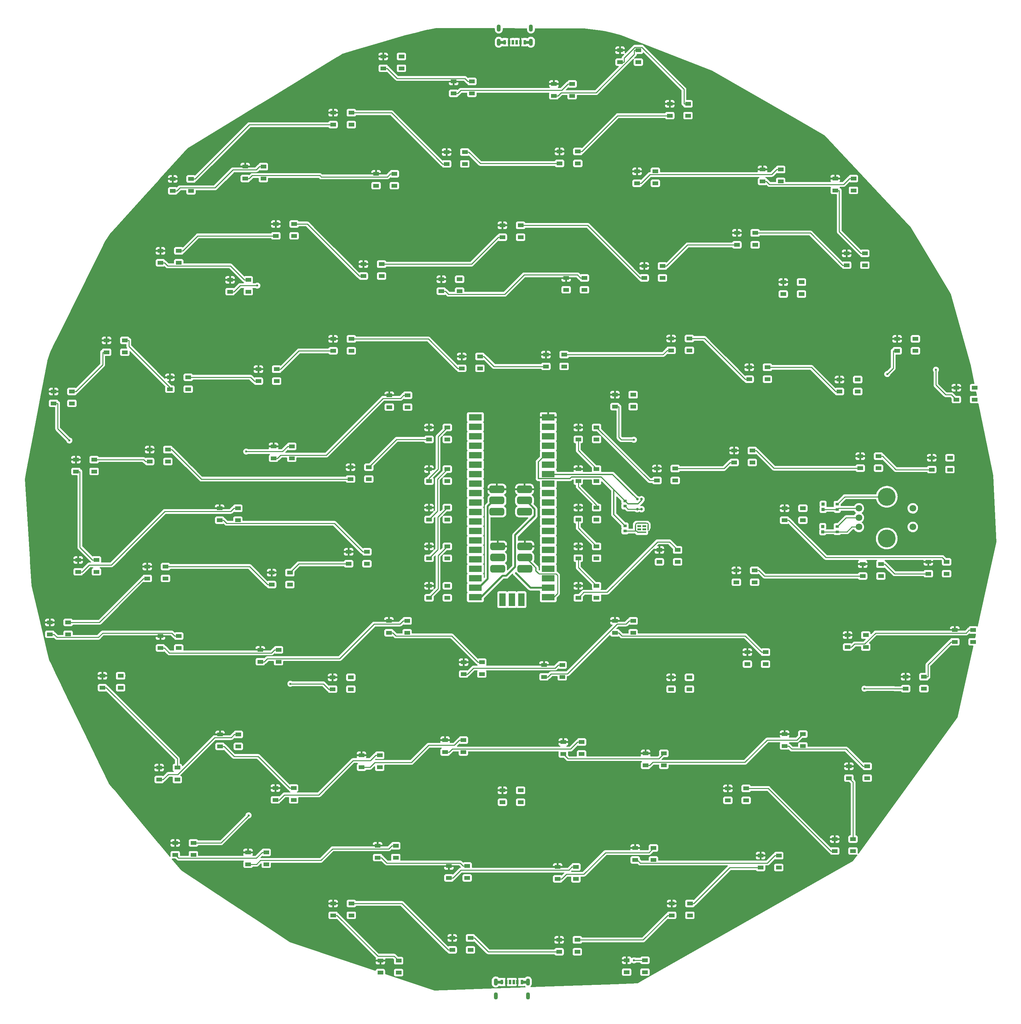
<source format=gtl>
%TF.GenerationSoftware,KiCad,Pcbnew,(6.0.4)*%
%TF.CreationDate,2022-09-10T17:39:23-05:00*%
%TF.ProjectId,CircleBoard,43697263-6c65-4426-9f61-72642e6b6963,rev?*%
%TF.SameCoordinates,Original*%
%TF.FileFunction,Copper,L1,Top*%
%TF.FilePolarity,Positive*%
%FSLAX46Y46*%
G04 Gerber Fmt 4.6, Leading zero omitted, Abs format (unit mm)*
G04 Created by KiCad (PCBNEW (6.0.4)) date 2022-09-10 17:39:23*
%MOMM*%
%LPD*%
G01*
G04 APERTURE LIST*
G04 Aperture macros list*
%AMRoundRect*
0 Rectangle with rounded corners*
0 $1 Rounding radius*
0 $2 $3 $4 $5 $6 $7 $8 $9 X,Y pos of 4 corners*
0 Add a 4 corners polygon primitive as box body*
4,1,4,$2,$3,$4,$5,$6,$7,$8,$9,$2,$3,0*
0 Add four circle primitives for the rounded corners*
1,1,$1+$1,$2,$3*
1,1,$1+$1,$4,$5*
1,1,$1+$1,$6,$7*
1,1,$1+$1,$8,$9*
0 Add four rect primitives between the rounded corners*
20,1,$1+$1,$2,$3,$4,$5,0*
20,1,$1+$1,$4,$5,$6,$7,0*
20,1,$1+$1,$6,$7,$8,$9,0*
20,1,$1+$1,$8,$9,$2,$3,0*%
G04 Aperture macros list end*
%TA.AperFunction,ComponentPad*%
%ADD10O,1.100000X1.900000*%
%TD*%
%TA.AperFunction,SMDPad,CuDef*%
%ADD11R,0.700000X1.200000*%
%TD*%
%TA.AperFunction,SMDPad,CuDef*%
%ADD12R,0.800000X1.200000*%
%TD*%
%TA.AperFunction,SMDPad,CuDef*%
%ADD13R,1.500000X1.000000*%
%TD*%
%TA.AperFunction,SMDPad,CuDef*%
%ADD14R,0.900000X0.800000*%
%TD*%
%TA.AperFunction,SMDPad,CuDef*%
%ADD15R,3.500000X1.700000*%
%TD*%
%TA.AperFunction,SMDPad,CuDef*%
%ADD16R,1.700000X3.500000*%
%TD*%
%TA.AperFunction,SMDPad,CuDef*%
%ADD17R,0.864000X0.806000*%
%TD*%
%TA.AperFunction,SMDPad,CuDef*%
%ADD18RoundRect,0.500000X1.500000X0.500000X-1.500000X0.500000X-1.500000X-0.500000X1.500000X-0.500000X0*%
%TD*%
%TA.AperFunction,ComponentPad*%
%ADD19C,1.800000*%
%TD*%
%TA.AperFunction,ComponentPad*%
%ADD20C,4.800000*%
%TD*%
%TA.AperFunction,SMDPad,CuDef*%
%ADD21C,0.700000*%
%TD*%
%TA.AperFunction,SMDPad,CuDef*%
%ADD22R,1.050000X0.550000*%
%TD*%
%TA.AperFunction,SMDPad,CuDef*%
%ADD23R,0.450000X1.400000*%
%TD*%
%TA.AperFunction,SMDPad,CuDef*%
%ADD24R,2.400000X0.450000*%
%TD*%
%TA.AperFunction,ViaPad*%
%ADD25C,0.600000*%
%TD*%
%TA.AperFunction,ViaPad*%
%ADD26C,0.450000*%
%TD*%
%TA.AperFunction,Conductor*%
%ADD27C,0.500000*%
%TD*%
%TA.AperFunction,Conductor*%
%ADD28C,0.750000*%
%TD*%
%TA.AperFunction,Conductor*%
%ADD29C,0.250000*%
%TD*%
%TA.AperFunction,Conductor*%
%ADD30C,0.350000*%
%TD*%
G04 APERTURE END LIST*
D10*
X131920000Y-256312000D03*
X123280000Y-252512000D03*
X131920000Y-252512000D03*
X123280000Y-256312000D03*
D11*
X127100000Y-252512000D03*
X129100000Y-252512000D03*
D12*
X130300000Y-252512000D03*
D11*
X128100000Y-252512000D03*
X126100000Y-252512000D03*
D12*
X124900000Y-252512000D03*
D10*
X124080000Y3512000D03*
X132720000Y-288000D03*
X124080000Y-288000D03*
X132720000Y3512000D03*
D11*
X128900000Y-288000D03*
X126900000Y-288000D03*
D12*
X125700000Y-288000D03*
D11*
X127900000Y-288000D03*
X129900000Y-288000D03*
D12*
X131100000Y-288000D03*
D13*
X145450000Y-103700000D03*
X145450000Y-106900000D03*
X150350000Y-106900000D03*
X150350000Y-103700000D03*
D14*
X215000000Y-131700000D03*
X215000000Y-130300000D03*
D13*
X49239000Y-186106000D03*
X49239000Y-189306000D03*
X54139000Y-189306000D03*
X54139000Y-186106000D03*
X187923000Y-142037000D03*
X187923000Y-145237000D03*
X192823000Y-145237000D03*
X192823000Y-142037000D03*
X105350000Y-114900000D03*
X105350000Y-118100000D03*
X110250000Y-118100000D03*
X110250000Y-114900000D03*
X49112000Y-125400000D03*
X49112000Y-128600000D03*
X54012000Y-128600000D03*
X54012000Y-125400000D03*
D15*
X117810000Y-100970000D03*
X117810000Y-103510000D03*
X117810000Y-108590000D03*
X117810000Y-111130000D03*
X117810000Y-113670000D03*
X117810000Y-116210000D03*
X117810000Y-118750000D03*
X117810000Y-121290000D03*
X117810000Y-123830000D03*
X117810000Y-126370000D03*
X117810000Y-128910000D03*
X117810000Y-131450000D03*
X117810000Y-133990000D03*
X117810000Y-136530000D03*
X117810000Y-139070000D03*
X117810000Y-141610000D03*
X117810000Y-144150000D03*
X137390000Y-131450000D03*
X137390000Y-126370000D03*
X137390000Y-123830000D03*
X137390000Y-121290000D03*
X137390000Y-118750000D03*
X137390000Y-113670000D03*
X137390000Y-111130000D03*
X137390000Y-108590000D03*
X137390000Y-103510000D03*
D16*
X125060000Y-149900000D03*
X127600000Y-149900000D03*
X130140000Y-149900000D03*
D15*
X117810000Y-106050000D03*
X137390000Y-144150000D03*
X137390000Y-106050000D03*
X117810000Y-146690000D03*
X117810000Y-149230000D03*
X137390000Y-149230000D03*
X137390000Y-146690000D03*
X137390000Y-141610000D03*
X137390000Y-139070000D03*
X137390000Y-136530000D03*
X137390000Y-133990000D03*
X137390000Y-128910000D03*
X137390000Y-116210000D03*
X137390000Y-100970000D03*
D13*
X94578000Y-155626000D03*
X94578000Y-158826000D03*
X99478000Y-158826000D03*
X99478000Y-155626000D03*
X56732000Y-217729000D03*
X56732000Y-220929000D03*
X61632000Y-220929000D03*
X61632000Y-217729000D03*
X110072000Y-29769000D03*
X110072000Y-32969000D03*
X114972000Y-32969000D03*
X114972000Y-29769000D03*
X111977000Y-10846000D03*
X111977000Y-14046000D03*
X116877000Y-14046000D03*
X116877000Y-10846000D03*
X200877000Y-125400000D03*
X200877000Y-128600000D03*
X205777000Y-128600000D03*
X205777000Y-125400000D03*
X109691000Y-187630000D03*
X109691000Y-190830000D03*
X114591000Y-190830000D03*
X114591000Y-187630000D03*
X63082000Y-142672000D03*
X63082000Y-145872000D03*
X67982000Y-145872000D03*
X67982000Y-142672000D03*
X29681000Y-141021000D03*
X29681000Y-144221000D03*
X34581000Y-144221000D03*
X34581000Y-141021000D03*
X145450000Y-146200000D03*
X145450000Y-149400000D03*
X150350000Y-149400000D03*
X150350000Y-146200000D03*
X92292000Y-246812000D03*
X92292000Y-250012000D03*
X97192000Y-250012000D03*
X97192000Y-246812000D03*
D17*
X211100000Y-131753000D03*
X211100000Y-130247000D03*
D18*
X131000000Y-126300000D03*
X131000000Y-123300000D03*
X131000000Y-120300000D03*
D13*
X170524000Y-231445000D03*
X170524000Y-234645000D03*
X175424000Y-234645000D03*
X175424000Y-231445000D03*
X79592000Y-231445000D03*
X79592000Y-234645000D03*
X84492000Y-234645000D03*
X84492000Y-231445000D03*
X108675000Y-63932000D03*
X108675000Y-67132000D03*
X113575000Y-67132000D03*
X113575000Y-63932000D03*
X141441000Y-188138000D03*
X141441000Y-191338000D03*
X146341000Y-191338000D03*
X146341000Y-188138000D03*
X55970000Y-33706000D03*
X55970000Y-36906000D03*
X60870000Y-36906000D03*
X60870000Y-33706000D03*
X231103000Y-79934000D03*
X231103000Y-83134000D03*
X236003000Y-83134000D03*
X236003000Y-79934000D03*
X155284000Y-94920000D03*
X155284000Y-98120000D03*
X160184000Y-98120000D03*
X160184000Y-94920000D03*
X37174000Y-215189000D03*
X37174000Y-218389000D03*
X42074000Y-218389000D03*
X42074000Y-215189000D03*
X111596000Y-240716000D03*
X111596000Y-243916000D03*
X116496000Y-243916000D03*
X116496000Y-240716000D03*
X246597000Y-158039000D03*
X246597000Y-161239000D03*
X251497000Y-161239000D03*
X251497000Y-158039000D03*
X110707000Y-221412000D03*
X110707000Y-224612000D03*
X115607000Y-224612000D03*
X115607000Y-221412000D03*
D18*
X123800000Y-141600000D03*
X123800000Y-138600000D03*
X123800000Y-135600000D03*
X131100000Y-141600000D03*
X131100000Y-138600000D03*
X131100000Y-135600000D03*
D13*
X170397000Y-79807000D03*
X170397000Y-83007000D03*
X175297000Y-83007000D03*
X175297000Y-79807000D03*
X217768000Y-159436000D03*
X217768000Y-162636000D03*
X222668000Y-162636000D03*
X222668000Y-159436000D03*
X215609000Y-90856000D03*
X215609000Y-94056000D03*
X220509000Y-94056000D03*
X220509000Y-90856000D03*
D19*
X220800000Y-125400000D03*
X220800000Y-130400000D03*
X220800000Y-127900000D03*
X235300000Y-125400000D03*
X235300000Y-130400000D03*
D20*
X228300000Y-133500000D03*
X228300000Y-122300000D03*
D13*
X221832000Y-140386000D03*
X221832000Y-143586000D03*
X226732000Y-143586000D03*
X226732000Y-140386000D03*
X158459000Y-246685000D03*
X158459000Y-249885000D03*
X163359000Y-249885000D03*
X163359000Y-246685000D03*
D14*
X158000000Y-131500000D03*
X158000000Y-130100000D03*
D13*
X140425000Y-29642000D03*
X140425000Y-32842000D03*
X145325000Y-32842000D03*
X145325000Y-29642000D03*
X200877000Y-185979000D03*
X200877000Y-189179000D03*
X205777000Y-189179000D03*
X205777000Y-185979000D03*
X114136000Y-84633000D03*
X114136000Y-87833000D03*
X119036000Y-87833000D03*
X119036000Y-84633000D03*
X185637000Y-200584000D03*
X185637000Y-203784000D03*
X190537000Y-203784000D03*
X190537000Y-200584000D03*
X30316000Y-109652000D03*
X30316000Y-112852000D03*
X35216000Y-112852000D03*
X35216000Y-109652000D03*
X240374000Y-111811000D03*
X240374000Y-115011000D03*
X245274000Y-115011000D03*
X245274000Y-111811000D03*
X246978000Y-93015000D03*
X246978000Y-96215000D03*
X251878000Y-96215000D03*
X251878000Y-93015000D03*
X59526000Y-88062000D03*
X59526000Y-91262000D03*
X64426000Y-91262000D03*
X64426000Y-88062000D03*
X170016000Y-16815000D03*
X170016000Y-20015000D03*
X174916000Y-20015000D03*
X174916000Y-16815000D03*
X35777000Y-90221000D03*
X35777000Y-93421000D03*
X40677000Y-93421000D03*
X40677000Y-90221000D03*
X187288000Y-109906000D03*
X187288000Y-113106000D03*
X192188000Y-113106000D03*
X192188000Y-109906000D03*
X142203000Y-63551000D03*
X142203000Y-66751000D03*
X147103000Y-66751000D03*
X147103000Y-63551000D03*
X163539000Y-191186000D03*
X163539000Y-194386000D03*
X168439000Y-194386000D03*
X168439000Y-191186000D03*
X221197000Y-111430000D03*
X221197000Y-114630000D03*
X226097000Y-114630000D03*
X226097000Y-111430000D03*
D17*
X211200000Y-125753000D03*
X211200000Y-124247000D03*
D13*
X136234000Y-167437000D03*
X136234000Y-170637000D03*
X141134000Y-170637000D03*
X141134000Y-167437000D03*
X136742000Y-84125000D03*
X136742000Y-87325000D03*
X141642000Y-87325000D03*
X141642000Y-84125000D03*
D14*
X215000000Y-125700000D03*
X215000000Y-124300000D03*
D13*
X125058000Y-49454000D03*
X125058000Y-52654000D03*
X129958000Y-52654000D03*
X129958000Y-49454000D03*
X125058000Y-201092000D03*
X125058000Y-204292000D03*
X129958000Y-204292000D03*
X129958000Y-201092000D03*
X155284000Y-155626000D03*
X155284000Y-158826000D03*
X160184000Y-158826000D03*
X160184000Y-155626000D03*
X105350000Y-103700000D03*
X105350000Y-106900000D03*
X110250000Y-106900000D03*
X110250000Y-103700000D03*
X94705000Y-95047000D03*
X94705000Y-98247000D03*
X99605000Y-98247000D03*
X99605000Y-95047000D03*
X4535000Y-94031000D03*
X4535000Y-97231000D03*
X9435000Y-97231000D03*
X9435000Y-94031000D03*
X11139000Y-139243000D03*
X11139000Y-142443000D03*
X16039000Y-142443000D03*
X16039000Y-139243000D03*
X217514000Y-56947000D03*
X217514000Y-60147000D03*
X222414000Y-60147000D03*
X222414000Y-56947000D03*
X33237000Y-56312000D03*
X33237000Y-59512000D03*
X38137000Y-59512000D03*
X38137000Y-56312000D03*
X166587000Y-114732000D03*
X166587000Y-117932000D03*
X171487000Y-117932000D03*
X171487000Y-114732000D03*
X214466000Y-36881000D03*
X214466000Y-40081000D03*
X219366000Y-40081000D03*
X219366000Y-36881000D03*
X163158000Y-60376000D03*
X163158000Y-63576000D03*
X168058000Y-63576000D03*
X168058000Y-60376000D03*
X3519000Y-156007000D03*
X3519000Y-159207000D03*
X8419000Y-159207000D03*
X8419000Y-156007000D03*
X60034000Y-163373000D03*
X60034000Y-166573000D03*
X64934000Y-166573000D03*
X64934000Y-163373000D03*
X79592000Y-79934000D03*
X79592000Y-83134000D03*
X84492000Y-83134000D03*
X84492000Y-79934000D03*
D18*
X123600000Y-126300000D03*
X123600000Y-123300000D03*
X123600000Y-120300000D03*
D13*
X139917000Y-221666000D03*
X139917000Y-224866000D03*
X144817000Y-224866000D03*
X144817000Y-221666000D03*
X161253000Y-34976000D03*
X161253000Y-38176000D03*
X166153000Y-38176000D03*
X166153000Y-34976000D03*
X18759000Y-80315000D03*
X18759000Y-83515000D03*
X23659000Y-83515000D03*
X23659000Y-80315000D03*
X91530000Y-215951000D03*
X91530000Y-219151000D03*
X96430000Y-219151000D03*
X96430000Y-215951000D03*
X140298000Y-241224000D03*
X140298000Y-244424000D03*
X145198000Y-244424000D03*
X145198000Y-241224000D03*
X17616000Y-170358000D03*
X17616000Y-173558000D03*
X22516000Y-173558000D03*
X22516000Y-170358000D03*
X170397000Y-170739000D03*
X170397000Y-173939000D03*
X175297000Y-173939000D03*
X175297000Y-170739000D03*
X79465000Y-170739000D03*
X79465000Y-173939000D03*
X84365000Y-173939000D03*
X84365000Y-170739000D03*
X64225000Y-49073000D03*
X64225000Y-52273000D03*
X69125000Y-52273000D03*
X69125000Y-49073000D03*
X200496000Y-64694000D03*
X200496000Y-67894000D03*
X205396000Y-67894000D03*
X205396000Y-64694000D03*
X36539000Y-37008000D03*
X36539000Y-40208000D03*
X41439000Y-40208000D03*
X41439000Y-37008000D03*
X156681000Y-2464000D03*
X156681000Y-5664000D03*
X161581000Y-5664000D03*
X161581000Y-2464000D03*
X218149000Y-194615000D03*
X218149000Y-197815000D03*
X223049000Y-197815000D03*
X223049000Y-194615000D03*
X233389000Y-170612000D03*
X233389000Y-173812000D03*
X238289000Y-173812000D03*
X238289000Y-170612000D03*
X194400000Y-218618000D03*
X194400000Y-221818000D03*
X199300000Y-221818000D03*
X199300000Y-218618000D03*
X87720000Y-59868000D03*
X87720000Y-63068000D03*
X92620000Y-63068000D03*
X92620000Y-59868000D03*
X91149000Y-35611000D03*
X91149000Y-38811000D03*
X96049000Y-38811000D03*
X96049000Y-35611000D03*
X190844000Y-164008000D03*
X190844000Y-167208000D03*
X195744000Y-167208000D03*
X195744000Y-164008000D03*
X93054000Y-4115000D03*
X93054000Y-7315000D03*
X97954000Y-7315000D03*
X97954000Y-4115000D03*
X63590000Y-108763000D03*
X63590000Y-111963000D03*
X68490000Y-111963000D03*
X68490000Y-108763000D03*
X114644000Y-166675000D03*
X114644000Y-169875000D03*
X119544000Y-169875000D03*
X119544000Y-166675000D03*
X105350000Y-125200000D03*
X105350000Y-128400000D03*
X110250000Y-128400000D03*
X110250000Y-125200000D03*
D14*
X158000000Y-124800000D03*
X158000000Y-123400000D03*
D13*
X167222000Y-136576000D03*
X167222000Y-139776000D03*
X172122000Y-139776000D03*
X172122000Y-136576000D03*
X188050000Y-51486000D03*
X188050000Y-54686000D03*
X192950000Y-54686000D03*
X192950000Y-51486000D03*
X33237000Y-159690000D03*
X33237000Y-162890000D03*
X38137000Y-162890000D03*
X38137000Y-159690000D03*
X160745000Y-216586000D03*
X160745000Y-219786000D03*
X165645000Y-219786000D03*
X165645000Y-216586000D03*
X87212000Y-191694000D03*
X87212000Y-194894000D03*
X92112000Y-194894000D03*
X92112000Y-191694000D03*
D21*
X162438500Y-122954000D03*
X162438500Y-125614000D03*
X161288500Y-125614000D03*
X161288500Y-122954000D03*
D13*
X145450000Y-135600000D03*
X145450000Y-138800000D03*
X150350000Y-138800000D03*
X150350000Y-135600000D03*
X194908000Y-34468000D03*
X194908000Y-37668000D03*
X199808000Y-37668000D03*
X199808000Y-34468000D03*
X84291000Y-114351000D03*
X84291000Y-117551000D03*
X89191000Y-117551000D03*
X89191000Y-114351000D03*
X138901000Y-11481000D03*
X138901000Y-14681000D03*
X143801000Y-14681000D03*
X143801000Y-11481000D03*
X32856000Y-194996000D03*
X32856000Y-198196000D03*
X37756000Y-198196000D03*
X37756000Y-194996000D03*
X79592000Y-19228000D03*
X79592000Y-22428000D03*
X84492000Y-22428000D03*
X84492000Y-19228000D03*
X145450000Y-125200000D03*
X145450000Y-128400000D03*
X150350000Y-128400000D03*
X150350000Y-125200000D03*
X239485000Y-139751000D03*
X239485000Y-142951000D03*
X244385000Y-142951000D03*
X244385000Y-139751000D03*
X10504000Y-112319000D03*
X10504000Y-115519000D03*
X15404000Y-115519000D03*
X15404000Y-112319000D03*
D22*
X163175000Y-130175000D03*
X161825000Y-131025000D03*
X163175000Y-131025000D03*
D23*
X164225000Y-130600000D03*
D24*
X162500000Y-129375000D03*
D23*
X160775000Y-130600000D03*
D24*
X162500000Y-131825000D03*
D22*
X161825000Y-130175000D03*
D13*
X214339000Y-214173000D03*
X214339000Y-217373000D03*
X219239000Y-217373000D03*
X219239000Y-214173000D03*
X145450000Y-114900000D03*
X145450000Y-118100000D03*
X150350000Y-118100000D03*
X150350000Y-114900000D03*
X83783000Y-137084000D03*
X83783000Y-140284000D03*
X88683000Y-140284000D03*
X88683000Y-137084000D03*
X105350000Y-135600000D03*
X105350000Y-138800000D03*
X110250000Y-138800000D03*
X110250000Y-135600000D03*
X105350000Y-146200000D03*
X105350000Y-149400000D03*
X110250000Y-149400000D03*
X110250000Y-146200000D03*
X191352000Y-87554000D03*
X191352000Y-90754000D03*
X196252000Y-90754000D03*
X196252000Y-87554000D03*
X51906000Y-64059000D03*
X51906000Y-67259000D03*
X56806000Y-67259000D03*
X56806000Y-64059000D03*
X64098000Y-200457000D03*
X64098000Y-203657000D03*
X68998000Y-203657000D03*
X68998000Y-200457000D03*
D25*
X110200000Y-138800000D03*
X84315000Y-173939000D03*
X54089000Y-189306000D03*
X92570000Y-63068000D03*
X113525000Y-67132000D03*
X143751000Y-14681000D03*
X161531000Y-5664000D03*
X145148000Y-244424000D03*
X165595000Y-219786000D03*
X145275000Y-32842000D03*
X68948000Y-203657000D03*
X68440000Y-111963000D03*
X150300000Y-138900000D03*
X205727000Y-189179000D03*
X41389000Y-40208000D03*
X199250000Y-221818000D03*
X67932000Y-145872000D03*
X99555000Y-98247000D03*
X97904000Y-7315000D03*
X40627000Y-93421000D03*
X131100000Y-141500000D03*
X238239000Y-173812000D03*
X192900000Y-54686000D03*
X129908000Y-52654000D03*
X226682000Y-143586000D03*
X222618000Y-162636000D03*
X110200000Y-149400000D03*
X8369000Y-159207000D03*
X38087000Y-59512000D03*
X171437000Y-117932000D03*
X84442000Y-83134000D03*
X150500000Y-118000000D03*
X15989000Y-142443000D03*
X115557000Y-224612000D03*
X95999000Y-38811000D03*
X119494000Y-169875000D03*
X84442000Y-22428000D03*
X146291000Y-191338000D03*
X251828000Y-96215000D03*
X190487000Y-203784000D03*
X147053000Y-66751000D03*
X117900000Y-106000000D03*
X175247000Y-83007000D03*
X150400000Y-106900000D03*
X245224000Y-115011000D03*
X116827000Y-14046000D03*
X141084000Y-170637000D03*
X141592000Y-87325000D03*
X9385000Y-97231000D03*
X60820000Y-36906000D03*
X92062000Y-194894000D03*
X160134000Y-158826000D03*
X205346000Y-67894000D03*
X219189000Y-217373000D03*
X172072000Y-139776000D03*
X192773000Y-145237000D03*
X137200000Y-144000000D03*
X114541000Y-190830000D03*
X195694000Y-167208000D03*
X129908000Y-204292000D03*
X163309000Y-249885000D03*
X117400000Y-143800000D03*
X160134000Y-98120000D03*
X220459000Y-94056000D03*
D26*
X158000000Y-131500000D03*
D25*
X69075000Y-52273000D03*
X35166000Y-112852000D03*
X116446000Y-243916000D03*
X196202000Y-90754000D03*
X226047000Y-114630000D03*
X174866000Y-20015000D03*
X192138000Y-113106000D03*
X168389000Y-194386000D03*
X175374000Y-234645000D03*
X123600000Y-126300000D03*
X23609000Y-83515000D03*
X99428000Y-158826000D03*
X64884000Y-166573000D03*
X144767000Y-224866000D03*
X168008000Y-63576000D03*
X22466000Y-173558000D03*
X110000000Y-128400000D03*
X38087000Y-162890000D03*
X88633000Y-140284000D03*
X166103000Y-38176000D03*
X137500000Y-105900000D03*
X53962000Y-128600000D03*
X222364000Y-60147000D03*
X110200000Y-118100000D03*
X37706000Y-198196000D03*
X114922000Y-32969000D03*
X110400000Y-107000000D03*
X235953000Y-83134000D03*
X64376000Y-91262000D03*
X244335000Y-142951000D03*
X34531000Y-144221000D03*
X61582000Y-220929000D03*
X251447000Y-161239000D03*
X42024000Y-218389000D03*
X89141000Y-117551000D03*
X150200000Y-149500000D03*
X219316000Y-40081000D03*
X96380000Y-219151000D03*
X199758000Y-37668000D03*
X222999000Y-197815000D03*
X150400000Y-128400000D03*
D26*
X158000000Y-124800000D03*
D25*
X123800000Y-141700000D03*
X84442000Y-234645000D03*
X56756000Y-67259000D03*
X118986000Y-87833000D03*
X205727000Y-128600000D03*
X15354000Y-115519000D03*
X131100000Y-126300000D03*
X97142000Y-250012000D03*
X175247000Y-173939000D03*
X166200000Y-35000000D03*
X91200000Y-38900000D03*
X113600000Y-64000000D03*
X59224900Y-65625300D03*
X205400000Y-64800000D03*
X142200000Y-66700000D03*
X241500000Y-88200000D03*
X236100000Y-79900000D03*
X228435100Y-89374100D03*
X220500000Y-90800000D03*
X56256300Y-110154300D03*
X8758700Y-107185700D03*
X160200000Y-94900000D03*
X94800000Y-98300000D03*
X245300000Y-111800000D03*
X160400000Y-107000000D03*
X222300000Y-173800000D03*
X175500000Y-170800000D03*
X170400000Y-173900000D03*
X84500000Y-170700000D03*
X23000000Y-170300000D03*
X68130700Y-172494900D03*
X185600000Y-203800000D03*
X130000000Y-201100000D03*
X56900000Y-207800000D03*
X125000000Y-204228600D03*
X160425300Y-246709900D03*
X92400000Y-250100000D03*
X187900000Y-145300000D03*
X110400000Y-146200000D03*
X123600000Y-123300000D03*
X98000000Y-4100000D03*
X251900000Y-93000000D03*
X131000000Y-123300000D03*
X137400000Y-146700000D03*
X123800000Y-138800000D03*
X205800000Y-125400000D03*
X128700000Y-142800000D03*
X222700000Y-159400000D03*
X137400000Y-149300000D03*
D26*
X138400000Y-141600000D03*
X211100000Y-130200000D03*
X138400000Y-139000000D03*
X211200000Y-124200000D03*
X163200000Y-131000000D03*
X138200000Y-136500000D03*
X138000000Y-134000000D03*
X161800000Y-131000000D03*
X137800000Y-128900000D03*
X158000000Y-130100000D03*
X163200000Y-130200000D03*
D27*
X132590000Y-146690000D02*
X136490000Y-146690000D01*
X128700000Y-142800000D02*
X132590000Y-146690000D01*
D28*
X130300000Y-252512000D02*
X131920000Y-252512000D01*
X124900000Y-252512000D02*
X123280000Y-252512000D01*
X131100000Y-288000D02*
X132720000Y-288000D01*
X125700000Y-288000D02*
X124080000Y-288000D01*
D29*
X160600000Y-131500000D02*
X160775000Y-131325000D01*
X161288500Y-125614000D02*
X158814000Y-125614000D01*
X158814000Y-125614000D02*
X158000000Y-124800000D01*
X160775000Y-129650000D02*
X161050000Y-129375000D01*
X215000000Y-130300000D02*
X217400000Y-127900000D01*
X161050000Y-129375000D02*
X162500000Y-129375000D01*
X215000000Y-124300000D02*
X217000000Y-122300000D01*
X160775000Y-131325000D02*
X160775000Y-130600000D01*
X161288500Y-125614000D02*
X162438500Y-125614000D01*
X217400000Y-127900000D02*
X220800000Y-127900000D01*
X217000000Y-122300000D02*
X228300000Y-122300000D01*
X164225000Y-129650000D02*
X164225000Y-130600000D01*
X160775000Y-130600000D02*
X160775000Y-129650000D01*
X161370489Y-131825000D02*
X162500000Y-131825000D01*
X161045489Y-131500000D02*
X161370489Y-131825000D01*
X162500000Y-129375000D02*
X163950000Y-129375000D01*
X163950000Y-129375000D02*
X164225000Y-129650000D01*
X158000000Y-131500000D02*
X160600000Y-131500000D01*
X160600000Y-131500000D02*
X161045489Y-131500000D01*
X140801600Y-13855700D02*
X150226500Y-13855700D01*
X160505700Y-3576500D02*
X160505700Y-2464000D01*
X161581000Y-2464000D02*
X160505700Y-2464000D01*
X139976300Y-14681000D02*
X140801600Y-13855700D01*
X150226500Y-13855700D02*
X160505700Y-3576500D01*
X138901000Y-14681000D02*
X139976300Y-14681000D01*
X145325000Y-29642000D02*
X146400300Y-29642000D01*
X156027300Y-20015000D02*
X146400300Y-29642000D01*
X170016000Y-20015000D02*
X156027300Y-20015000D01*
X114972000Y-29769000D02*
X116047300Y-29769000D01*
X119120300Y-32842000D02*
X116047300Y-29769000D01*
X140425000Y-32842000D02*
X119120300Y-32842000D01*
X84492000Y-19228000D02*
X95255700Y-19228000D01*
X110072000Y-32969000D02*
X108996700Y-32969000D01*
X95255700Y-19228000D02*
X108996700Y-32969000D01*
X57094300Y-22428000D02*
X42514300Y-37008000D01*
X79592000Y-22428000D02*
X57094300Y-22428000D01*
X41439000Y-37008000D02*
X42514300Y-37008000D01*
X47881000Y-39382700D02*
X52732400Y-34531300D01*
X36539000Y-40208000D02*
X37614300Y-40208000D01*
X37614300Y-40208000D02*
X38439600Y-39382700D01*
X52732400Y-34531300D02*
X58969400Y-34531300D01*
X58969400Y-34531300D02*
X59794700Y-33706000D01*
X38439600Y-39382700D02*
X47881000Y-39382700D01*
X60870000Y-33706000D02*
X59794700Y-33706000D01*
X55970000Y-36906000D02*
X57045300Y-36906000D01*
X76377100Y-36436300D02*
X76021500Y-36080700D01*
X57870600Y-36080700D02*
X57045300Y-36906000D01*
X76021500Y-36080700D02*
X57870600Y-36080700D01*
X94148400Y-36436300D02*
X76377100Y-36436300D01*
X94973700Y-35611000D02*
X94148400Y-36436300D01*
X96049000Y-35611000D02*
X94973700Y-35611000D01*
X161253000Y-38176000D02*
X162328300Y-38176000D01*
X198732700Y-34468000D02*
X197399300Y-35801400D01*
X197399300Y-35801400D02*
X164702900Y-35801400D01*
X199808000Y-34468000D02*
X198732700Y-34468000D01*
X164702900Y-35801400D02*
X162328300Y-38176000D01*
X195983300Y-37668000D02*
X196808600Y-38493300D01*
X196808600Y-38493300D02*
X216678400Y-38493300D01*
X216678400Y-38493300D02*
X218290700Y-36881000D01*
X194908000Y-37668000D02*
X195983300Y-37668000D01*
X219366000Y-36881000D02*
X218290700Y-36881000D01*
X214466000Y-40081000D02*
X215541300Y-40081000D01*
X222414000Y-56947000D02*
X221338700Y-56947000D01*
X215541300Y-40081000D02*
X215541300Y-51149600D01*
X215541300Y-51149600D02*
X221338700Y-56947000D01*
X207777700Y-51486000D02*
X216438700Y-60147000D01*
X217514000Y-60147000D02*
X216438700Y-60147000D01*
X192950000Y-51486000D02*
X207777700Y-51486000D01*
X168058000Y-60376000D02*
X169133300Y-60376000D01*
X174823300Y-54686000D02*
X169133300Y-60376000D01*
X188050000Y-54686000D02*
X174823300Y-54686000D01*
X147960700Y-49454000D02*
X129958000Y-49454000D01*
X163158000Y-63576000D02*
X162082700Y-63576000D01*
X162082700Y-63576000D02*
X147960700Y-49454000D01*
X116768700Y-59868000D02*
X123982700Y-52654000D01*
X92620000Y-59868000D02*
X116768700Y-59868000D01*
X125058000Y-52654000D02*
X123982700Y-52654000D01*
X72649700Y-49073000D02*
X69125000Y-49073000D01*
X86644700Y-63068000D02*
X72649700Y-49073000D01*
X87720000Y-63068000D02*
X86644700Y-63068000D01*
X64225000Y-52273000D02*
X43251300Y-52273000D01*
X43251300Y-52273000D02*
X39212300Y-56312000D01*
X38137000Y-56312000D02*
X39212300Y-56312000D01*
X52009000Y-60337300D02*
X35137600Y-60337300D01*
X33237000Y-59512000D02*
X34312300Y-59512000D01*
X35137600Y-60337300D02*
X34312300Y-59512000D01*
X55730700Y-64059000D02*
X52009000Y-60337300D01*
X56806000Y-64059000D02*
X55730700Y-64059000D01*
X54615000Y-65625300D02*
X59224900Y-65625300D01*
X51906000Y-67259000D02*
X52981300Y-67259000D01*
X52981300Y-67259000D02*
X54615000Y-65625300D01*
X125682700Y-67957300D02*
X110575600Y-67957300D01*
X147103000Y-63551000D02*
X146027700Y-63551000D01*
X146027700Y-63551000D02*
X145202400Y-62725700D01*
X130914300Y-62725700D02*
X125682700Y-67957300D01*
X108675000Y-67132000D02*
X109750300Y-67132000D01*
X145202400Y-62725700D02*
X130914300Y-62725700D01*
X110575600Y-67957300D02*
X109750300Y-67132000D01*
X241500000Y-92300000D02*
X241500000Y-88200000D01*
X246931500Y-96168500D02*
X245663000Y-94900000D01*
X245663000Y-94900000D02*
X244100000Y-94900000D01*
X244100000Y-94900000D02*
X241500000Y-92300000D01*
X231103000Y-83134000D02*
X230027700Y-83134000D01*
X230027700Y-87781500D02*
X230027700Y-83134000D01*
X228435100Y-89374100D02*
X230027700Y-87781500D01*
X215609000Y-94056000D02*
X214533700Y-94056000D01*
X196252000Y-87554000D02*
X208031700Y-87554000D01*
X208031700Y-87554000D02*
X214533700Y-94056000D01*
X179329700Y-79807000D02*
X175297000Y-79807000D01*
X190276700Y-90754000D02*
X179329700Y-79807000D01*
X191352000Y-90754000D02*
X190276700Y-90754000D01*
X168203700Y-84125000D02*
X169321700Y-83007000D01*
X141642000Y-84125000D02*
X168203700Y-84125000D01*
X170397000Y-83007000D02*
X169321700Y-83007000D01*
X119036000Y-84633000D02*
X120111300Y-84633000D01*
X136742000Y-87325000D02*
X122803300Y-87325000D01*
X122803300Y-87325000D02*
X120111300Y-84633000D01*
X105161700Y-79934000D02*
X113060700Y-87833000D01*
X114136000Y-87833000D02*
X113060700Y-87833000D01*
X84492000Y-79934000D02*
X105161700Y-79934000D01*
X70429300Y-83134000D02*
X65501300Y-88062000D01*
X64426000Y-88062000D02*
X65501300Y-88062000D01*
X79592000Y-83134000D02*
X70429300Y-83134000D01*
X40677000Y-90221000D02*
X57409700Y-90221000D01*
X59526000Y-91262000D02*
X58450700Y-91262000D01*
X57409700Y-90221000D02*
X58450700Y-91262000D01*
X23659000Y-80315000D02*
X24734300Y-80315000D01*
X35777000Y-92977000D02*
X35777000Y-93421000D01*
X24734300Y-81934300D02*
X35777000Y-92977000D01*
X24734300Y-80315000D02*
X24734300Y-81934300D01*
X18759000Y-83515000D02*
X17683700Y-83515000D01*
X17683700Y-83515000D02*
X17683700Y-86857600D01*
X9435000Y-94031000D02*
X10510300Y-94031000D01*
X17683700Y-86857600D02*
X10510300Y-94031000D01*
X8758700Y-107185700D02*
X5610300Y-104037300D01*
X66023400Y-110154300D02*
X56256300Y-110154300D01*
X5610300Y-104037300D02*
X5610300Y-97231000D01*
X68490000Y-108763000D02*
X67414700Y-108763000D01*
X4535000Y-97231000D02*
X5610300Y-97231000D01*
X67414700Y-108763000D02*
X66023400Y-110154300D01*
X97704400Y-95872300D02*
X98529700Y-95047000D01*
X65490600Y-111137700D02*
X77726200Y-111137700D01*
X99605000Y-95047000D02*
X98529700Y-95047000D01*
X64665300Y-111963000D02*
X65490600Y-111137700D01*
X63590000Y-111963000D02*
X64665300Y-111963000D01*
X92991600Y-95872300D02*
X97704400Y-95872300D01*
X77726200Y-111137700D02*
X92991600Y-95872300D01*
X156359300Y-98120000D02*
X155284000Y-98120000D01*
X156359300Y-106356300D02*
X156359300Y-98120000D01*
X160400000Y-107000000D02*
X157003000Y-107000000D01*
X157003000Y-107000000D02*
X156359300Y-106356300D01*
X226097000Y-111430000D02*
X227172300Y-111430000D01*
X230753300Y-115011000D02*
X240374000Y-115011000D01*
X227172300Y-111430000D02*
X230753300Y-115011000D01*
X197987300Y-114630000D02*
X193263300Y-109906000D01*
X221197000Y-114630000D02*
X197987300Y-114630000D01*
X192188000Y-109906000D02*
X193263300Y-109906000D01*
X184586700Y-114732000D02*
X186212700Y-113106000D01*
X171487000Y-114732000D02*
X184586700Y-114732000D01*
X187288000Y-113106000D02*
X186212700Y-113106000D01*
X164582000Y-117932000D02*
X150350000Y-103700000D01*
X166587000Y-117932000D02*
X164582000Y-117932000D01*
X105350000Y-106900000D02*
X96642000Y-106900000D01*
X96642000Y-106900000D02*
X89191000Y-114351000D01*
X35216000Y-109652000D02*
X36291300Y-109652000D01*
X44190300Y-117551000D02*
X36291300Y-109652000D01*
X84291000Y-117551000D02*
X44190300Y-117551000D01*
X28707700Y-112319000D02*
X29240700Y-112852000D01*
X30316000Y-112852000D02*
X29240700Y-112852000D01*
X15404000Y-112319000D02*
X28707700Y-112319000D01*
X11579300Y-135858600D02*
X14963700Y-139243000D01*
X10504000Y-115519000D02*
X11579300Y-115519000D01*
X16039000Y-139243000D02*
X14963700Y-139243000D01*
X11579300Y-115519000D02*
X11579300Y-135858600D01*
X34374700Y-126225300D02*
X52111400Y-126225300D01*
X12214300Y-142443000D02*
X14057300Y-140600000D01*
X52111400Y-126225300D02*
X52936700Y-125400000D01*
X52936700Y-125400000D02*
X54012000Y-125400000D01*
X11139000Y-142443000D02*
X12214300Y-142443000D01*
X20000000Y-140600000D02*
X34374700Y-126225300D01*
X14057300Y-140600000D02*
X20000000Y-140600000D01*
X79949000Y-129425300D02*
X51012600Y-129425300D01*
X87607700Y-137084000D02*
X79949000Y-129425300D01*
X51012600Y-129425300D02*
X50187300Y-128600000D01*
X88683000Y-137084000D02*
X87607700Y-137084000D01*
X49112000Y-128600000D02*
X50187300Y-128600000D01*
X243234000Y-138600000D02*
X211952300Y-138600000D01*
X244385000Y-139751000D02*
X243234000Y-138600000D01*
X201952300Y-128600000D02*
X200877000Y-128600000D01*
X211952300Y-138600000D02*
X201952300Y-128600000D01*
X226732000Y-140386000D02*
X227807300Y-140386000D01*
X239485000Y-142951000D02*
X230372300Y-142951000D01*
X230372300Y-142951000D02*
X227807300Y-140386000D01*
X192823000Y-142037000D02*
X193898300Y-142037000D01*
X221832000Y-143586000D02*
X195447300Y-143586000D01*
X195447300Y-143586000D02*
X193898300Y-142037000D01*
X70370000Y-140284000D02*
X67982000Y-142672000D01*
X83783000Y-140284000D02*
X70370000Y-140284000D01*
X57155700Y-141021000D02*
X62006700Y-145872000D01*
X34581000Y-141021000D02*
X57155700Y-141021000D01*
X63082000Y-145872000D02*
X62006700Y-145872000D01*
X16819700Y-156007000D02*
X28605700Y-144221000D01*
X29681000Y-144221000D02*
X28605700Y-144221000D01*
X8419000Y-156007000D02*
X16819700Y-156007000D01*
X37061700Y-159690000D02*
X36236400Y-158864700D01*
X16540700Y-160032300D02*
X5419600Y-160032300D01*
X36236400Y-158864700D02*
X17708300Y-158864700D01*
X38137000Y-159690000D02*
X37061700Y-159690000D01*
X5419600Y-160032300D02*
X4594300Y-159207000D01*
X3519000Y-159207000D02*
X4594300Y-159207000D01*
X17708300Y-158864700D02*
X16540700Y-160032300D01*
X63033400Y-164198300D02*
X63858700Y-163373000D01*
X64934000Y-163373000D02*
X63858700Y-163373000D01*
X34312300Y-162890000D02*
X35620600Y-164198300D01*
X35620600Y-164198300D02*
X63033400Y-164198300D01*
X33237000Y-162890000D02*
X34312300Y-162890000D01*
X90630400Y-156451300D02*
X97577400Y-156451300D01*
X60034000Y-166573000D02*
X61109300Y-166573000D01*
X61109300Y-166573000D02*
X61934600Y-165747700D01*
X81334000Y-165747700D02*
X90630400Y-156451300D01*
X99478000Y-155626000D02*
X98402700Y-155626000D01*
X61934600Y-165747700D02*
X81334000Y-165747700D01*
X97577400Y-156451300D02*
X98402700Y-155626000D01*
X111445000Y-159651300D02*
X96478600Y-159651300D01*
X96478600Y-159651300D02*
X95653300Y-158826000D01*
X119544000Y-166675000D02*
X118468700Y-166675000D01*
X118468700Y-166675000D02*
X111445000Y-159651300D01*
X94578000Y-158826000D02*
X95653300Y-158826000D01*
X117332000Y-168262300D02*
X139233400Y-168262300D01*
X141134000Y-167437000D02*
X140058700Y-167437000D01*
X114644000Y-169875000D02*
X115719300Y-169875000D01*
X139233400Y-168262300D02*
X140058700Y-167437000D01*
X115719300Y-169875000D02*
X117332000Y-168262300D01*
X155926100Y-156451300D02*
X142565700Y-169811700D01*
X138134600Y-169811700D02*
X137309300Y-170637000D01*
X160184000Y-155626000D02*
X159108700Y-155626000D01*
X142565700Y-169811700D02*
X138134600Y-169811700D01*
X158283400Y-156451300D02*
X155926100Y-156451300D01*
X159108700Y-155626000D02*
X158283400Y-156451300D01*
X136234000Y-170637000D02*
X137309300Y-170637000D01*
X194668700Y-164008000D02*
X190312000Y-159651300D01*
X190312000Y-159651300D02*
X157184600Y-159651300D01*
X157184600Y-159651300D02*
X156359300Y-158826000D01*
X195744000Y-164008000D02*
X194668700Y-164008000D01*
X155284000Y-158826000D02*
X156359300Y-158826000D01*
X219668600Y-161810700D02*
X222346300Y-161810700D01*
X225292700Y-158864300D02*
X249596400Y-158864300D01*
X218843300Y-162636000D02*
X219668600Y-161810700D01*
X222346300Y-161810700D02*
X225292700Y-158864300D01*
X217768000Y-162636000D02*
X218843300Y-162636000D01*
X249596400Y-158864300D02*
X250421700Y-158039000D01*
X251497000Y-158039000D02*
X250421700Y-158039000D01*
X239364300Y-167396400D02*
X245521700Y-161239000D01*
X238289000Y-170612000D02*
X239364300Y-170612000D01*
X246597000Y-161239000D02*
X245521700Y-161239000D01*
X239364300Y-170612000D02*
X239364300Y-167396400D01*
X230312000Y-173812000D02*
X233389000Y-173812000D01*
X230300000Y-173800000D02*
X230312000Y-173812000D01*
X222300000Y-173800000D02*
X230300000Y-173800000D01*
X68135800Y-172500000D02*
X68130700Y-172494900D01*
X79465000Y-173939000D02*
X78389700Y-173939000D01*
X78389700Y-173939000D02*
X76950700Y-172500000D01*
X76950700Y-172500000D02*
X68135800Y-172500000D01*
X37756000Y-194996000D02*
X37756000Y-192622700D01*
X18691300Y-173558000D02*
X17616000Y-173558000D01*
X37756000Y-192622700D02*
X18691300Y-173558000D01*
X37875500Y-196800000D02*
X47744200Y-186931300D01*
X47744200Y-186931300D02*
X52238400Y-186931300D01*
X32856000Y-198196000D02*
X33931300Y-198196000D01*
X53063700Y-186106000D02*
X54139000Y-186106000D01*
X52238400Y-186931300D02*
X53063700Y-186106000D01*
X33931300Y-198196000D02*
X35327300Y-196800000D01*
X35327300Y-196800000D02*
X37875500Y-196800000D01*
X59465700Y-192000000D02*
X53008300Y-192000000D01*
X53008300Y-192000000D02*
X50314300Y-189306000D01*
X50314300Y-189306000D02*
X49239000Y-189306000D01*
X67922700Y-200457000D02*
X59465700Y-192000000D01*
X68998000Y-200457000D02*
X67922700Y-200457000D01*
X75738500Y-202300000D02*
X84938500Y-193100000D01*
X84938500Y-193100000D02*
X89630700Y-193100000D01*
X65173300Y-203657000D02*
X66530300Y-202300000D01*
X66530300Y-202300000D02*
X75738500Y-202300000D01*
X91036700Y-191694000D02*
X92112000Y-191694000D01*
X89630700Y-193100000D02*
X91036700Y-191694000D01*
X64098000Y-203657000D02*
X65173300Y-203657000D01*
X105239600Y-189000000D02*
X112145700Y-189000000D01*
X112145700Y-189000000D02*
X113515700Y-187630000D01*
X100639600Y-193600000D02*
X105239600Y-189000000D01*
X90800000Y-193600000D02*
X100639600Y-193600000D01*
X89506000Y-194894000D02*
X90800000Y-193600000D01*
X113515700Y-187630000D02*
X114591000Y-187630000D01*
X87212000Y-194894000D02*
X89506000Y-194894000D01*
X145265700Y-188138000D02*
X143399000Y-190004700D01*
X143399000Y-190004700D02*
X111591600Y-190004700D01*
X146341000Y-188138000D02*
X145265700Y-188138000D01*
X109691000Y-190830000D02*
X110766300Y-190830000D01*
X111591600Y-190004700D02*
X110766300Y-190830000D01*
X168439000Y-191261000D02*
X167100000Y-192600000D01*
X142703000Y-192600000D02*
X141441000Y-191338000D01*
X167100000Y-192600000D02*
X142703000Y-192600000D01*
X165439600Y-193560700D02*
X190229100Y-193560700D01*
X190229100Y-193560700D02*
X196189800Y-187600000D01*
X164614300Y-194386000D02*
X165439600Y-193560700D01*
X163539000Y-194386000D02*
X164614300Y-194386000D01*
X204156000Y-187600000D02*
X205777000Y-185979000D01*
X196189800Y-187600000D02*
X204156000Y-187600000D01*
X217363000Y-190004300D02*
X202777600Y-190004300D01*
X202777600Y-190004300D02*
X201952300Y-189179000D01*
X223049000Y-194615000D02*
X221973700Y-194615000D01*
X221973700Y-194615000D02*
X217363000Y-190004300D01*
X200877000Y-189179000D02*
X201952300Y-189179000D01*
X219239000Y-198905000D02*
X218149000Y-197815000D01*
X219239000Y-214173000D02*
X219239000Y-198905000D01*
X214339000Y-217373000D02*
X213263700Y-217373000D01*
X196474700Y-200584000D02*
X190537000Y-200584000D01*
X213263700Y-217373000D02*
X196474700Y-200584000D01*
X49511000Y-215189000D02*
X42074000Y-215189000D01*
X56900000Y-207800000D02*
X49511000Y-215189000D01*
X58985700Y-219300000D02*
X60556700Y-217729000D01*
X37174000Y-218389000D02*
X38085000Y-219300000D01*
X38085000Y-219300000D02*
X58985700Y-219300000D01*
X60556700Y-217729000D02*
X61632000Y-217729000D01*
X95354700Y-215951000D02*
X94529400Y-216776300D01*
X59071000Y-220929000D02*
X56732000Y-220929000D01*
X79426300Y-216776300D02*
X76302600Y-219900000D01*
X60100000Y-219900000D02*
X59071000Y-220929000D01*
X94529400Y-216776300D02*
X79426300Y-216776300D01*
X96430000Y-215951000D02*
X95354700Y-215951000D01*
X76302600Y-219900000D02*
X60100000Y-219900000D01*
X113706400Y-220586700D02*
X114531700Y-221412000D01*
X94041000Y-220586700D02*
X113706400Y-220586700D01*
X91530000Y-219151000D02*
X92605300Y-219151000D01*
X115607000Y-221412000D02*
X114531700Y-221412000D01*
X92605300Y-219151000D02*
X94041000Y-220586700D01*
X113903000Y-222491300D02*
X111782300Y-224612000D01*
X142916400Y-222491300D02*
X113903000Y-222491300D01*
X110707000Y-224612000D02*
X111782300Y-224612000D01*
X143741700Y-221666000D02*
X142916400Y-222491300D01*
X144817000Y-221666000D02*
X143741700Y-221666000D01*
X140992300Y-224866000D02*
X139917000Y-224866000D01*
X142258300Y-223600000D02*
X140992300Y-224866000D01*
X146939800Y-223600000D02*
X142258300Y-223600000D01*
X165645000Y-216586000D02*
X164431000Y-217800000D01*
X164431000Y-217800000D02*
X152739800Y-217800000D01*
X152739800Y-217800000D02*
X146939800Y-223600000D01*
X161286000Y-219786000D02*
X162111300Y-220611300D01*
X162111300Y-220611300D02*
X196231400Y-220611300D01*
X196231400Y-220611300D02*
X198224700Y-218618000D01*
X198224700Y-218618000D02*
X199300000Y-218618000D01*
X175424000Y-231445000D02*
X176499300Y-231445000D01*
X194400000Y-221818000D02*
X186126300Y-221818000D01*
X186126300Y-221818000D02*
X176499300Y-231445000D01*
X170524000Y-234645000D02*
X169448700Y-234645000D01*
X162869700Y-241224000D02*
X169448700Y-234645000D01*
X145198000Y-241224000D02*
X162869700Y-241224000D01*
X116496000Y-240716000D02*
X117571300Y-240716000D01*
X121279300Y-244424000D02*
X117571300Y-240716000D01*
X140298000Y-244424000D02*
X121279300Y-244424000D01*
X110520700Y-243916000D02*
X98049700Y-231445000D01*
X98049700Y-231445000D02*
X84492000Y-231445000D01*
X111596000Y-243916000D02*
X110520700Y-243916000D01*
X95980000Y-245600000D02*
X97192000Y-246812000D01*
X91622300Y-245600000D02*
X95980000Y-245600000D01*
X80667300Y-234645000D02*
X91622300Y-245600000D01*
X79592000Y-234645000D02*
X80667300Y-234645000D01*
X156681000Y-5664000D02*
X157756300Y-5664000D01*
X157756300Y-5664000D02*
X157756300Y-4537900D01*
X173840700Y-12974400D02*
X173840700Y-16815000D01*
X157756300Y-4537900D02*
X160655600Y-1638600D01*
X162504900Y-1638600D02*
X173840700Y-12974400D01*
X160655600Y-1638600D02*
X162504900Y-1638600D01*
X174916000Y-16815000D02*
X173840700Y-16815000D01*
X160450200Y-246685000D02*
X160425300Y-246709900D01*
X163359000Y-246685000D02*
X160450200Y-246685000D01*
X94129300Y-7315000D02*
X96835000Y-10020700D01*
X116877000Y-10846000D02*
X115801700Y-10846000D01*
X114976400Y-10020700D02*
X115801700Y-10846000D01*
X96835000Y-10020700D02*
X114976400Y-10020700D01*
X93054000Y-7315000D02*
X94129300Y-7315000D01*
X113877600Y-13220700D02*
X113052300Y-14046000D01*
X142725700Y-11481000D02*
X140986000Y-13220700D01*
X143801000Y-11481000D02*
X142725700Y-11481000D01*
X111977000Y-14046000D02*
X113052300Y-14046000D01*
X140986000Y-13220700D02*
X113877600Y-13220700D01*
X145450000Y-109900000D02*
X150350000Y-114800000D01*
X145450000Y-106900000D02*
X145450000Y-109900000D01*
X145450000Y-119600000D02*
X150350000Y-124500000D01*
X150350000Y-124500000D02*
X150350000Y-125200000D01*
X145450000Y-118000000D02*
X145450000Y-119600000D01*
X145450000Y-128400000D02*
X145450000Y-130700000D01*
X145450000Y-130700000D02*
X150350000Y-135600000D01*
X145450000Y-138800000D02*
X145450000Y-141300000D01*
X145450000Y-141300000D02*
X150350000Y-146200000D01*
X146950000Y-147900000D02*
X153200000Y-147900000D01*
X145450000Y-149400000D02*
X146950000Y-147900000D01*
X166700000Y-134400000D02*
X169946000Y-134400000D01*
X153200000Y-147900000D02*
X166700000Y-134400000D01*
X169946000Y-134400000D02*
X172122000Y-136576000D01*
X105350000Y-149400000D02*
X107800000Y-146950000D01*
X107800000Y-138050000D02*
X110250000Y-135600000D01*
X107800000Y-146950000D02*
X107800000Y-138050000D01*
X105350000Y-138800000D02*
X107700000Y-136450000D01*
X107700000Y-136450000D02*
X107700000Y-127750000D01*
X107700000Y-127750000D02*
X110250000Y-125200000D01*
X105350000Y-128400000D02*
X107600000Y-126150000D01*
X107600000Y-117550000D02*
X110250000Y-114900000D01*
X107600000Y-126150000D02*
X107600000Y-117550000D01*
X105350000Y-118100000D02*
X105350000Y-117350000D01*
X107800000Y-106150000D02*
X110250000Y-103700000D01*
X105350000Y-117350000D02*
X107800000Y-114900000D01*
X107800000Y-114900000D02*
X107800000Y-106150000D01*
D27*
X121100000Y-144300000D02*
X121100000Y-124900000D01*
X121100000Y-124900000D02*
X122700000Y-123300000D01*
X118710000Y-146690000D02*
X121100000Y-144300000D01*
X119336047Y-149230000D02*
X125066047Y-143500000D01*
X133700000Y-125600000D02*
X131400000Y-123300000D01*
X126100000Y-143500000D02*
X128500000Y-141100000D01*
X125066047Y-143500000D02*
X126100000Y-143500000D01*
X128500000Y-141100000D02*
X128500000Y-132600000D01*
X133700000Y-127400000D02*
X133700000Y-125600000D01*
X128500000Y-132600000D02*
X133700000Y-127400000D01*
D30*
X134800000Y-142900000D02*
X134100000Y-142200000D01*
X134100000Y-141363242D02*
X131336758Y-138600000D01*
D29*
X139464511Y-142975489D02*
X139900000Y-143410978D01*
X139900000Y-143410978D02*
X139900000Y-148200000D01*
X134800000Y-142975489D02*
X139464511Y-142975489D01*
X139900000Y-148200000D02*
X138870000Y-149230000D01*
D30*
X134100000Y-142200000D02*
X134100000Y-141363242D01*
X143584511Y-117000000D02*
X143200000Y-117384511D01*
X139514511Y-117384511D02*
X139464511Y-117434511D01*
X158000000Y-123400000D02*
X155000000Y-120400000D01*
X143200000Y-117384511D02*
X139514511Y-117384511D01*
X161500000Y-124200000D02*
X158800000Y-124200000D01*
X139464511Y-117434511D02*
X134750000Y-117434511D01*
X134700000Y-112920000D02*
X136490000Y-111130000D01*
X134700000Y-117384511D02*
X134700000Y-112920000D01*
X158800000Y-124200000D02*
X158000000Y-123400000D01*
X155000000Y-127100000D02*
X155000000Y-120400000D01*
X162438500Y-123261500D02*
X161500000Y-124200000D01*
X162438500Y-122954000D02*
X162438500Y-123261500D01*
X151600000Y-117000000D02*
X143584511Y-117000000D01*
X134750000Y-117434511D02*
X134700000Y-117384511D01*
X155000000Y-120400000D02*
X151600000Y-117000000D01*
X158000000Y-130100000D02*
X155000000Y-127100000D01*
X154634500Y-116300000D02*
X136580000Y-116300000D01*
X161288500Y-122954000D02*
X154634500Y-116300000D01*
D29*
X215000000Y-125700000D02*
X211253000Y-125700000D01*
X220800000Y-125400000D02*
X215300000Y-125400000D01*
X215300000Y-125400000D02*
X215000000Y-125700000D01*
X217600000Y-131700000D02*
X215000000Y-131700000D01*
X220800000Y-130400000D02*
X218900000Y-130400000D01*
X215000000Y-131700000D02*
X211153000Y-131700000D01*
X218900000Y-130400000D02*
X217600000Y-131700000D01*
%TA.AperFunction,Conductor*%
G36*
X122895810Y3459370D02*
G01*
X122963882Y3439200D01*
X123010242Y3385430D01*
X123021500Y3333370D01*
X123021500Y3059763D01*
X123021800Y3056707D01*
X123021800Y3056700D01*
X123036034Y2911534D01*
X123036635Y2905408D01*
X123096632Y2706685D01*
X123099527Y2701240D01*
X123099528Y2701238D01*
X123122376Y2658269D01*
X123194087Y2523401D01*
X123242917Y2463529D01*
X123321390Y2367311D01*
X123321393Y2367308D01*
X123325285Y2362536D01*
X123330033Y2358608D01*
X123330034Y2358607D01*
X123443514Y2264728D01*
X123485230Y2230217D01*
X123490647Y2227288D01*
X123490650Y2227286D01*
X123662410Y2134416D01*
X123662415Y2134414D01*
X123667830Y2131486D01*
X123866129Y2070102D01*
X123872254Y2069458D01*
X123872255Y2069458D01*
X124066446Y2049048D01*
X124066448Y2049048D01*
X124072575Y2048404D01*
X124158485Y2056223D01*
X124273164Y2066659D01*
X124273167Y2066660D01*
X124279303Y2067218D01*
X124285209Y2068956D01*
X124285213Y2068957D01*
X124472531Y2124088D01*
X124472530Y2124088D01*
X124478440Y2125827D01*
X124662400Y2221999D01*
X124824177Y2352071D01*
X124829662Y2358607D01*
X124953650Y2506371D01*
X124957609Y2511089D01*
X124960573Y2516481D01*
X124960576Y2516485D01*
X125054646Y2687598D01*
X125057613Y2692995D01*
X125120379Y2890861D01*
X125121350Y2899511D01*
X125129659Y2973598D01*
X125138500Y3052413D01*
X125138500Y3327535D01*
X125158502Y3395656D01*
X125212158Y3442149D01*
X125264810Y3453535D01*
X131535813Y3438089D01*
X131603882Y3417920D01*
X131650242Y3364150D01*
X131661500Y3312090D01*
X131661500Y3059763D01*
X131661800Y3056707D01*
X131661800Y3056700D01*
X131676034Y2911534D01*
X131676635Y2905408D01*
X131736632Y2706685D01*
X131739527Y2701240D01*
X131739528Y2701238D01*
X131762376Y2658269D01*
X131834087Y2523401D01*
X131882917Y2463529D01*
X131961390Y2367311D01*
X131961393Y2367308D01*
X131965285Y2362536D01*
X131970033Y2358608D01*
X131970034Y2358607D01*
X132083514Y2264728D01*
X132125230Y2230217D01*
X132130647Y2227288D01*
X132130650Y2227286D01*
X132302410Y2134416D01*
X132302415Y2134414D01*
X132307830Y2131486D01*
X132506129Y2070102D01*
X132512254Y2069458D01*
X132512255Y2069458D01*
X132706446Y2049048D01*
X132706448Y2049048D01*
X132712575Y2048404D01*
X132798485Y2056223D01*
X132913164Y2066659D01*
X132913167Y2066660D01*
X132919303Y2067218D01*
X132925209Y2068956D01*
X132925213Y2068957D01*
X133112531Y2124088D01*
X133112530Y2124088D01*
X133118440Y2125827D01*
X133302400Y2221999D01*
X133464177Y2352071D01*
X133469662Y2358607D01*
X133593650Y2506371D01*
X133597609Y2511089D01*
X133600573Y2516481D01*
X133600576Y2516485D01*
X133694646Y2687598D01*
X133697613Y2692995D01*
X133760379Y2890861D01*
X133761350Y2899511D01*
X133769659Y2973598D01*
X133778500Y3052413D01*
X133778500Y3306254D01*
X133798502Y3374375D01*
X133852158Y3420868D01*
X133904810Y3432254D01*
X146992115Y3400019D01*
X147007833Y3398995D01*
X151732379Y2793075D01*
X152762837Y2660919D01*
X152777010Y2658269D01*
X154528056Y2225859D01*
X156851981Y1651980D01*
X156867684Y1646993D01*
X181361342Y-7936613D01*
X181378062Y-7944619D01*
X203554653Y-20648500D01*
X207766918Y-23061500D01*
X211483675Y-25190648D01*
X211512884Y-25213717D01*
X234595055Y-49788269D01*
X234690817Y-49890223D01*
X234706915Y-49911483D01*
X238360058Y-55977711D01*
X245591052Y-67985142D01*
X245604600Y-68016722D01*
X250858911Y-87116043D01*
X250860829Y-87124022D01*
X251836234Y-91855057D01*
X251830399Y-91925814D01*
X251787236Y-91982184D01*
X251720450Y-92006269D01*
X251712829Y-92006500D01*
X251079866Y-92006500D01*
X251017684Y-92013255D01*
X250881295Y-92064385D01*
X250764739Y-92151739D01*
X250677385Y-92268295D01*
X250626255Y-92404684D01*
X250619500Y-92466866D01*
X250619500Y-93563134D01*
X250626255Y-93625316D01*
X250677385Y-93761705D01*
X250764739Y-93878261D01*
X250881295Y-93965615D01*
X251017684Y-94016745D01*
X251079866Y-94023500D01*
X252180633Y-94023500D01*
X252248754Y-94043502D01*
X252295247Y-94097158D01*
X252304037Y-94124053D01*
X252495984Y-95055060D01*
X252490149Y-95125814D01*
X252446986Y-95182183D01*
X252380200Y-95206269D01*
X252372579Y-95206500D01*
X251079866Y-95206500D01*
X251017684Y-95213255D01*
X250881295Y-95264385D01*
X250764739Y-95351739D01*
X250677385Y-95468295D01*
X250626255Y-95604684D01*
X250619500Y-95666866D01*
X250619500Y-96763134D01*
X250626255Y-96825316D01*
X250677385Y-96961705D01*
X250764739Y-97078261D01*
X250881295Y-97165615D01*
X251017684Y-97216745D01*
X251079866Y-97223500D01*
X252676134Y-97223500D01*
X252738316Y-97216745D01*
X252745712Y-97213973D01*
X252745718Y-97213971D01*
X252789176Y-97197679D01*
X252859983Y-97192496D01*
X252922352Y-97226417D01*
X252956810Y-97290218D01*
X253283318Y-98873891D01*
X256937994Y-116600272D01*
X256940456Y-116619933D01*
X257759230Y-134443241D01*
X257756359Y-134476373D01*
X256077922Y-142024525D01*
X252738907Y-157040521D01*
X252737126Y-157048529D01*
X252702814Y-157110684D01*
X252640346Y-157144422D01*
X252569554Y-157139031D01*
X252538566Y-157122006D01*
X252517222Y-157106010D01*
X252493705Y-157088385D01*
X252357316Y-157037255D01*
X252295134Y-157030500D01*
X250698866Y-157030500D01*
X250636684Y-157037255D01*
X250500295Y-157088385D01*
X250383739Y-157175739D01*
X250296385Y-157292295D01*
X250293233Y-157300703D01*
X250266634Y-157371654D01*
X250223992Y-157428419D01*
X250183807Y-157448420D01*
X250175720Y-157450770D01*
X250168106Y-157452982D01*
X250161287Y-157457015D01*
X250161282Y-157457017D01*
X250150671Y-157463293D01*
X250132921Y-157471990D01*
X250114083Y-157479448D01*
X250107667Y-157484109D01*
X250107666Y-157484110D01*
X250078325Y-157505428D01*
X250068401Y-157511947D01*
X250037160Y-157530422D01*
X250037155Y-157530426D01*
X250030337Y-157534458D01*
X250016013Y-157548782D01*
X250000981Y-157561621D01*
X249984593Y-157573528D01*
X249960704Y-157602405D01*
X249956412Y-157607593D01*
X249948422Y-157616373D01*
X249370900Y-158193895D01*
X249308588Y-158227921D01*
X249281805Y-158230800D01*
X225371467Y-158230800D01*
X225360284Y-158230273D01*
X225352791Y-158228598D01*
X225344865Y-158228847D01*
X225344864Y-158228847D01*
X225284701Y-158230738D01*
X225280743Y-158230800D01*
X225252844Y-158230800D01*
X225248854Y-158231304D01*
X225237020Y-158232236D01*
X225192811Y-158233626D01*
X225185197Y-158235838D01*
X225185192Y-158235839D01*
X225173359Y-158239277D01*
X225153996Y-158243288D01*
X225133903Y-158245826D01*
X225126536Y-158248743D01*
X225126531Y-158248744D01*
X225092792Y-158262102D01*
X225081565Y-158265946D01*
X225074261Y-158268068D01*
X225039107Y-158278282D01*
X225032281Y-158282319D01*
X225021672Y-158288593D01*
X225003924Y-158297288D01*
X224985083Y-158304748D01*
X224978667Y-158309410D01*
X224978666Y-158309410D01*
X224949313Y-158330736D01*
X224939393Y-158337252D01*
X224908165Y-158355720D01*
X224908162Y-158355722D01*
X224901338Y-158359758D01*
X224887017Y-158374079D01*
X224871984Y-158386919D01*
X224855593Y-158398828D01*
X224843408Y-158413557D01*
X224827402Y-158432905D01*
X224819412Y-158441684D01*
X224141595Y-159119501D01*
X224079283Y-159153527D01*
X224008468Y-159148462D01*
X223951632Y-159105915D01*
X223926821Y-159039395D01*
X223926500Y-159030406D01*
X223926500Y-158887866D01*
X223919745Y-158825684D01*
X223868615Y-158689295D01*
X223781261Y-158572739D01*
X223664705Y-158485385D01*
X223528316Y-158434255D01*
X223466134Y-158427500D01*
X221869866Y-158427500D01*
X221807684Y-158434255D01*
X221671295Y-158485385D01*
X221554739Y-158572739D01*
X221467385Y-158689295D01*
X221416255Y-158825684D01*
X221409500Y-158887866D01*
X221409500Y-159984134D01*
X221416255Y-160046316D01*
X221467385Y-160182705D01*
X221554739Y-160299261D01*
X221671295Y-160386615D01*
X221807684Y-160437745D01*
X221869866Y-160444500D01*
X222512405Y-160444500D01*
X222580526Y-160464502D01*
X222627019Y-160518158D01*
X222637123Y-160588432D01*
X222607629Y-160653012D01*
X222601500Y-160659595D01*
X222120800Y-161140295D01*
X222058488Y-161174321D01*
X222031705Y-161177200D01*
X219747363Y-161177200D01*
X219736179Y-161176673D01*
X219728691Y-161174999D01*
X219720768Y-161175248D01*
X219660633Y-161177138D01*
X219656675Y-161177200D01*
X219628744Y-161177200D01*
X219624829Y-161177695D01*
X219624825Y-161177695D01*
X219624767Y-161177703D01*
X219624738Y-161177706D01*
X219612896Y-161178639D01*
X219568710Y-161180027D01*
X219551344Y-161185072D01*
X219549258Y-161185678D01*
X219529906Y-161189686D01*
X219517668Y-161191232D01*
X219517666Y-161191233D01*
X219509803Y-161192226D01*
X219468686Y-161208506D01*
X219457485Y-161212341D01*
X219415006Y-161224682D01*
X219408187Y-161228715D01*
X219408182Y-161228717D01*
X219397571Y-161234993D01*
X219379821Y-161243690D01*
X219360983Y-161251148D01*
X219354567Y-161255809D01*
X219354566Y-161255810D01*
X219325225Y-161277128D01*
X219315301Y-161283647D01*
X219284060Y-161302122D01*
X219284055Y-161302126D01*
X219277237Y-161306158D01*
X219262913Y-161320482D01*
X219247881Y-161333321D01*
X219231493Y-161345228D01*
X219213698Y-161366739D01*
X219203312Y-161379293D01*
X219195322Y-161388073D01*
X218916684Y-161666711D01*
X218854372Y-161700737D01*
X218783557Y-161695672D01*
X218770404Y-161689656D01*
X218764705Y-161685385D01*
X218756304Y-161682236D01*
X218756301Y-161682234D01*
X218675586Y-161651976D01*
X218628316Y-161634255D01*
X218566134Y-161627500D01*
X216969866Y-161627500D01*
X216907684Y-161634255D01*
X216771295Y-161685385D01*
X216654739Y-161772739D01*
X216567385Y-161889295D01*
X216516255Y-162025684D01*
X216509500Y-162087866D01*
X216509500Y-163184134D01*
X216516255Y-163246316D01*
X216567385Y-163382705D01*
X216654739Y-163499261D01*
X216771295Y-163586615D01*
X216907684Y-163637745D01*
X216969866Y-163644500D01*
X218566134Y-163644500D01*
X218628316Y-163637745D01*
X218764705Y-163586615D01*
X218881261Y-163499261D01*
X218968615Y-163382705D01*
X218998366Y-163303345D01*
X219041008Y-163246581D01*
X219081195Y-163226579D01*
X219096893Y-163222018D01*
X219103712Y-163217985D01*
X219103717Y-163217983D01*
X219114328Y-163211707D01*
X219132076Y-163203012D01*
X219150917Y-163195552D01*
X219186687Y-163169564D01*
X219196607Y-163163048D01*
X219227835Y-163144580D01*
X219227838Y-163144578D01*
X219234662Y-163140542D01*
X219248983Y-163126221D01*
X219264017Y-163113380D01*
X219273994Y-163106131D01*
X219280407Y-163101472D01*
X219308598Y-163067395D01*
X219316588Y-163058616D01*
X219894099Y-162481105D01*
X219956411Y-162447079D01*
X219983194Y-162444200D01*
X221283500Y-162444200D01*
X221351621Y-162464202D01*
X221398114Y-162517858D01*
X221409500Y-162570200D01*
X221409500Y-163184134D01*
X221416255Y-163246316D01*
X221467385Y-163382705D01*
X221554739Y-163499261D01*
X221671295Y-163586615D01*
X221807684Y-163637745D01*
X221869866Y-163644500D01*
X223466134Y-163644500D01*
X223528316Y-163637745D01*
X223664705Y-163586615D01*
X223781261Y-163499261D01*
X223868615Y-163382705D01*
X223919745Y-163246316D01*
X223926500Y-163184134D01*
X223926500Y-162087866D01*
X223919745Y-162025684D01*
X223868615Y-161889295D01*
X223781261Y-161772739D01*
X223664705Y-161685385D01*
X223656296Y-161682233D01*
X223656295Y-161682232D01*
X223631799Y-161673049D01*
X223575034Y-161630408D01*
X223550334Y-161563847D01*
X223565541Y-161494498D01*
X223586933Y-161465972D01*
X225518200Y-159534705D01*
X225580512Y-159500679D01*
X225607295Y-159497800D01*
X249517633Y-159497800D01*
X249528816Y-159498327D01*
X249536309Y-159500002D01*
X249544235Y-159499753D01*
X249544236Y-159499753D01*
X249604386Y-159497862D01*
X249608345Y-159497800D01*
X249636256Y-159497800D01*
X249640191Y-159497303D01*
X249640256Y-159497295D01*
X249652093Y-159496362D01*
X249684351Y-159495348D01*
X249688370Y-159495222D01*
X249696289Y-159494973D01*
X249715743Y-159489321D01*
X249735100Y-159485313D01*
X249747330Y-159483768D01*
X249747331Y-159483768D01*
X249755197Y-159482774D01*
X249762568Y-159479855D01*
X249762570Y-159479855D01*
X249796312Y-159466496D01*
X249807542Y-159462651D01*
X249842383Y-159452529D01*
X249842384Y-159452529D01*
X249849993Y-159450318D01*
X249856812Y-159446285D01*
X249856817Y-159446283D01*
X249867428Y-159440007D01*
X249885176Y-159431312D01*
X249904017Y-159423852D01*
X249939787Y-159397864D01*
X249949707Y-159391348D01*
X249980935Y-159372880D01*
X249980938Y-159372878D01*
X249987762Y-159368842D01*
X250002083Y-159354521D01*
X250017117Y-159341680D01*
X250027094Y-159334431D01*
X250033507Y-159329772D01*
X250061698Y-159295695D01*
X250069688Y-159286916D01*
X250348315Y-159008289D01*
X250410627Y-158974263D01*
X250481442Y-158979328D01*
X250494597Y-158985345D01*
X250500295Y-158989615D01*
X250508696Y-158992764D01*
X250508697Y-158992765D01*
X250522123Y-158997798D01*
X250636684Y-159040745D01*
X250698866Y-159047500D01*
X252135531Y-159047500D01*
X252203652Y-159067502D01*
X252250145Y-159121158D01*
X252260249Y-159191432D01*
X252258527Y-159200850D01*
X252051506Y-160131850D01*
X252017194Y-160194005D01*
X251954726Y-160227743D01*
X251928510Y-160230500D01*
X250698866Y-160230500D01*
X250636684Y-160237255D01*
X250500295Y-160288385D01*
X250383739Y-160375739D01*
X250296385Y-160492295D01*
X250245255Y-160628684D01*
X250238500Y-160690866D01*
X250238500Y-161787134D01*
X250245255Y-161849316D01*
X250296385Y-161985705D01*
X250383739Y-162102261D01*
X250500295Y-162189615D01*
X250636684Y-162240745D01*
X250698866Y-162247500D01*
X251423966Y-162247500D01*
X251492087Y-162267502D01*
X251538580Y-162321158D01*
X251548684Y-162391432D01*
X251546962Y-162400850D01*
X247315934Y-181428341D01*
X247307593Y-181453242D01*
X247268542Y-181538932D01*
X247255788Y-181560791D01*
X220720547Y-218046747D01*
X220664304Y-218090074D01*
X220593565Y-218096115D01*
X220530789Y-218062954D01*
X220495907Y-218001117D01*
X220493383Y-217959028D01*
X220495176Y-217942530D01*
X220497500Y-217921134D01*
X220497500Y-216824866D01*
X220490745Y-216762684D01*
X220439615Y-216626295D01*
X220352261Y-216509739D01*
X220235705Y-216422385D01*
X220099316Y-216371255D01*
X220037134Y-216364500D01*
X218440866Y-216364500D01*
X218378684Y-216371255D01*
X218242295Y-216422385D01*
X218125739Y-216509739D01*
X218038385Y-216626295D01*
X217987255Y-216762684D01*
X217980500Y-216824866D01*
X217980500Y-217921134D01*
X217987255Y-217983316D01*
X218038385Y-218119705D01*
X218125739Y-218236261D01*
X218242295Y-218323615D01*
X218378684Y-218374745D01*
X218440866Y-218381500D01*
X220037134Y-218381500D01*
X220099316Y-218374745D01*
X220232475Y-218324826D01*
X220303281Y-218319643D01*
X220365650Y-218353564D01*
X220399780Y-218415819D01*
X220394833Y-218486643D01*
X220378605Y-218516918D01*
X219316000Y-219978000D01*
X219276347Y-220013440D01*
X183929462Y-240098285D01*
X162884106Y-252056700D01*
X161426921Y-252884703D01*
X161369056Y-252901077D01*
X155294398Y-253112466D01*
X132746192Y-253897110D01*
X132677417Y-253879489D01*
X132629086Y-253827483D01*
X132616544Y-253757603D01*
X132643774Y-253692035D01*
X132655348Y-253680488D01*
X132654971Y-253680103D01*
X132659377Y-253675788D01*
X132664177Y-253671929D01*
X132669662Y-253665393D01*
X132793650Y-253517629D01*
X132797609Y-253512911D01*
X132800573Y-253507519D01*
X132800576Y-253507515D01*
X132894646Y-253336402D01*
X132897613Y-253331005D01*
X132960379Y-253133139D01*
X132961350Y-253124489D01*
X132978107Y-252975087D01*
X132978500Y-252971587D01*
X132978500Y-252059763D01*
X132977780Y-252052413D01*
X132963966Y-251911534D01*
X132963965Y-251911531D01*
X132963365Y-251905408D01*
X132903368Y-251706685D01*
X132885831Y-251673703D01*
X132808809Y-251528847D01*
X132808808Y-251528845D01*
X132805913Y-251523401D01*
X132739620Y-251442117D01*
X132678610Y-251367311D01*
X132678607Y-251367308D01*
X132674715Y-251362536D01*
X132667770Y-251356790D01*
X132519518Y-251234145D01*
X132519519Y-251234145D01*
X132514770Y-251230217D01*
X132509353Y-251227288D01*
X132509350Y-251227286D01*
X132337590Y-251134416D01*
X132337585Y-251134414D01*
X132332170Y-251131486D01*
X132133871Y-251070102D01*
X132127746Y-251069458D01*
X132127745Y-251069458D01*
X131933554Y-251049048D01*
X131933552Y-251049048D01*
X131927425Y-251048404D01*
X131841515Y-251056223D01*
X131726836Y-251066659D01*
X131726833Y-251066660D01*
X131720697Y-251067218D01*
X131714791Y-251068956D01*
X131714787Y-251068957D01*
X131566932Y-251112473D01*
X131521560Y-251125827D01*
X131337600Y-251221999D01*
X131175823Y-251352071D01*
X131171865Y-251356789D01*
X131171862Y-251356791D01*
X131106422Y-251434779D01*
X131047312Y-251474105D01*
X130976325Y-251475231D01*
X130952032Y-251465377D01*
X130946705Y-251461385D01*
X130938304Y-251458236D01*
X130938303Y-251458235D01*
X130820396Y-251414034D01*
X130810316Y-251410255D01*
X130748134Y-251403500D01*
X129851866Y-251403500D01*
X129848469Y-251403869D01*
X129797534Y-251409402D01*
X129797532Y-251409402D01*
X129789684Y-251410255D01*
X129782291Y-251413027D01*
X129782289Y-251413027D01*
X129718517Y-251436934D01*
X129647710Y-251442117D01*
X129630059Y-251436934D01*
X129567602Y-251413520D01*
X129552357Y-251409895D01*
X129501486Y-251404369D01*
X129494672Y-251404000D01*
X129372115Y-251404000D01*
X129356876Y-251408475D01*
X129355671Y-251409865D01*
X129354000Y-251417548D01*
X129354000Y-253601884D01*
X129358475Y-253617123D01*
X129359865Y-253618328D01*
X129367548Y-253619999D01*
X129494669Y-253619999D01*
X129501490Y-253619629D01*
X129552350Y-253614105D01*
X129567607Y-253610478D01*
X129630059Y-253587066D01*
X129700866Y-253581883D01*
X129718517Y-253587066D01*
X129782289Y-253610973D01*
X129782291Y-253610973D01*
X129789684Y-253613745D01*
X129797532Y-253614598D01*
X129797534Y-253614598D01*
X129847254Y-253619999D01*
X129851866Y-253620500D01*
X130748134Y-253620500D01*
X130810316Y-253613745D01*
X130946705Y-253562615D01*
X130951072Y-253559342D01*
X131018701Y-253544552D01*
X131085249Y-253569290D01*
X131107494Y-253590605D01*
X131161390Y-253656689D01*
X131161393Y-253656692D01*
X131165285Y-253661464D01*
X131246827Y-253728922D01*
X131286563Y-253787753D01*
X131288184Y-253858731D01*
X131251175Y-253919319D01*
X131187285Y-253950279D01*
X131170891Y-253951928D01*
X123302123Y-254225750D01*
X123292527Y-254223291D01*
X123269872Y-254226872D01*
X106822688Y-254799210D01*
X106778461Y-254792820D01*
X101292712Y-252964237D01*
X122221500Y-252964237D01*
X122221800Y-252967293D01*
X122221800Y-252967300D01*
X122222564Y-252975087D01*
X122236635Y-253118592D01*
X122296632Y-253317315D01*
X122299527Y-253322760D01*
X122299528Y-253322762D01*
X122322461Y-253365891D01*
X122394087Y-253500599D01*
X122429934Y-253544552D01*
X122521390Y-253656689D01*
X122521393Y-253656692D01*
X122525285Y-253661464D01*
X122530033Y-253665392D01*
X122530034Y-253665393D01*
X122606823Y-253728919D01*
X122685230Y-253793783D01*
X122690647Y-253796712D01*
X122690650Y-253796714D01*
X122862410Y-253889584D01*
X122862415Y-253889586D01*
X122867830Y-253892514D01*
X123066129Y-253953898D01*
X123072254Y-253954542D01*
X123072255Y-253954542D01*
X123272575Y-253975596D01*
X123272450Y-253976785D01*
X123273338Y-253977052D01*
X123286321Y-253974345D01*
X123473164Y-253957341D01*
X123473167Y-253957340D01*
X123479303Y-253956782D01*
X123485209Y-253955044D01*
X123485213Y-253955043D01*
X123672531Y-253899912D01*
X123672530Y-253899912D01*
X123678440Y-253898173D01*
X123862400Y-253802001D01*
X124024177Y-253671929D01*
X124028138Y-253667209D01*
X124093578Y-253589221D01*
X124152688Y-253549895D01*
X124223675Y-253548769D01*
X124247968Y-253558623D01*
X124253295Y-253562615D01*
X124261696Y-253565764D01*
X124261697Y-253565765D01*
X124304692Y-253581883D01*
X124389684Y-253613745D01*
X124451866Y-253620500D01*
X125348134Y-253620500D01*
X125352746Y-253619999D01*
X125402466Y-253614598D01*
X125402468Y-253614598D01*
X125410316Y-253613745D01*
X125417709Y-253610973D01*
X125417711Y-253610973D01*
X125481483Y-253587066D01*
X125552290Y-253581883D01*
X125569941Y-253587066D01*
X125632398Y-253610480D01*
X125647643Y-253614105D01*
X125698514Y-253619631D01*
X125705328Y-253620000D01*
X125827885Y-253620000D01*
X125843124Y-253615525D01*
X125844329Y-253614135D01*
X125846000Y-253606452D01*
X125846000Y-253160134D01*
X126241500Y-253160134D01*
X126248255Y-253222316D01*
X126299385Y-253358705D01*
X126304771Y-253365891D01*
X126328826Y-253397988D01*
X126353674Y-253464494D01*
X126354000Y-253473553D01*
X126354000Y-253601884D01*
X126358475Y-253617123D01*
X126359865Y-253618328D01*
X126367548Y-253619999D01*
X126494669Y-253619999D01*
X126501490Y-253619629D01*
X126552349Y-253614105D01*
X126569764Y-253609965D01*
X126628058Y-253609966D01*
X126632284Y-253610971D01*
X126639684Y-253613745D01*
X126701866Y-253620500D01*
X127498134Y-253620500D01*
X127560316Y-253613745D01*
X127567715Y-253610971D01*
X127570854Y-253610225D01*
X127629146Y-253610225D01*
X127632285Y-253610971D01*
X127639684Y-253613745D01*
X127701866Y-253620500D01*
X128498134Y-253620500D01*
X128560316Y-253613745D01*
X128567716Y-253610971D01*
X128571942Y-253609966D01*
X128630239Y-253609966D01*
X128647646Y-253614105D01*
X128698514Y-253619631D01*
X128705328Y-253620000D01*
X128827885Y-253620000D01*
X128843124Y-253615525D01*
X128844329Y-253614135D01*
X128846000Y-253606452D01*
X128846000Y-253473553D01*
X128866002Y-253405432D01*
X128871174Y-253397988D01*
X128895229Y-253365891D01*
X128900615Y-253358705D01*
X128951745Y-253222316D01*
X128958500Y-253160134D01*
X128958500Y-251863866D01*
X128951745Y-251801684D01*
X128900615Y-251665295D01*
X128871174Y-251626012D01*
X128846326Y-251559506D01*
X128846000Y-251550447D01*
X128846000Y-251422116D01*
X128841525Y-251406877D01*
X128840135Y-251405672D01*
X128832452Y-251404001D01*
X128705331Y-251404001D01*
X128698510Y-251404371D01*
X128647651Y-251409895D01*
X128630236Y-251414035D01*
X128571942Y-251414034D01*
X128567716Y-251413029D01*
X128560316Y-251410255D01*
X128498134Y-251403500D01*
X127701866Y-251403500D01*
X127639684Y-251410255D01*
X127632285Y-251413029D01*
X127629146Y-251413775D01*
X127570854Y-251413775D01*
X127567715Y-251413029D01*
X127560316Y-251410255D01*
X127498134Y-251403500D01*
X126701866Y-251403500D01*
X126639684Y-251410255D01*
X126632284Y-251413029D01*
X126628058Y-251414034D01*
X126569761Y-251414034D01*
X126552354Y-251409895D01*
X126501486Y-251404369D01*
X126494672Y-251404000D01*
X126372115Y-251404000D01*
X126356876Y-251408475D01*
X126355671Y-251409865D01*
X126354000Y-251417548D01*
X126354000Y-251550447D01*
X126333998Y-251618568D01*
X126328826Y-251626012D01*
X126299385Y-251665295D01*
X126248255Y-251801684D01*
X126241500Y-251863866D01*
X126241500Y-253160134D01*
X125846000Y-253160134D01*
X125846000Y-251422116D01*
X125841525Y-251406877D01*
X125840135Y-251405672D01*
X125832452Y-251404001D01*
X125705331Y-251404001D01*
X125698510Y-251404371D01*
X125647650Y-251409895D01*
X125632393Y-251413522D01*
X125569941Y-251436934D01*
X125499134Y-251442117D01*
X125481483Y-251436934D01*
X125417711Y-251413027D01*
X125417709Y-251413027D01*
X125410316Y-251410255D01*
X125402468Y-251409402D01*
X125402466Y-251409402D01*
X125351531Y-251403869D01*
X125348134Y-251403500D01*
X124451866Y-251403500D01*
X124389684Y-251410255D01*
X124253295Y-251461385D01*
X124248928Y-251464658D01*
X124181299Y-251479448D01*
X124114751Y-251454710D01*
X124092506Y-251433395D01*
X124038610Y-251367311D01*
X124038607Y-251367308D01*
X124034715Y-251362536D01*
X124027770Y-251356790D01*
X123879518Y-251234145D01*
X123879519Y-251234145D01*
X123874770Y-251230217D01*
X123869353Y-251227288D01*
X123869350Y-251227286D01*
X123697590Y-251134416D01*
X123697585Y-251134414D01*
X123692170Y-251131486D01*
X123493871Y-251070102D01*
X123487746Y-251069458D01*
X123487745Y-251069458D01*
X123293554Y-251049048D01*
X123293552Y-251049048D01*
X123287425Y-251048404D01*
X123201515Y-251056223D01*
X123086836Y-251066659D01*
X123086833Y-251066660D01*
X123080697Y-251067218D01*
X123074791Y-251068956D01*
X123074787Y-251068957D01*
X122926932Y-251112473D01*
X122881560Y-251125827D01*
X122697600Y-251221999D01*
X122535823Y-251352071D01*
X122531865Y-251356788D01*
X122531863Y-251356790D01*
X122467584Y-251433395D01*
X122402391Y-251511089D01*
X122399427Y-251516481D01*
X122399424Y-251516485D01*
X122339211Y-251626012D01*
X122302387Y-251692995D01*
X122239621Y-251890861D01*
X122238935Y-251896978D01*
X122238934Y-251896982D01*
X122237989Y-251905408D01*
X122221500Y-252052413D01*
X122221500Y-252964237D01*
X101292712Y-252964237D01*
X94080403Y-250560134D01*
X95933500Y-250560134D01*
X95940255Y-250622316D01*
X95991385Y-250758705D01*
X96078739Y-250875261D01*
X96195295Y-250962615D01*
X96331684Y-251013745D01*
X96393866Y-251020500D01*
X97990134Y-251020500D01*
X98052316Y-251013745D01*
X98188705Y-250962615D01*
X98305261Y-250875261D01*
X98392615Y-250758705D01*
X98443745Y-250622316D01*
X98450500Y-250560134D01*
X98450500Y-250433134D01*
X157200500Y-250433134D01*
X157207255Y-250495316D01*
X157258385Y-250631705D01*
X157345739Y-250748261D01*
X157462295Y-250835615D01*
X157598684Y-250886745D01*
X157660866Y-250893500D01*
X159257134Y-250893500D01*
X159319316Y-250886745D01*
X159455705Y-250835615D01*
X159572261Y-250748261D01*
X159659615Y-250631705D01*
X159710745Y-250495316D01*
X159717500Y-250433134D01*
X162100500Y-250433134D01*
X162107255Y-250495316D01*
X162158385Y-250631705D01*
X162245739Y-250748261D01*
X162362295Y-250835615D01*
X162498684Y-250886745D01*
X162560866Y-250893500D01*
X164157134Y-250893500D01*
X164219316Y-250886745D01*
X164355705Y-250835615D01*
X164472261Y-250748261D01*
X164559615Y-250631705D01*
X164610745Y-250495316D01*
X164617500Y-250433134D01*
X164617500Y-249336866D01*
X164610745Y-249274684D01*
X164559615Y-249138295D01*
X164472261Y-249021739D01*
X164355705Y-248934385D01*
X164219316Y-248883255D01*
X164157134Y-248876500D01*
X162560866Y-248876500D01*
X162498684Y-248883255D01*
X162362295Y-248934385D01*
X162245739Y-249021739D01*
X162158385Y-249138295D01*
X162107255Y-249274684D01*
X162100500Y-249336866D01*
X162100500Y-250433134D01*
X159717500Y-250433134D01*
X159717500Y-249336866D01*
X159710745Y-249274684D01*
X159659615Y-249138295D01*
X159572261Y-249021739D01*
X159455705Y-248934385D01*
X159319316Y-248883255D01*
X159257134Y-248876500D01*
X157660866Y-248876500D01*
X157598684Y-248883255D01*
X157462295Y-248934385D01*
X157345739Y-249021739D01*
X157258385Y-249138295D01*
X157207255Y-249274684D01*
X157200500Y-249336866D01*
X157200500Y-250433134D01*
X98450500Y-250433134D01*
X98450500Y-249463866D01*
X98443745Y-249401684D01*
X98392615Y-249265295D01*
X98305261Y-249148739D01*
X98188705Y-249061385D01*
X98052316Y-249010255D01*
X97990134Y-249003500D01*
X96393866Y-249003500D01*
X96331684Y-249010255D01*
X96195295Y-249061385D01*
X96078739Y-249148739D01*
X95991385Y-249265295D01*
X95940255Y-249401684D01*
X95933500Y-249463866D01*
X95933500Y-250560134D01*
X94080403Y-250560134D01*
X93636655Y-250412218D01*
X93578355Y-250371701D01*
X93551216Y-250306096D01*
X93550500Y-250292684D01*
X93550500Y-249463866D01*
X93543745Y-249401684D01*
X93492615Y-249265295D01*
X93405261Y-249148739D01*
X93288705Y-249061385D01*
X93152316Y-249010255D01*
X93090134Y-249003500D01*
X91493866Y-249003500D01*
X91431684Y-249010255D01*
X91295295Y-249061385D01*
X91178739Y-249148739D01*
X91091385Y-249265295D01*
X91040255Y-249401684D01*
X91039953Y-249404460D01*
X91005861Y-249464140D01*
X90942907Y-249496961D01*
X90878649Y-249492883D01*
X84470007Y-247356669D01*
X91034001Y-247356669D01*
X91034371Y-247363490D01*
X91039895Y-247414352D01*
X91043521Y-247429604D01*
X91088676Y-247550054D01*
X91097214Y-247565649D01*
X91173715Y-247667724D01*
X91186276Y-247680285D01*
X91288351Y-247756786D01*
X91303946Y-247765324D01*
X91424394Y-247810478D01*
X91439649Y-247814105D01*
X91490514Y-247819631D01*
X91497328Y-247820000D01*
X92019885Y-247820000D01*
X92035124Y-247815525D01*
X92036329Y-247814135D01*
X92038000Y-247806452D01*
X92038000Y-247801884D01*
X92546000Y-247801884D01*
X92550475Y-247817123D01*
X92551865Y-247818328D01*
X92559548Y-247819999D01*
X93086669Y-247819999D01*
X93093490Y-247819629D01*
X93144352Y-247814105D01*
X93159604Y-247810479D01*
X93280054Y-247765324D01*
X93295649Y-247756786D01*
X93397724Y-247680285D01*
X93410285Y-247667724D01*
X93486786Y-247565649D01*
X93495324Y-247550054D01*
X93540478Y-247429606D01*
X93544105Y-247414351D01*
X93549631Y-247363486D01*
X93550000Y-247356672D01*
X93550000Y-247084115D01*
X93545525Y-247068876D01*
X93544135Y-247067671D01*
X93536452Y-247066000D01*
X92564115Y-247066000D01*
X92548876Y-247070475D01*
X92547671Y-247071865D01*
X92546000Y-247079548D01*
X92546000Y-247801884D01*
X92038000Y-247801884D01*
X92038000Y-247084115D01*
X92033525Y-247068876D01*
X92032135Y-247067671D01*
X92024452Y-247066000D01*
X91052116Y-247066000D01*
X91036877Y-247070475D01*
X91035672Y-247071865D01*
X91034001Y-247079548D01*
X91034001Y-247356669D01*
X84470007Y-247356669D01*
X68115669Y-241905223D01*
X68086203Y-241890912D01*
X68034713Y-241856995D01*
X58616411Y-235653131D01*
X57918074Y-235193134D01*
X78333500Y-235193134D01*
X78340255Y-235255316D01*
X78391385Y-235391705D01*
X78478739Y-235508261D01*
X78595295Y-235595615D01*
X78731684Y-235646745D01*
X78793866Y-235653500D01*
X80390134Y-235653500D01*
X80452316Y-235646745D01*
X80538892Y-235614289D01*
X80580303Y-235598765D01*
X80580304Y-235598764D01*
X80588705Y-235595615D01*
X80592910Y-235592463D01*
X80660441Y-235577695D01*
X80726988Y-235602433D01*
X80740685Y-235614289D01*
X91061760Y-245935364D01*
X91095786Y-245997676D01*
X91090647Y-246068689D01*
X91043522Y-246194394D01*
X91039895Y-246209649D01*
X91034369Y-246260514D01*
X91034000Y-246267328D01*
X91034000Y-246539885D01*
X91038475Y-246555124D01*
X91039865Y-246556329D01*
X91047548Y-246558000D01*
X93531884Y-246558000D01*
X93547123Y-246553525D01*
X93548328Y-246552135D01*
X93549999Y-246544452D01*
X93549999Y-246359500D01*
X93570001Y-246291379D01*
X93623657Y-246244886D01*
X93675999Y-246233500D01*
X95665406Y-246233500D01*
X95733527Y-246253502D01*
X95754501Y-246270405D01*
X95896595Y-246412499D01*
X95930621Y-246474811D01*
X95933500Y-246501594D01*
X95933500Y-247360134D01*
X95940255Y-247422316D01*
X95991385Y-247558705D01*
X96078739Y-247675261D01*
X96195295Y-247762615D01*
X96331684Y-247813745D01*
X96393866Y-247820500D01*
X97990134Y-247820500D01*
X98052316Y-247813745D01*
X98188705Y-247762615D01*
X98305261Y-247675261D01*
X98392615Y-247558705D01*
X98443745Y-247422316D01*
X98450500Y-247360134D01*
X98450500Y-247229669D01*
X157201001Y-247229669D01*
X157201371Y-247236490D01*
X157206895Y-247287352D01*
X157210521Y-247302604D01*
X157255676Y-247423054D01*
X157264214Y-247438649D01*
X157340715Y-247540724D01*
X157353276Y-247553285D01*
X157455351Y-247629786D01*
X157470946Y-247638324D01*
X157591394Y-247683478D01*
X157606649Y-247687105D01*
X157657514Y-247692631D01*
X157664328Y-247693000D01*
X158186885Y-247693000D01*
X158202124Y-247688525D01*
X158203329Y-247687135D01*
X158205000Y-247679452D01*
X158205000Y-247674884D01*
X158713000Y-247674884D01*
X158717475Y-247690123D01*
X158718865Y-247691328D01*
X158726548Y-247692999D01*
X159253669Y-247692999D01*
X159260490Y-247692629D01*
X159311352Y-247687105D01*
X159326604Y-247683479D01*
X159447054Y-247638324D01*
X159462649Y-247629786D01*
X159564724Y-247553285D01*
X159577285Y-247540724D01*
X159653786Y-247438649D01*
X159662325Y-247423052D01*
X159683918Y-247365453D01*
X159726559Y-247308688D01*
X159793121Y-247283988D01*
X159862470Y-247299195D01*
X159892535Y-247322153D01*
X159900196Y-247330085D01*
X159906682Y-247336802D01*
X160058459Y-247436122D01*
X160065063Y-247438578D01*
X160065065Y-247438579D01*
X160221858Y-247496890D01*
X160221860Y-247496890D01*
X160228468Y-247499348D01*
X160312295Y-247510533D01*
X160401280Y-247522407D01*
X160401284Y-247522407D01*
X160408261Y-247523338D01*
X160415272Y-247522700D01*
X160415276Y-247522700D01*
X160557759Y-247509732D01*
X160588900Y-247506898D01*
X160595602Y-247504720D01*
X160595604Y-247504720D01*
X160754709Y-247453024D01*
X160754712Y-247453023D01*
X160761408Y-247450847D01*
X160917212Y-247357969D01*
X160922313Y-247353112D01*
X160927926Y-247348851D01*
X160928711Y-247349885D01*
X160985286Y-247320762D01*
X161009055Y-247318500D01*
X162028618Y-247318500D01*
X162096739Y-247338502D01*
X162143232Y-247392158D01*
X162146599Y-247400269D01*
X162155231Y-247423293D01*
X162158385Y-247431705D01*
X162245739Y-247548261D01*
X162362295Y-247635615D01*
X162498684Y-247686745D01*
X162560866Y-247693500D01*
X164157134Y-247693500D01*
X164219316Y-247686745D01*
X164355705Y-247635615D01*
X164472261Y-247548261D01*
X164559615Y-247431705D01*
X164610745Y-247295316D01*
X164617500Y-247233134D01*
X164617500Y-246136866D01*
X164610745Y-246074684D01*
X164559615Y-245938295D01*
X164472261Y-245821739D01*
X164355705Y-245734385D01*
X164219316Y-245683255D01*
X164157134Y-245676500D01*
X162560866Y-245676500D01*
X162498684Y-245683255D01*
X162362295Y-245734385D01*
X162245739Y-245821739D01*
X162158385Y-245938295D01*
X162155233Y-245946703D01*
X162155231Y-245946707D01*
X162146599Y-245969731D01*
X162103957Y-246026495D01*
X162037395Y-246051194D01*
X162028618Y-246051500D01*
X160933402Y-246051500D01*
X160865890Y-246031887D01*
X160781966Y-245978627D01*
X160752763Y-245968228D01*
X160617725Y-245920143D01*
X160617720Y-245920142D01*
X160611090Y-245917781D01*
X160604102Y-245916948D01*
X160604099Y-245916947D01*
X160480998Y-245902268D01*
X160430980Y-245896304D01*
X160423977Y-245897040D01*
X160423976Y-245897040D01*
X160257588Y-245914528D01*
X160257586Y-245914529D01*
X160250588Y-245915264D01*
X160078879Y-245973718D01*
X160039936Y-245997676D01*
X159930395Y-246065066D01*
X159930392Y-246065068D01*
X159924388Y-246068762D01*
X159918341Y-246074684D01*
X159904327Y-246088407D01*
X159841662Y-246121777D01*
X159770903Y-246115971D01*
X159714516Y-246072831D01*
X159698188Y-246042613D01*
X159662324Y-245946946D01*
X159653786Y-245931351D01*
X159577285Y-245829276D01*
X159564724Y-245816715D01*
X159462649Y-245740214D01*
X159447054Y-245731676D01*
X159326606Y-245686522D01*
X159311351Y-245682895D01*
X159260486Y-245677369D01*
X159253672Y-245677000D01*
X158731115Y-245677000D01*
X158715876Y-245681475D01*
X158714671Y-245682865D01*
X158713000Y-245690548D01*
X158713000Y-247674884D01*
X158205000Y-247674884D01*
X158205000Y-246957115D01*
X158200525Y-246941876D01*
X158199135Y-246940671D01*
X158191452Y-246939000D01*
X157219116Y-246939000D01*
X157203877Y-246943475D01*
X157202672Y-246944865D01*
X157201001Y-246952548D01*
X157201001Y-247229669D01*
X98450500Y-247229669D01*
X98450500Y-246412885D01*
X157201000Y-246412885D01*
X157205475Y-246428124D01*
X157206865Y-246429329D01*
X157214548Y-246431000D01*
X158186885Y-246431000D01*
X158202124Y-246426525D01*
X158203329Y-246425135D01*
X158205000Y-246417452D01*
X158205000Y-245695116D01*
X158200525Y-245679877D01*
X158199135Y-245678672D01*
X158191452Y-245677001D01*
X157664331Y-245677001D01*
X157657510Y-245677371D01*
X157606648Y-245682895D01*
X157591396Y-245686521D01*
X157470946Y-245731676D01*
X157455351Y-245740214D01*
X157353276Y-245816715D01*
X157340715Y-245829276D01*
X157264214Y-245931351D01*
X157255676Y-245946946D01*
X157210522Y-246067394D01*
X157206895Y-246082649D01*
X157201369Y-246133514D01*
X157201000Y-246140328D01*
X157201000Y-246412885D01*
X98450500Y-246412885D01*
X98450500Y-246263866D01*
X98443745Y-246201684D01*
X98392615Y-246065295D01*
X98305261Y-245948739D01*
X98188705Y-245861385D01*
X98052316Y-245810255D01*
X97990134Y-245803500D01*
X97131595Y-245803500D01*
X97063474Y-245783498D01*
X97042499Y-245766595D01*
X96483647Y-245207742D01*
X96476113Y-245199463D01*
X96472000Y-245192982D01*
X96422348Y-245146356D01*
X96419507Y-245143602D01*
X96399770Y-245123865D01*
X96396573Y-245121385D01*
X96387551Y-245113680D01*
X96361100Y-245088841D01*
X96355321Y-245083414D01*
X96348375Y-245079595D01*
X96348372Y-245079593D01*
X96337566Y-245073652D01*
X96321047Y-245062801D01*
X96314933Y-245058059D01*
X96305041Y-245050386D01*
X96297772Y-245047241D01*
X96297768Y-245047238D01*
X96264463Y-245032826D01*
X96253813Y-245027609D01*
X96215060Y-245006305D01*
X96195437Y-245001267D01*
X96176734Y-244994863D01*
X96165420Y-244989967D01*
X96165419Y-244989967D01*
X96158145Y-244986819D01*
X96150322Y-244985580D01*
X96150312Y-244985577D01*
X96114476Y-244979901D01*
X96102856Y-244977495D01*
X96067711Y-244968472D01*
X96067710Y-244968472D01*
X96060030Y-244966500D01*
X96039776Y-244966500D01*
X96020065Y-244964949D01*
X96007886Y-244963020D01*
X96000057Y-244961780D01*
X95992165Y-244962526D01*
X95956039Y-244965941D01*
X95944181Y-244966500D01*
X91936894Y-244966500D01*
X91868773Y-244946498D01*
X91847799Y-244929595D01*
X82111339Y-235193134D01*
X83233500Y-235193134D01*
X83240255Y-235255316D01*
X83291385Y-235391705D01*
X83378739Y-235508261D01*
X83495295Y-235595615D01*
X83631684Y-235646745D01*
X83693866Y-235653500D01*
X85290134Y-235653500D01*
X85352316Y-235646745D01*
X85488705Y-235595615D01*
X85605261Y-235508261D01*
X85692615Y-235391705D01*
X85743745Y-235255316D01*
X85750500Y-235193134D01*
X85750500Y-234096866D01*
X85743745Y-234034684D01*
X85692615Y-233898295D01*
X85605261Y-233781739D01*
X85488705Y-233694385D01*
X85352316Y-233643255D01*
X85290134Y-233636500D01*
X83693866Y-233636500D01*
X83631684Y-233643255D01*
X83495295Y-233694385D01*
X83378739Y-233781739D01*
X83291385Y-233898295D01*
X83240255Y-234034684D01*
X83233500Y-234096866D01*
X83233500Y-235193134D01*
X82111339Y-235193134D01*
X81170952Y-234252747D01*
X81163412Y-234244461D01*
X81159300Y-234237982D01*
X81109648Y-234191356D01*
X81106807Y-234188602D01*
X81087070Y-234168865D01*
X81083873Y-234166385D01*
X81074851Y-234158680D01*
X81061422Y-234146069D01*
X81042621Y-234128414D01*
X81035675Y-234124595D01*
X81035672Y-234124593D01*
X81024866Y-234118652D01*
X81008347Y-234107801D01*
X80998654Y-234100283D01*
X80992341Y-234095386D01*
X80985072Y-234092241D01*
X80985068Y-234092238D01*
X80951763Y-234077826D01*
X80941113Y-234072609D01*
X80902360Y-234051305D01*
X80894683Y-234049334D01*
X80893294Y-234048784D01*
X80837320Y-234005111D01*
X80821694Y-233975862D01*
X80795767Y-233906703D01*
X80792615Y-233898295D01*
X80705261Y-233781739D01*
X80588705Y-233694385D01*
X80452316Y-233643255D01*
X80390134Y-233636500D01*
X78793866Y-233636500D01*
X78731684Y-233643255D01*
X78595295Y-233694385D01*
X78478739Y-233781739D01*
X78391385Y-233898295D01*
X78340255Y-234034684D01*
X78333500Y-234096866D01*
X78333500Y-235193134D01*
X57918074Y-235193134D01*
X53054783Y-231989669D01*
X78334001Y-231989669D01*
X78334371Y-231996490D01*
X78339895Y-232047352D01*
X78343521Y-232062604D01*
X78388676Y-232183054D01*
X78397214Y-232198649D01*
X78473715Y-232300724D01*
X78486276Y-232313285D01*
X78588351Y-232389786D01*
X78603946Y-232398324D01*
X78724394Y-232443478D01*
X78739649Y-232447105D01*
X78790514Y-232452631D01*
X78797328Y-232453000D01*
X79319885Y-232453000D01*
X79335124Y-232448525D01*
X79336329Y-232447135D01*
X79338000Y-232439452D01*
X79338000Y-232434884D01*
X79846000Y-232434884D01*
X79850475Y-232450123D01*
X79851865Y-232451328D01*
X79859548Y-232452999D01*
X80386669Y-232452999D01*
X80393490Y-232452629D01*
X80444352Y-232447105D01*
X80459604Y-232443479D01*
X80580054Y-232398324D01*
X80595649Y-232389786D01*
X80697724Y-232313285D01*
X80710285Y-232300724D01*
X80786786Y-232198649D01*
X80795324Y-232183054D01*
X80840478Y-232062606D01*
X80844105Y-232047351D01*
X80849631Y-231996486D01*
X80849813Y-231993134D01*
X83233500Y-231993134D01*
X83240255Y-232055316D01*
X83291385Y-232191705D01*
X83378739Y-232308261D01*
X83495295Y-232395615D01*
X83631684Y-232446745D01*
X83693866Y-232453500D01*
X85290134Y-232453500D01*
X85352316Y-232446745D01*
X85488705Y-232395615D01*
X85605261Y-232308261D01*
X85692615Y-232191705D01*
X85695769Y-232183293D01*
X85704401Y-232160269D01*
X85747043Y-232103505D01*
X85813605Y-232078806D01*
X85822382Y-232078500D01*
X97735106Y-232078500D01*
X97803227Y-232098502D01*
X97824201Y-232115405D01*
X110017043Y-244308247D01*
X110024587Y-244316537D01*
X110028700Y-244323018D01*
X110034477Y-244328443D01*
X110078367Y-244369658D01*
X110081209Y-244372413D01*
X110100930Y-244392134D01*
X110104125Y-244394612D01*
X110113147Y-244402318D01*
X110145379Y-244432586D01*
X110152328Y-244436406D01*
X110163132Y-244442346D01*
X110179656Y-244453199D01*
X110195659Y-244465613D01*
X110236243Y-244483176D01*
X110246873Y-244488383D01*
X110285640Y-244509695D01*
X110293314Y-244511665D01*
X110294710Y-244512218D01*
X110350683Y-244555892D01*
X110366307Y-244585140D01*
X110395385Y-244662705D01*
X110482739Y-244779261D01*
X110599295Y-244866615D01*
X110735684Y-244917745D01*
X110797866Y-244924500D01*
X112394134Y-244924500D01*
X112456316Y-244917745D01*
X112592705Y-244866615D01*
X112709261Y-244779261D01*
X112796615Y-244662705D01*
X112847745Y-244526316D01*
X112854500Y-244464134D01*
X115237500Y-244464134D01*
X115244255Y-244526316D01*
X115295385Y-244662705D01*
X115382739Y-244779261D01*
X115499295Y-244866615D01*
X115635684Y-244917745D01*
X115697866Y-244924500D01*
X117294134Y-244924500D01*
X117356316Y-244917745D01*
X117492705Y-244866615D01*
X117609261Y-244779261D01*
X117696615Y-244662705D01*
X117747745Y-244526316D01*
X117754500Y-244464134D01*
X117754500Y-243367866D01*
X117747745Y-243305684D01*
X117696615Y-243169295D01*
X117609261Y-243052739D01*
X117492705Y-242965385D01*
X117356316Y-242914255D01*
X117294134Y-242907500D01*
X115697866Y-242907500D01*
X115635684Y-242914255D01*
X115499295Y-242965385D01*
X115382739Y-243052739D01*
X115295385Y-243169295D01*
X115244255Y-243305684D01*
X115237500Y-243367866D01*
X115237500Y-244464134D01*
X112854500Y-244464134D01*
X112854500Y-243367866D01*
X112847745Y-243305684D01*
X112796615Y-243169295D01*
X112709261Y-243052739D01*
X112592705Y-242965385D01*
X112456316Y-242914255D01*
X112394134Y-242907500D01*
X110797866Y-242907500D01*
X110735684Y-242914255D01*
X110688414Y-242931976D01*
X110607699Y-242962234D01*
X110607696Y-242962236D01*
X110599295Y-242965385D01*
X110595090Y-242968536D01*
X110527563Y-242983305D01*
X110461015Y-242958569D01*
X110447316Y-242946711D01*
X108761274Y-241260669D01*
X110338001Y-241260669D01*
X110338371Y-241267490D01*
X110343895Y-241318352D01*
X110347521Y-241333604D01*
X110392676Y-241454054D01*
X110401214Y-241469649D01*
X110477715Y-241571724D01*
X110490276Y-241584285D01*
X110592351Y-241660786D01*
X110607946Y-241669324D01*
X110728394Y-241714478D01*
X110743649Y-241718105D01*
X110794514Y-241723631D01*
X110801328Y-241724000D01*
X111323885Y-241724000D01*
X111339124Y-241719525D01*
X111340329Y-241718135D01*
X111342000Y-241710452D01*
X111342000Y-241705884D01*
X111850000Y-241705884D01*
X111854475Y-241721123D01*
X111855865Y-241722328D01*
X111863548Y-241723999D01*
X112390669Y-241723999D01*
X112397490Y-241723629D01*
X112448352Y-241718105D01*
X112463604Y-241714479D01*
X112584054Y-241669324D01*
X112599649Y-241660786D01*
X112701724Y-241584285D01*
X112714285Y-241571724D01*
X112790786Y-241469649D01*
X112799324Y-241454054D01*
X112844478Y-241333606D01*
X112848105Y-241318351D01*
X112853631Y-241267486D01*
X112853813Y-241264134D01*
X115237500Y-241264134D01*
X115244255Y-241326316D01*
X115295385Y-241462705D01*
X115382739Y-241579261D01*
X115499295Y-241666615D01*
X115635684Y-241717745D01*
X115697866Y-241724500D01*
X117294134Y-241724500D01*
X117356316Y-241717745D01*
X117448022Y-241683366D01*
X117484303Y-241669765D01*
X117484304Y-241669764D01*
X117492705Y-241666615D01*
X117496910Y-241663463D01*
X117564441Y-241648695D01*
X117630988Y-241673433D01*
X117644685Y-241685289D01*
X120775648Y-244816253D01*
X120783188Y-244824539D01*
X120787300Y-244831018D01*
X120793077Y-244836443D01*
X120836951Y-244877643D01*
X120839793Y-244880398D01*
X120859530Y-244900135D01*
X120862727Y-244902615D01*
X120871747Y-244910318D01*
X120903979Y-244940586D01*
X120910925Y-244944405D01*
X120910928Y-244944407D01*
X120921734Y-244950348D01*
X120938253Y-244961199D01*
X120954259Y-244973614D01*
X120961528Y-244976759D01*
X120961532Y-244976762D01*
X120994837Y-244991174D01*
X121005487Y-244996391D01*
X121044240Y-245017695D01*
X121051915Y-245019666D01*
X121051916Y-245019666D01*
X121063862Y-245022733D01*
X121082566Y-245029137D01*
X121085640Y-245030467D01*
X121101155Y-245037181D01*
X121108978Y-245038420D01*
X121108988Y-245038423D01*
X121144824Y-245044099D01*
X121156444Y-245046505D01*
X121190475Y-245055242D01*
X121199270Y-245057500D01*
X121219524Y-245057500D01*
X121239234Y-245059051D01*
X121259243Y-245062220D01*
X121267135Y-245061474D01*
X121303261Y-245058059D01*
X121315119Y-245057500D01*
X138967618Y-245057500D01*
X139035739Y-245077502D01*
X139082232Y-245131158D01*
X139085599Y-245139269D01*
X139094231Y-245162293D01*
X139097385Y-245170705D01*
X139184739Y-245287261D01*
X139301295Y-245374615D01*
X139437684Y-245425745D01*
X139499866Y-245432500D01*
X141096134Y-245432500D01*
X141158316Y-245425745D01*
X141294705Y-245374615D01*
X141411261Y-245287261D01*
X141498615Y-245170705D01*
X141549745Y-245034316D01*
X141556500Y-244972134D01*
X143939500Y-244972134D01*
X143946255Y-245034316D01*
X143997385Y-245170705D01*
X144084739Y-245287261D01*
X144201295Y-245374615D01*
X144337684Y-245425745D01*
X144399866Y-245432500D01*
X145996134Y-245432500D01*
X146058316Y-245425745D01*
X146194705Y-245374615D01*
X146311261Y-245287261D01*
X146398615Y-245170705D01*
X146449745Y-245034316D01*
X146456500Y-244972134D01*
X146456500Y-243875866D01*
X146449745Y-243813684D01*
X146398615Y-243677295D01*
X146311261Y-243560739D01*
X146194705Y-243473385D01*
X146058316Y-243422255D01*
X145996134Y-243415500D01*
X144399866Y-243415500D01*
X144337684Y-243422255D01*
X144201295Y-243473385D01*
X144084739Y-243560739D01*
X143997385Y-243677295D01*
X143946255Y-243813684D01*
X143939500Y-243875866D01*
X143939500Y-244972134D01*
X141556500Y-244972134D01*
X141556500Y-243875866D01*
X141549745Y-243813684D01*
X141498615Y-243677295D01*
X141411261Y-243560739D01*
X141294705Y-243473385D01*
X141158316Y-243422255D01*
X141096134Y-243415500D01*
X139499866Y-243415500D01*
X139437684Y-243422255D01*
X139301295Y-243473385D01*
X139184739Y-243560739D01*
X139097385Y-243677295D01*
X139094233Y-243685703D01*
X139094231Y-243685707D01*
X139085599Y-243708731D01*
X139042957Y-243765495D01*
X138976395Y-243790194D01*
X138967618Y-243790500D01*
X121593894Y-243790500D01*
X121525773Y-243770498D01*
X121504799Y-243753595D01*
X119519874Y-241768669D01*
X139040001Y-241768669D01*
X139040371Y-241775490D01*
X139045895Y-241826352D01*
X139049521Y-241841604D01*
X139094676Y-241962054D01*
X139103214Y-241977649D01*
X139179715Y-242079724D01*
X139192276Y-242092285D01*
X139294351Y-242168786D01*
X139309946Y-242177324D01*
X139430394Y-242222478D01*
X139445649Y-242226105D01*
X139496514Y-242231631D01*
X139503328Y-242232000D01*
X140025885Y-242232000D01*
X140041124Y-242227525D01*
X140042329Y-242226135D01*
X140044000Y-242218452D01*
X140044000Y-242213884D01*
X140552000Y-242213884D01*
X140556475Y-242229123D01*
X140557865Y-242230328D01*
X140565548Y-242231999D01*
X141092669Y-242231999D01*
X141099490Y-242231629D01*
X141150352Y-242226105D01*
X141165604Y-242222479D01*
X141286054Y-242177324D01*
X141301649Y-242168786D01*
X141403724Y-242092285D01*
X141416285Y-242079724D01*
X141492786Y-241977649D01*
X141501324Y-241962054D01*
X141546478Y-241841606D01*
X141550105Y-241826351D01*
X141555631Y-241775486D01*
X141555813Y-241772134D01*
X143939500Y-241772134D01*
X143946255Y-241834316D01*
X143997385Y-241970705D01*
X144084739Y-242087261D01*
X144201295Y-242174615D01*
X144337684Y-242225745D01*
X144399866Y-242232500D01*
X145996134Y-242232500D01*
X146058316Y-242225745D01*
X146194705Y-242174615D01*
X146311261Y-242087261D01*
X146398615Y-241970705D01*
X146401769Y-241962293D01*
X146410401Y-241939269D01*
X146453043Y-241882505D01*
X146519605Y-241857806D01*
X146528382Y-241857500D01*
X162790933Y-241857500D01*
X162802116Y-241858027D01*
X162809609Y-241859702D01*
X162817535Y-241859453D01*
X162817536Y-241859453D01*
X162877686Y-241857562D01*
X162881645Y-241857500D01*
X162909556Y-241857500D01*
X162913491Y-241857003D01*
X162913556Y-241856995D01*
X162925393Y-241856062D01*
X162957651Y-241855048D01*
X162961670Y-241854922D01*
X162969589Y-241854673D01*
X162989043Y-241849021D01*
X163008400Y-241845013D01*
X163020630Y-241843468D01*
X163020631Y-241843468D01*
X163028497Y-241842474D01*
X163035868Y-241839555D01*
X163035870Y-241839555D01*
X163069612Y-241826196D01*
X163080842Y-241822351D01*
X163115683Y-241812229D01*
X163115684Y-241812229D01*
X163123293Y-241810018D01*
X163130112Y-241805985D01*
X163130117Y-241805983D01*
X163140728Y-241799707D01*
X163158476Y-241791012D01*
X163177317Y-241783552D01*
X163213087Y-241757564D01*
X163223007Y-241751048D01*
X163254235Y-241732580D01*
X163254238Y-241732578D01*
X163261062Y-241728542D01*
X163275383Y-241714221D01*
X163290417Y-241701380D01*
X163300394Y-241694131D01*
X163306807Y-241689472D01*
X163334998Y-241655395D01*
X163342988Y-241646616D01*
X169375316Y-235614289D01*
X169437628Y-235580263D01*
X169508443Y-235585328D01*
X169521596Y-235591344D01*
X169527295Y-235595615D01*
X169535696Y-235598764D01*
X169535699Y-235598766D01*
X169616414Y-235629024D01*
X169663684Y-235646745D01*
X169725866Y-235653500D01*
X171322134Y-235653500D01*
X171384316Y-235646745D01*
X171520705Y-235595615D01*
X171637261Y-235508261D01*
X171724615Y-235391705D01*
X171775745Y-235255316D01*
X171782500Y-235193134D01*
X174165500Y-235193134D01*
X174172255Y-235255316D01*
X174223385Y-235391705D01*
X174310739Y-235508261D01*
X174427295Y-235595615D01*
X174563684Y-235646745D01*
X174625866Y-235653500D01*
X176222134Y-235653500D01*
X176284316Y-235646745D01*
X176420705Y-235595615D01*
X176537261Y-235508261D01*
X176624615Y-235391705D01*
X176675745Y-235255316D01*
X176682500Y-235193134D01*
X176682500Y-234096866D01*
X176675745Y-234034684D01*
X176624615Y-233898295D01*
X176537261Y-233781739D01*
X176420705Y-233694385D01*
X176284316Y-233643255D01*
X176222134Y-233636500D01*
X174625866Y-233636500D01*
X174563684Y-233643255D01*
X174427295Y-233694385D01*
X174310739Y-233781739D01*
X174223385Y-233898295D01*
X174172255Y-234034684D01*
X174165500Y-234096866D01*
X174165500Y-235193134D01*
X171782500Y-235193134D01*
X171782500Y-234096866D01*
X171775745Y-234034684D01*
X171724615Y-233898295D01*
X171637261Y-233781739D01*
X171520705Y-233694385D01*
X171384316Y-233643255D01*
X171322134Y-233636500D01*
X169725866Y-233636500D01*
X169663684Y-233643255D01*
X169527295Y-233694385D01*
X169410739Y-233781739D01*
X169323385Y-233898295D01*
X169320233Y-233906703D01*
X169293634Y-233977655D01*
X169250992Y-234034419D01*
X169210805Y-234054421D01*
X169195107Y-234058982D01*
X169188288Y-234063015D01*
X169188283Y-234063017D01*
X169177672Y-234069293D01*
X169159924Y-234077988D01*
X169141083Y-234085448D01*
X169134667Y-234090110D01*
X169134666Y-234090110D01*
X169105313Y-234111436D01*
X169095393Y-234117952D01*
X169064165Y-234136420D01*
X169064162Y-234136422D01*
X169057338Y-234140458D01*
X169043017Y-234154779D01*
X169027984Y-234167619D01*
X169011593Y-234179528D01*
X169002917Y-234190016D01*
X168983402Y-234213605D01*
X168975412Y-234222384D01*
X162644200Y-240553595D01*
X162581888Y-240587621D01*
X162555105Y-240590500D01*
X146528382Y-240590500D01*
X146460261Y-240570498D01*
X146413768Y-240516842D01*
X146410401Y-240508731D01*
X146401769Y-240485707D01*
X146401767Y-240485703D01*
X146398615Y-240477295D01*
X146311261Y-240360739D01*
X146194705Y-240273385D01*
X146058316Y-240222255D01*
X145996134Y-240215500D01*
X144399866Y-240215500D01*
X144337684Y-240222255D01*
X144201295Y-240273385D01*
X144084739Y-240360739D01*
X143997385Y-240477295D01*
X143946255Y-240613684D01*
X143939500Y-240675866D01*
X143939500Y-241772134D01*
X141555813Y-241772134D01*
X141556000Y-241768672D01*
X141556000Y-241496115D01*
X141551525Y-241480876D01*
X141550135Y-241479671D01*
X141542452Y-241478000D01*
X140570115Y-241478000D01*
X140554876Y-241482475D01*
X140553671Y-241483865D01*
X140552000Y-241491548D01*
X140552000Y-242213884D01*
X140044000Y-242213884D01*
X140044000Y-241496115D01*
X140039525Y-241480876D01*
X140038135Y-241479671D01*
X140030452Y-241478000D01*
X139058116Y-241478000D01*
X139042877Y-241482475D01*
X139041672Y-241483865D01*
X139040001Y-241491548D01*
X139040001Y-241768669D01*
X119519874Y-241768669D01*
X118703090Y-240951885D01*
X139040000Y-240951885D01*
X139044475Y-240967124D01*
X139045865Y-240968329D01*
X139053548Y-240970000D01*
X140025885Y-240970000D01*
X140041124Y-240965525D01*
X140042329Y-240964135D01*
X140044000Y-240956452D01*
X140044000Y-240951885D01*
X140552000Y-240951885D01*
X140556475Y-240967124D01*
X140557865Y-240968329D01*
X140565548Y-240970000D01*
X141537884Y-240970000D01*
X141553123Y-240965525D01*
X141554328Y-240964135D01*
X141555999Y-240956452D01*
X141555999Y-240679331D01*
X141555629Y-240672510D01*
X141550105Y-240621648D01*
X141546479Y-240606396D01*
X141501324Y-240485946D01*
X141492786Y-240470351D01*
X141416285Y-240368276D01*
X141403724Y-240355715D01*
X141301649Y-240279214D01*
X141286054Y-240270676D01*
X141165606Y-240225522D01*
X141150351Y-240221895D01*
X141099486Y-240216369D01*
X141092672Y-240216000D01*
X140570115Y-240216000D01*
X140554876Y-240220475D01*
X140553671Y-240221865D01*
X140552000Y-240229548D01*
X140552000Y-240951885D01*
X140044000Y-240951885D01*
X140044000Y-240234116D01*
X140039525Y-240218877D01*
X140038135Y-240217672D01*
X140030452Y-240216001D01*
X139503331Y-240216001D01*
X139496510Y-240216371D01*
X139445648Y-240221895D01*
X139430396Y-240225521D01*
X139309946Y-240270676D01*
X139294351Y-240279214D01*
X139192276Y-240355715D01*
X139179715Y-240368276D01*
X139103214Y-240470351D01*
X139094676Y-240485946D01*
X139049522Y-240606394D01*
X139045895Y-240621649D01*
X139040369Y-240672514D01*
X139040000Y-240679328D01*
X139040000Y-240951885D01*
X118703090Y-240951885D01*
X118074952Y-240323747D01*
X118067412Y-240315461D01*
X118063300Y-240308982D01*
X118013648Y-240262356D01*
X118010807Y-240259602D01*
X117991070Y-240239865D01*
X117987873Y-240237385D01*
X117978851Y-240229680D01*
X117946621Y-240199414D01*
X117939675Y-240195595D01*
X117939672Y-240195593D01*
X117928866Y-240189652D01*
X117912347Y-240178801D01*
X117902654Y-240171283D01*
X117896341Y-240166386D01*
X117889072Y-240163241D01*
X117889068Y-240163238D01*
X117855763Y-240148826D01*
X117845113Y-240143609D01*
X117806360Y-240122305D01*
X117798683Y-240120334D01*
X117797294Y-240119784D01*
X117741320Y-240076111D01*
X117725694Y-240046862D01*
X117699767Y-239977703D01*
X117696615Y-239969295D01*
X117609261Y-239852739D01*
X117492705Y-239765385D01*
X117356316Y-239714255D01*
X117294134Y-239707500D01*
X115697866Y-239707500D01*
X115635684Y-239714255D01*
X115499295Y-239765385D01*
X115382739Y-239852739D01*
X115295385Y-239969295D01*
X115244255Y-240105684D01*
X115237500Y-240167866D01*
X115237500Y-241264134D01*
X112853813Y-241264134D01*
X112854000Y-241260672D01*
X112854000Y-240988115D01*
X112849525Y-240972876D01*
X112848135Y-240971671D01*
X112840452Y-240970000D01*
X111868115Y-240970000D01*
X111852876Y-240974475D01*
X111851671Y-240975865D01*
X111850000Y-240983548D01*
X111850000Y-241705884D01*
X111342000Y-241705884D01*
X111342000Y-240988115D01*
X111337525Y-240972876D01*
X111336135Y-240971671D01*
X111328452Y-240970000D01*
X110356116Y-240970000D01*
X110340877Y-240974475D01*
X110339672Y-240975865D01*
X110338001Y-240983548D01*
X110338001Y-241260669D01*
X108761274Y-241260669D01*
X107944490Y-240443885D01*
X110338000Y-240443885D01*
X110342475Y-240459124D01*
X110343865Y-240460329D01*
X110351548Y-240462000D01*
X111323885Y-240462000D01*
X111339124Y-240457525D01*
X111340329Y-240456135D01*
X111342000Y-240448452D01*
X111342000Y-240443885D01*
X111850000Y-240443885D01*
X111854475Y-240459124D01*
X111855865Y-240460329D01*
X111863548Y-240462000D01*
X112835884Y-240462000D01*
X112851123Y-240457525D01*
X112852328Y-240456135D01*
X112853999Y-240448452D01*
X112853999Y-240171331D01*
X112853629Y-240164510D01*
X112848105Y-240113648D01*
X112844479Y-240098396D01*
X112799324Y-239977946D01*
X112790786Y-239962351D01*
X112714285Y-239860276D01*
X112701724Y-239847715D01*
X112599649Y-239771214D01*
X112584054Y-239762676D01*
X112463606Y-239717522D01*
X112448351Y-239713895D01*
X112397486Y-239708369D01*
X112390672Y-239708000D01*
X111868115Y-239708000D01*
X111852876Y-239712475D01*
X111851671Y-239713865D01*
X111850000Y-239721548D01*
X111850000Y-240443885D01*
X111342000Y-240443885D01*
X111342000Y-239726116D01*
X111337525Y-239710877D01*
X111336135Y-239709672D01*
X111328452Y-239708001D01*
X110801331Y-239708001D01*
X110794510Y-239708371D01*
X110743648Y-239713895D01*
X110728396Y-239717521D01*
X110607946Y-239762676D01*
X110592351Y-239771214D01*
X110490276Y-239847715D01*
X110477715Y-239860276D01*
X110401214Y-239962351D01*
X110392676Y-239977946D01*
X110347522Y-240098394D01*
X110343895Y-240113649D01*
X110338369Y-240164514D01*
X110338000Y-240171328D01*
X110338000Y-240443885D01*
X107944490Y-240443885D01*
X99490274Y-231989669D01*
X169266001Y-231989669D01*
X169266371Y-231996490D01*
X169271895Y-232047352D01*
X169275521Y-232062604D01*
X169320676Y-232183054D01*
X169329214Y-232198649D01*
X169405715Y-232300724D01*
X169418276Y-232313285D01*
X169520351Y-232389786D01*
X169535946Y-232398324D01*
X169656394Y-232443478D01*
X169671649Y-232447105D01*
X169722514Y-232452631D01*
X169729328Y-232453000D01*
X170251885Y-232453000D01*
X170267124Y-232448525D01*
X170268329Y-232447135D01*
X170270000Y-232439452D01*
X170270000Y-232434884D01*
X170778000Y-232434884D01*
X170782475Y-232450123D01*
X170783865Y-232451328D01*
X170791548Y-232452999D01*
X171318669Y-232452999D01*
X171325490Y-232452629D01*
X171376352Y-232447105D01*
X171391604Y-232443479D01*
X171512054Y-232398324D01*
X171527649Y-232389786D01*
X171629724Y-232313285D01*
X171642285Y-232300724D01*
X171718786Y-232198649D01*
X171727324Y-232183054D01*
X171772478Y-232062606D01*
X171776105Y-232047351D01*
X171781631Y-231996486D01*
X171782000Y-231989672D01*
X171782000Y-231717115D01*
X171777525Y-231701876D01*
X171776135Y-231700671D01*
X171768452Y-231699000D01*
X170796115Y-231699000D01*
X170780876Y-231703475D01*
X170779671Y-231704865D01*
X170778000Y-231712548D01*
X170778000Y-232434884D01*
X170270000Y-232434884D01*
X170270000Y-231717115D01*
X170265525Y-231701876D01*
X170264135Y-231700671D01*
X170256452Y-231699000D01*
X169284116Y-231699000D01*
X169268877Y-231703475D01*
X169267672Y-231704865D01*
X169266001Y-231712548D01*
X169266001Y-231989669D01*
X99490274Y-231989669D01*
X98673490Y-231172885D01*
X169266000Y-231172885D01*
X169270475Y-231188124D01*
X169271865Y-231189329D01*
X169279548Y-231191000D01*
X170251885Y-231191000D01*
X170267124Y-231186525D01*
X170268329Y-231185135D01*
X170270000Y-231177452D01*
X170270000Y-231172885D01*
X170778000Y-231172885D01*
X170782475Y-231188124D01*
X170783865Y-231189329D01*
X170791548Y-231191000D01*
X171763884Y-231191000D01*
X171779123Y-231186525D01*
X171780328Y-231185135D01*
X171781999Y-231177452D01*
X171781999Y-230900331D01*
X171781629Y-230893510D01*
X171776105Y-230842648D01*
X171772479Y-230827396D01*
X171727324Y-230706946D01*
X171718786Y-230691351D01*
X171642285Y-230589276D01*
X171629724Y-230576715D01*
X171527649Y-230500214D01*
X171512054Y-230491676D01*
X171391606Y-230446522D01*
X171376351Y-230442895D01*
X171325486Y-230437369D01*
X171318672Y-230437000D01*
X170796115Y-230437000D01*
X170780876Y-230441475D01*
X170779671Y-230442865D01*
X170778000Y-230450548D01*
X170778000Y-231172885D01*
X170270000Y-231172885D01*
X170270000Y-230455116D01*
X170265525Y-230439877D01*
X170264135Y-230438672D01*
X170256452Y-230437001D01*
X169729331Y-230437001D01*
X169722510Y-230437371D01*
X169671648Y-230442895D01*
X169656396Y-230446521D01*
X169535946Y-230491676D01*
X169520351Y-230500214D01*
X169418276Y-230576715D01*
X169405715Y-230589276D01*
X169329214Y-230691351D01*
X169320676Y-230706946D01*
X169275522Y-230827394D01*
X169271895Y-230842649D01*
X169266369Y-230893514D01*
X169266000Y-230900328D01*
X169266000Y-231172885D01*
X98673490Y-231172885D01*
X98553352Y-231052747D01*
X98545812Y-231044461D01*
X98541700Y-231037982D01*
X98492048Y-230991356D01*
X98489207Y-230988602D01*
X98469470Y-230968865D01*
X98466273Y-230966385D01*
X98457251Y-230958680D01*
X98430800Y-230933841D01*
X98425021Y-230928414D01*
X98418075Y-230924595D01*
X98418072Y-230924593D01*
X98407266Y-230918652D01*
X98390747Y-230907801D01*
X98381054Y-230900283D01*
X98374741Y-230895386D01*
X98367472Y-230892241D01*
X98367468Y-230892238D01*
X98334163Y-230877826D01*
X98323513Y-230872609D01*
X98284760Y-230851305D01*
X98265137Y-230846267D01*
X98246434Y-230839863D01*
X98235120Y-230834967D01*
X98235119Y-230834967D01*
X98227845Y-230831819D01*
X98220022Y-230830580D01*
X98220012Y-230830577D01*
X98184176Y-230824901D01*
X98172556Y-230822495D01*
X98137411Y-230813472D01*
X98137410Y-230813472D01*
X98129730Y-230811500D01*
X98109476Y-230811500D01*
X98089765Y-230809949D01*
X98077586Y-230808020D01*
X98069757Y-230806780D01*
X98061865Y-230807526D01*
X98025739Y-230810941D01*
X98013881Y-230811500D01*
X85822382Y-230811500D01*
X85754261Y-230791498D01*
X85707768Y-230737842D01*
X85704401Y-230729731D01*
X85695769Y-230706707D01*
X85695767Y-230706703D01*
X85692615Y-230698295D01*
X85605261Y-230581739D01*
X85488705Y-230494385D01*
X85352316Y-230443255D01*
X85290134Y-230436500D01*
X83693866Y-230436500D01*
X83631684Y-230443255D01*
X83495295Y-230494385D01*
X83378739Y-230581739D01*
X83291385Y-230698295D01*
X83240255Y-230834684D01*
X83233500Y-230896866D01*
X83233500Y-231993134D01*
X80849813Y-231993134D01*
X80850000Y-231989672D01*
X80850000Y-231717115D01*
X80845525Y-231701876D01*
X80844135Y-231700671D01*
X80836452Y-231699000D01*
X79864115Y-231699000D01*
X79848876Y-231703475D01*
X79847671Y-231704865D01*
X79846000Y-231712548D01*
X79846000Y-232434884D01*
X79338000Y-232434884D01*
X79338000Y-231717115D01*
X79333525Y-231701876D01*
X79332135Y-231700671D01*
X79324452Y-231699000D01*
X78352116Y-231699000D01*
X78336877Y-231703475D01*
X78335672Y-231704865D01*
X78334001Y-231712548D01*
X78334001Y-231989669D01*
X53054783Y-231989669D01*
X51814795Y-231172885D01*
X78334000Y-231172885D01*
X78338475Y-231188124D01*
X78339865Y-231189329D01*
X78347548Y-231191000D01*
X79319885Y-231191000D01*
X79335124Y-231186525D01*
X79336329Y-231185135D01*
X79338000Y-231177452D01*
X79338000Y-231172885D01*
X79846000Y-231172885D01*
X79850475Y-231188124D01*
X79851865Y-231189329D01*
X79859548Y-231191000D01*
X80831884Y-231191000D01*
X80847123Y-231186525D01*
X80848328Y-231185135D01*
X80849999Y-231177452D01*
X80849999Y-230900331D01*
X80849629Y-230893510D01*
X80844105Y-230842648D01*
X80840479Y-230827396D01*
X80795324Y-230706946D01*
X80786786Y-230691351D01*
X80710285Y-230589276D01*
X80697724Y-230576715D01*
X80595649Y-230500214D01*
X80580054Y-230491676D01*
X80459606Y-230446522D01*
X80444351Y-230442895D01*
X80393486Y-230437369D01*
X80386672Y-230437000D01*
X79864115Y-230437000D01*
X79848876Y-230441475D01*
X79847671Y-230442865D01*
X79846000Y-230450548D01*
X79846000Y-231172885D01*
X79338000Y-231172885D01*
X79338000Y-230455116D01*
X79333525Y-230439877D01*
X79332135Y-230438672D01*
X79324452Y-230437001D01*
X78797331Y-230437001D01*
X78790510Y-230437371D01*
X78739648Y-230442895D01*
X78724396Y-230446521D01*
X78603946Y-230491676D01*
X78588351Y-230500214D01*
X78486276Y-230576715D01*
X78473715Y-230589276D01*
X78397214Y-230691351D01*
X78388676Y-230706946D01*
X78343522Y-230827394D01*
X78339895Y-230842649D01*
X78334369Y-230893514D01*
X78334000Y-230900328D01*
X78334000Y-231172885D01*
X51814795Y-231172885D01*
X38815583Y-222610264D01*
X38788061Y-222585659D01*
X38264396Y-221956669D01*
X109449001Y-221956669D01*
X109449371Y-221963490D01*
X109454895Y-222014352D01*
X109458521Y-222029604D01*
X109503676Y-222150054D01*
X109512214Y-222165649D01*
X109588715Y-222267724D01*
X109601276Y-222280285D01*
X109703351Y-222356786D01*
X109718946Y-222365324D01*
X109839394Y-222410478D01*
X109854649Y-222414105D01*
X109905514Y-222419631D01*
X109912328Y-222420000D01*
X110434885Y-222420000D01*
X110450124Y-222415525D01*
X110451329Y-222414135D01*
X110453000Y-222406452D01*
X110453000Y-222401884D01*
X110961000Y-222401884D01*
X110965475Y-222417123D01*
X110966865Y-222418328D01*
X110974548Y-222419999D01*
X111501669Y-222419999D01*
X111508490Y-222419629D01*
X111559352Y-222414105D01*
X111574604Y-222410479D01*
X111695054Y-222365324D01*
X111710649Y-222356786D01*
X111812724Y-222280285D01*
X111825285Y-222267724D01*
X111901786Y-222165649D01*
X111910324Y-222150054D01*
X111955478Y-222029606D01*
X111959105Y-222014351D01*
X111964631Y-221963486D01*
X111965000Y-221956672D01*
X111965000Y-221684115D01*
X111960525Y-221668876D01*
X111959135Y-221667671D01*
X111951452Y-221666000D01*
X110979115Y-221666000D01*
X110963876Y-221670475D01*
X110962671Y-221671865D01*
X110961000Y-221679548D01*
X110961000Y-222401884D01*
X110453000Y-222401884D01*
X110453000Y-221684115D01*
X110448525Y-221668876D01*
X110447135Y-221667671D01*
X110439452Y-221666000D01*
X109467116Y-221666000D01*
X109451877Y-221670475D01*
X109450672Y-221671865D01*
X109449001Y-221679548D01*
X109449001Y-221956669D01*
X38264396Y-221956669D01*
X36305784Y-219604118D01*
X36277570Y-219538968D01*
X36289058Y-219468907D01*
X36336600Y-219416179D01*
X36402617Y-219397500D01*
X37234406Y-219397500D01*
X37302527Y-219417502D01*
X37323501Y-219434405D01*
X37581343Y-219692247D01*
X37588887Y-219700537D01*
X37593000Y-219707018D01*
X37598777Y-219712443D01*
X37642667Y-219753658D01*
X37645509Y-219756413D01*
X37665231Y-219776135D01*
X37668355Y-219778558D01*
X37668359Y-219778562D01*
X37668424Y-219778612D01*
X37677445Y-219786317D01*
X37709679Y-219816586D01*
X37716627Y-219820405D01*
X37716629Y-219820407D01*
X37727432Y-219826346D01*
X37743959Y-219837202D01*
X37753698Y-219844757D01*
X37753700Y-219844758D01*
X37759960Y-219849614D01*
X37800540Y-219867174D01*
X37811188Y-219872391D01*
X37849940Y-219893695D01*
X37857616Y-219895666D01*
X37857619Y-219895667D01*
X37869562Y-219898733D01*
X37888267Y-219905137D01*
X37906855Y-219913181D01*
X37914678Y-219914420D01*
X37914688Y-219914423D01*
X37950524Y-219920099D01*
X37962144Y-219922505D01*
X37993959Y-219930673D01*
X38004970Y-219933500D01*
X38025224Y-219933500D01*
X38044934Y-219935051D01*
X38064943Y-219938220D01*
X38072835Y-219937474D01*
X38108961Y-219934059D01*
X38120819Y-219933500D01*
X55465956Y-219933500D01*
X55534077Y-219953502D01*
X55580570Y-220007158D01*
X55590674Y-220077432D01*
X55566782Y-220135065D01*
X55531385Y-220182295D01*
X55480255Y-220318684D01*
X55473500Y-220380866D01*
X55473500Y-221477134D01*
X55480255Y-221539316D01*
X55531385Y-221675705D01*
X55618739Y-221792261D01*
X55735295Y-221879615D01*
X55871684Y-221930745D01*
X55933866Y-221937500D01*
X57530134Y-221937500D01*
X57592316Y-221930745D01*
X57728705Y-221879615D01*
X57845261Y-221792261D01*
X57932615Y-221675705D01*
X57935769Y-221667293D01*
X57944401Y-221644269D01*
X57987043Y-221587505D01*
X58053605Y-221562806D01*
X58062382Y-221562500D01*
X58992233Y-221562500D01*
X59003416Y-221563027D01*
X59010909Y-221564702D01*
X59018835Y-221564453D01*
X59018836Y-221564453D01*
X59078986Y-221562562D01*
X59082945Y-221562500D01*
X59110856Y-221562500D01*
X59114791Y-221562003D01*
X59114856Y-221561995D01*
X59126693Y-221561062D01*
X59158951Y-221560048D01*
X59162970Y-221559922D01*
X59170889Y-221559673D01*
X59190343Y-221554021D01*
X59209700Y-221550013D01*
X59221930Y-221548468D01*
X59221931Y-221548468D01*
X59229797Y-221547474D01*
X59237168Y-221544555D01*
X59237170Y-221544555D01*
X59270912Y-221531196D01*
X59282142Y-221527351D01*
X59316983Y-221517229D01*
X59316984Y-221517229D01*
X59324593Y-221515018D01*
X59331412Y-221510985D01*
X59331417Y-221510983D01*
X59342028Y-221504707D01*
X59359776Y-221496012D01*
X59378617Y-221488552D01*
X59414387Y-221462564D01*
X59424307Y-221456048D01*
X59455535Y-221437580D01*
X59455538Y-221437578D01*
X59462362Y-221433542D01*
X59476683Y-221419221D01*
X59491717Y-221406380D01*
X59501694Y-221399131D01*
X59508107Y-221394472D01*
X59513157Y-221388368D01*
X59513162Y-221388363D01*
X59536293Y-221360402D01*
X59544283Y-221351621D01*
X60158405Y-220737500D01*
X60220717Y-220703475D01*
X60291533Y-220708540D01*
X60348368Y-220751087D01*
X60373179Y-220817607D01*
X60373500Y-220826596D01*
X60373500Y-221477134D01*
X60380255Y-221539316D01*
X60431385Y-221675705D01*
X60518739Y-221792261D01*
X60635295Y-221879615D01*
X60771684Y-221930745D01*
X60833866Y-221937500D01*
X62430134Y-221937500D01*
X62492316Y-221930745D01*
X62628705Y-221879615D01*
X62745261Y-221792261D01*
X62832615Y-221675705D01*
X62883745Y-221539316D01*
X62890500Y-221477134D01*
X62890500Y-220659500D01*
X62910502Y-220591379D01*
X62964158Y-220544886D01*
X63016500Y-220533500D01*
X76223833Y-220533500D01*
X76235016Y-220534027D01*
X76242509Y-220535702D01*
X76250435Y-220535453D01*
X76250436Y-220535453D01*
X76310586Y-220533562D01*
X76314545Y-220533500D01*
X76342456Y-220533500D01*
X76346391Y-220533003D01*
X76346456Y-220532995D01*
X76358293Y-220532062D01*
X76390551Y-220531048D01*
X76394570Y-220530922D01*
X76402489Y-220530673D01*
X76421943Y-220525021D01*
X76441300Y-220521013D01*
X76453530Y-220519468D01*
X76453531Y-220519468D01*
X76461397Y-220518474D01*
X76468768Y-220515555D01*
X76468770Y-220515555D01*
X76502512Y-220502196D01*
X76513742Y-220498351D01*
X76548583Y-220488229D01*
X76548584Y-220488229D01*
X76556193Y-220486018D01*
X76563012Y-220481985D01*
X76563017Y-220481983D01*
X76573628Y-220475707D01*
X76591376Y-220467012D01*
X76610217Y-220459552D01*
X76645987Y-220433564D01*
X76655907Y-220427048D01*
X76687135Y-220408580D01*
X76687138Y-220408578D01*
X76693962Y-220404542D01*
X76708283Y-220390221D01*
X76723317Y-220377380D01*
X76733294Y-220370131D01*
X76739707Y-220365472D01*
X76767898Y-220331395D01*
X76775888Y-220322616D01*
X77399370Y-219699134D01*
X90271500Y-219699134D01*
X90278255Y-219761316D01*
X90329385Y-219897705D01*
X90416739Y-220014261D01*
X90533295Y-220101615D01*
X90669684Y-220152745D01*
X90731866Y-220159500D01*
X92328134Y-220159500D01*
X92390316Y-220152745D01*
X92476892Y-220120289D01*
X92518303Y-220104765D01*
X92518304Y-220104764D01*
X92526705Y-220101615D01*
X92530910Y-220098463D01*
X92598441Y-220083695D01*
X92664988Y-220108433D01*
X92678685Y-220120289D01*
X93537343Y-220978947D01*
X93544887Y-220987237D01*
X93549000Y-220993718D01*
X93554777Y-220999143D01*
X93598667Y-221040358D01*
X93601509Y-221043113D01*
X93621230Y-221062834D01*
X93624425Y-221065312D01*
X93633447Y-221073018D01*
X93665679Y-221103286D01*
X93672628Y-221107106D01*
X93683432Y-221113046D01*
X93699956Y-221123899D01*
X93715959Y-221136313D01*
X93756543Y-221153876D01*
X93767173Y-221159083D01*
X93805940Y-221180395D01*
X93813617Y-221182366D01*
X93813622Y-221182368D01*
X93825558Y-221185432D01*
X93844266Y-221191837D01*
X93862855Y-221199881D01*
X93870680Y-221201120D01*
X93870682Y-221201121D01*
X93906519Y-221206797D01*
X93918140Y-221209204D01*
X93953289Y-221218228D01*
X93960970Y-221220200D01*
X93981231Y-221220200D01*
X94000940Y-221221751D01*
X94020943Y-221224919D01*
X94028835Y-221224173D01*
X94034062Y-221223679D01*
X94064954Y-221220759D01*
X94076811Y-221220200D01*
X113391806Y-221220200D01*
X113459927Y-221240202D01*
X113480901Y-221257105D01*
X113871968Y-221648172D01*
X113905994Y-221710484D01*
X113900929Y-221781299D01*
X113858382Y-221838135D01*
X113805324Y-221860556D01*
X113803111Y-221860626D01*
X113795500Y-221862837D01*
X113795496Y-221862838D01*
X113783659Y-221866277D01*
X113764296Y-221870288D01*
X113744203Y-221872826D01*
X113736836Y-221875743D01*
X113736831Y-221875744D01*
X113703092Y-221889102D01*
X113691865Y-221892946D01*
X113649407Y-221905282D01*
X113642581Y-221909319D01*
X113631972Y-221915593D01*
X113614224Y-221924288D01*
X113595383Y-221931748D01*
X113588967Y-221936410D01*
X113588966Y-221936410D01*
X113559613Y-221957736D01*
X113549693Y-221964252D01*
X113518465Y-221982720D01*
X113518462Y-221982722D01*
X113511638Y-221986758D01*
X113497317Y-222001079D01*
X113482284Y-222013919D01*
X113465893Y-222025828D01*
X113460842Y-222031934D01*
X113437702Y-222059905D01*
X113429712Y-222068684D01*
X111855684Y-223642711D01*
X111793372Y-223676737D01*
X111722556Y-223671672D01*
X111709405Y-223665657D01*
X111703705Y-223661385D01*
X111695304Y-223658236D01*
X111695301Y-223658234D01*
X111614586Y-223627976D01*
X111567316Y-223610255D01*
X111505134Y-223603500D01*
X109908866Y-223603500D01*
X109846684Y-223610255D01*
X109710295Y-223661385D01*
X109593739Y-223748739D01*
X109506385Y-223865295D01*
X109455255Y-224001684D01*
X109448500Y-224063866D01*
X109448500Y-225160134D01*
X109455255Y-225222316D01*
X109506385Y-225358705D01*
X109593739Y-225475261D01*
X109710295Y-225562615D01*
X109846684Y-225613745D01*
X109908866Y-225620500D01*
X111505134Y-225620500D01*
X111567316Y-225613745D01*
X111703705Y-225562615D01*
X111820261Y-225475261D01*
X111907615Y-225358705D01*
X111937366Y-225279345D01*
X111980008Y-225222581D01*
X112020195Y-225202579D01*
X112035893Y-225198018D01*
X112042712Y-225193985D01*
X112042717Y-225193983D01*
X112053328Y-225187707D01*
X112071076Y-225179012D01*
X112089917Y-225171552D01*
X112105633Y-225160134D01*
X114348500Y-225160134D01*
X114355255Y-225222316D01*
X114406385Y-225358705D01*
X114493739Y-225475261D01*
X114610295Y-225562615D01*
X114746684Y-225613745D01*
X114808866Y-225620500D01*
X116405134Y-225620500D01*
X116467316Y-225613745D01*
X116603705Y-225562615D01*
X116720261Y-225475261D01*
X116807615Y-225358705D01*
X116858745Y-225222316D01*
X116865500Y-225160134D01*
X116865500Y-224063866D01*
X116858745Y-224001684D01*
X116807615Y-223865295D01*
X116720261Y-223748739D01*
X116603705Y-223661385D01*
X116467316Y-223610255D01*
X116405134Y-223603500D01*
X114808866Y-223603500D01*
X114746684Y-223610255D01*
X114610295Y-223661385D01*
X114493739Y-223748739D01*
X114406385Y-223865295D01*
X114355255Y-224001684D01*
X114348500Y-224063866D01*
X114348500Y-225160134D01*
X112105633Y-225160134D01*
X112125687Y-225145564D01*
X112135607Y-225139048D01*
X112166835Y-225120580D01*
X112166838Y-225120578D01*
X112173662Y-225116542D01*
X112187983Y-225102221D01*
X112203017Y-225089380D01*
X112212994Y-225082131D01*
X112219407Y-225077472D01*
X112247598Y-225043395D01*
X112255588Y-225034616D01*
X114128499Y-223161705D01*
X114190811Y-223127679D01*
X114217594Y-223124800D01*
X141533405Y-223124800D01*
X141601526Y-223144802D01*
X141648019Y-223198458D01*
X141658123Y-223268732D01*
X141628629Y-223333312D01*
X141622500Y-223339895D01*
X141065684Y-223896711D01*
X141003372Y-223930737D01*
X140932557Y-223925672D01*
X140919404Y-223919656D01*
X140913705Y-223915385D01*
X140905304Y-223912236D01*
X140905301Y-223912234D01*
X140802518Y-223873703D01*
X140777316Y-223864255D01*
X140715134Y-223857500D01*
X139118866Y-223857500D01*
X139056684Y-223864255D01*
X138920295Y-223915385D01*
X138803739Y-224002739D01*
X138716385Y-224119295D01*
X138665255Y-224255684D01*
X138658500Y-224317866D01*
X138658500Y-225414134D01*
X138665255Y-225476316D01*
X138716385Y-225612705D01*
X138803739Y-225729261D01*
X138920295Y-225816615D01*
X139056684Y-225867745D01*
X139118866Y-225874500D01*
X140715134Y-225874500D01*
X140777316Y-225867745D01*
X140913705Y-225816615D01*
X141030261Y-225729261D01*
X141117615Y-225612705D01*
X141147366Y-225533345D01*
X141190008Y-225476581D01*
X141230195Y-225456579D01*
X141245893Y-225452018D01*
X141252712Y-225447985D01*
X141252717Y-225447983D01*
X141263328Y-225441707D01*
X141281076Y-225433012D01*
X141299917Y-225425552D01*
X141335687Y-225399564D01*
X141345607Y-225393048D01*
X141376835Y-225374580D01*
X141376838Y-225374578D01*
X141383662Y-225370542D01*
X141397983Y-225356221D01*
X141413017Y-225343380D01*
X141422994Y-225336131D01*
X141429407Y-225331472D01*
X141457598Y-225297395D01*
X141465588Y-225288616D01*
X142483799Y-224270405D01*
X142546111Y-224236379D01*
X142572894Y-224233500D01*
X143432500Y-224233500D01*
X143500621Y-224253502D01*
X143547114Y-224307158D01*
X143558500Y-224359500D01*
X143558500Y-225414134D01*
X143565255Y-225476316D01*
X143616385Y-225612705D01*
X143703739Y-225729261D01*
X143820295Y-225816615D01*
X143956684Y-225867745D01*
X144018866Y-225874500D01*
X145615134Y-225874500D01*
X145677316Y-225867745D01*
X145813705Y-225816615D01*
X145930261Y-225729261D01*
X146017615Y-225612705D01*
X146068745Y-225476316D01*
X146075500Y-225414134D01*
X146075500Y-224359500D01*
X146095502Y-224291379D01*
X146149158Y-224244886D01*
X146201500Y-224233500D01*
X146861033Y-224233500D01*
X146872216Y-224234027D01*
X146879709Y-224235702D01*
X146887635Y-224235453D01*
X146887636Y-224235453D01*
X146947786Y-224233562D01*
X146951745Y-224233500D01*
X146979656Y-224233500D01*
X146983591Y-224233003D01*
X146983656Y-224232995D01*
X146995493Y-224232062D01*
X147027751Y-224231048D01*
X147031770Y-224230922D01*
X147039689Y-224230673D01*
X147059143Y-224225021D01*
X147078500Y-224221013D01*
X147090730Y-224219468D01*
X147090731Y-224219468D01*
X147098597Y-224218474D01*
X147105968Y-224215555D01*
X147105970Y-224215555D01*
X147139712Y-224202196D01*
X147150942Y-224198351D01*
X147185783Y-224188229D01*
X147185784Y-224188229D01*
X147193393Y-224186018D01*
X147200212Y-224181985D01*
X147200217Y-224181983D01*
X147210828Y-224175707D01*
X147228576Y-224167012D01*
X147247417Y-224159552D01*
X147283187Y-224133564D01*
X147293107Y-224127048D01*
X147324335Y-224108580D01*
X147324338Y-224108578D01*
X147331162Y-224104542D01*
X147345483Y-224090221D01*
X147360517Y-224077380D01*
X147370494Y-224070131D01*
X147376907Y-224065472D01*
X147405098Y-224031395D01*
X147413088Y-224022616D01*
X151101570Y-220334134D01*
X159486500Y-220334134D01*
X159493255Y-220396316D01*
X159544385Y-220532705D01*
X159631739Y-220649261D01*
X159748295Y-220736615D01*
X159884684Y-220787745D01*
X159946866Y-220794500D01*
X161346406Y-220794500D01*
X161414527Y-220814502D01*
X161435501Y-220831405D01*
X161607643Y-221003547D01*
X161615187Y-221011837D01*
X161619300Y-221018318D01*
X161625077Y-221023743D01*
X161668967Y-221064958D01*
X161671809Y-221067713D01*
X161691530Y-221087434D01*
X161694725Y-221089912D01*
X161703747Y-221097618D01*
X161735979Y-221127886D01*
X161742928Y-221131706D01*
X161753732Y-221137646D01*
X161770256Y-221148499D01*
X161786259Y-221160913D01*
X161826843Y-221178476D01*
X161837473Y-221183683D01*
X161876240Y-221204995D01*
X161883917Y-221206966D01*
X161883922Y-221206968D01*
X161895858Y-221210032D01*
X161914566Y-221216437D01*
X161933155Y-221224481D01*
X161940980Y-221225720D01*
X161940982Y-221225721D01*
X161976819Y-221231397D01*
X161988440Y-221233804D01*
X162020259Y-221241973D01*
X162031270Y-221244800D01*
X162051531Y-221244800D01*
X162071240Y-221246351D01*
X162091243Y-221249519D01*
X162099135Y-221248773D01*
X162104362Y-221248279D01*
X162135254Y-221245359D01*
X162147111Y-221244800D01*
X185499406Y-221244800D01*
X185567527Y-221264802D01*
X185614020Y-221318458D01*
X185624124Y-221388732D01*
X185594630Y-221453312D01*
X185588501Y-221459895D01*
X176572684Y-230475711D01*
X176510372Y-230509737D01*
X176439557Y-230504672D01*
X176426404Y-230498656D01*
X176420705Y-230494385D01*
X176412304Y-230491236D01*
X176412301Y-230491234D01*
X176303770Y-230450548D01*
X176284316Y-230443255D01*
X176222134Y-230436500D01*
X174625866Y-230436500D01*
X174563684Y-230443255D01*
X174427295Y-230494385D01*
X174310739Y-230581739D01*
X174223385Y-230698295D01*
X174172255Y-230834684D01*
X174165500Y-230896866D01*
X174165500Y-231993134D01*
X174172255Y-232055316D01*
X174223385Y-232191705D01*
X174310739Y-232308261D01*
X174427295Y-232395615D01*
X174563684Y-232446745D01*
X174625866Y-232453500D01*
X176222134Y-232453500D01*
X176284316Y-232446745D01*
X176420705Y-232395615D01*
X176537261Y-232308261D01*
X176624615Y-232191705D01*
X176654366Y-232112345D01*
X176697008Y-232055581D01*
X176737195Y-232035579D01*
X176752893Y-232031018D01*
X176759712Y-232026985D01*
X176759717Y-232026983D01*
X176770328Y-232020707D01*
X176788076Y-232012012D01*
X176806917Y-232004552D01*
X176842687Y-231978564D01*
X176852607Y-231972048D01*
X176883835Y-231953580D01*
X176883838Y-231953578D01*
X176890662Y-231949542D01*
X176904983Y-231935221D01*
X176920017Y-231922380D01*
X176929994Y-231915131D01*
X176936407Y-231910472D01*
X176964598Y-231876395D01*
X176972588Y-231867616D01*
X186351800Y-222488405D01*
X186414112Y-222454379D01*
X186440895Y-222451500D01*
X193069618Y-222451500D01*
X193137739Y-222471502D01*
X193184232Y-222525158D01*
X193187599Y-222533269D01*
X193196231Y-222556293D01*
X193199385Y-222564705D01*
X193286739Y-222681261D01*
X193403295Y-222768615D01*
X193539684Y-222819745D01*
X193601866Y-222826500D01*
X195198134Y-222826500D01*
X195260316Y-222819745D01*
X195396705Y-222768615D01*
X195513261Y-222681261D01*
X195600615Y-222564705D01*
X195651745Y-222428316D01*
X195658500Y-222366134D01*
X198041500Y-222366134D01*
X198048255Y-222428316D01*
X198099385Y-222564705D01*
X198186739Y-222681261D01*
X198303295Y-222768615D01*
X198439684Y-222819745D01*
X198501866Y-222826500D01*
X200098134Y-222826500D01*
X200160316Y-222819745D01*
X200296705Y-222768615D01*
X200413261Y-222681261D01*
X200500615Y-222564705D01*
X200551745Y-222428316D01*
X200558500Y-222366134D01*
X200558500Y-221269866D01*
X200551745Y-221207684D01*
X200500615Y-221071295D01*
X200413261Y-220954739D01*
X200296705Y-220867385D01*
X200160316Y-220816255D01*
X200098134Y-220809500D01*
X198501866Y-220809500D01*
X198439684Y-220816255D01*
X198303295Y-220867385D01*
X198186739Y-220954739D01*
X198099385Y-221071295D01*
X198048255Y-221207684D01*
X198041500Y-221269866D01*
X198041500Y-222366134D01*
X195658500Y-222366134D01*
X195658500Y-221370800D01*
X195678502Y-221302679D01*
X195732158Y-221256186D01*
X195784500Y-221244800D01*
X196152633Y-221244800D01*
X196163816Y-221245327D01*
X196171309Y-221247002D01*
X196179235Y-221246753D01*
X196179236Y-221246753D01*
X196239386Y-221244862D01*
X196243345Y-221244800D01*
X196271256Y-221244800D01*
X196275191Y-221244303D01*
X196275256Y-221244295D01*
X196287093Y-221243362D01*
X196319351Y-221242348D01*
X196323370Y-221242222D01*
X196331289Y-221241973D01*
X196350743Y-221236321D01*
X196370100Y-221232313D01*
X196382330Y-221230768D01*
X196382331Y-221230768D01*
X196390197Y-221229774D01*
X196397568Y-221226855D01*
X196397570Y-221226855D01*
X196431312Y-221213496D01*
X196442542Y-221209651D01*
X196477383Y-221199529D01*
X196477384Y-221199529D01*
X196484993Y-221197318D01*
X196491812Y-221193285D01*
X196491817Y-221193283D01*
X196502428Y-221187007D01*
X196520176Y-221178312D01*
X196539017Y-221170852D01*
X196559387Y-221156053D01*
X196574787Y-221144864D01*
X196584707Y-221138348D01*
X196615935Y-221119880D01*
X196615938Y-221119878D01*
X196622762Y-221115842D01*
X196637083Y-221101521D01*
X196652117Y-221088680D01*
X196653832Y-221087434D01*
X196668507Y-221076772D01*
X196696698Y-221042695D01*
X196704688Y-221033916D01*
X198151316Y-219587289D01*
X198213628Y-219553263D01*
X198284444Y-219558328D01*
X198297595Y-219564343D01*
X198303295Y-219568615D01*
X198311696Y-219571764D01*
X198311699Y-219571766D01*
X198392414Y-219602024D01*
X198439684Y-219619745D01*
X198501866Y-219626500D01*
X200098134Y-219626500D01*
X200160316Y-219619745D01*
X200296705Y-219568615D01*
X200413261Y-219481261D01*
X200500615Y-219364705D01*
X200551745Y-219228316D01*
X200558500Y-219166134D01*
X200558500Y-218069866D01*
X200551745Y-218007684D01*
X200500615Y-217871295D01*
X200413261Y-217754739D01*
X200296705Y-217667385D01*
X200160316Y-217616255D01*
X200098134Y-217609500D01*
X198501866Y-217609500D01*
X198439684Y-217616255D01*
X198303295Y-217667385D01*
X198186739Y-217754739D01*
X198099385Y-217871295D01*
X198096233Y-217879703D01*
X198069634Y-217950654D01*
X198026992Y-218007419D01*
X197986812Y-218027419D01*
X197971107Y-218031982D01*
X197964281Y-218036019D01*
X197953672Y-218042293D01*
X197935924Y-218050988D01*
X197917083Y-218058448D01*
X197910667Y-218063110D01*
X197910666Y-218063110D01*
X197881313Y-218084436D01*
X197871393Y-218090952D01*
X197840165Y-218109420D01*
X197840162Y-218109422D01*
X197833338Y-218113458D01*
X197819017Y-218127779D01*
X197803984Y-218140619D01*
X197787593Y-218152528D01*
X197782542Y-218158634D01*
X197759402Y-218186605D01*
X197751412Y-218195384D01*
X196005900Y-219940895D01*
X195943588Y-219974921D01*
X195916805Y-219977800D01*
X167029500Y-219977800D01*
X166961379Y-219957798D01*
X166914886Y-219904142D01*
X166903500Y-219851800D01*
X166903500Y-219237866D01*
X166896745Y-219175684D01*
X166891866Y-219162669D01*
X193142001Y-219162669D01*
X193142371Y-219169490D01*
X193147895Y-219220352D01*
X193151521Y-219235604D01*
X193196676Y-219356054D01*
X193205214Y-219371649D01*
X193281715Y-219473724D01*
X193294276Y-219486285D01*
X193396351Y-219562786D01*
X193411946Y-219571324D01*
X193532394Y-219616478D01*
X193547649Y-219620105D01*
X193598514Y-219625631D01*
X193605328Y-219626000D01*
X194127885Y-219626000D01*
X194143124Y-219621525D01*
X194144329Y-219620135D01*
X194146000Y-219612452D01*
X194146000Y-219607884D01*
X194654000Y-219607884D01*
X194658475Y-219623123D01*
X194659865Y-219624328D01*
X194667548Y-219625999D01*
X195194669Y-219625999D01*
X195201490Y-219625629D01*
X195252352Y-219620105D01*
X195267604Y-219616479D01*
X195388054Y-219571324D01*
X195403649Y-219562786D01*
X195505724Y-219486285D01*
X195518285Y-219473724D01*
X195594786Y-219371649D01*
X195603324Y-219356054D01*
X195648478Y-219235606D01*
X195652105Y-219220351D01*
X195657631Y-219169486D01*
X195658000Y-219162672D01*
X195658000Y-218890115D01*
X195653525Y-218874876D01*
X195652135Y-218873671D01*
X195644452Y-218872000D01*
X194672115Y-218872000D01*
X194656876Y-218876475D01*
X194655671Y-218877865D01*
X194654000Y-218885548D01*
X194654000Y-219607884D01*
X194146000Y-219607884D01*
X194146000Y-218890115D01*
X194141525Y-218874876D01*
X194140135Y-218873671D01*
X194132452Y-218872000D01*
X193160116Y-218872000D01*
X193144877Y-218876475D01*
X193143672Y-218877865D01*
X193142001Y-218885548D01*
X193142001Y-219162669D01*
X166891866Y-219162669D01*
X166845615Y-219039295D01*
X166758261Y-218922739D01*
X166641705Y-218835385D01*
X166505316Y-218784255D01*
X166443134Y-218777500D01*
X164846866Y-218777500D01*
X164784684Y-218784255D01*
X164648295Y-218835385D01*
X164531739Y-218922739D01*
X164444385Y-219039295D01*
X164393255Y-219175684D01*
X164386500Y-219237866D01*
X164386500Y-219851800D01*
X164366498Y-219919921D01*
X164312842Y-219966414D01*
X164260500Y-219977800D01*
X162425895Y-219977800D01*
X162357774Y-219957798D01*
X162336800Y-219940895D01*
X162040405Y-219644500D01*
X162006379Y-219582188D01*
X162003500Y-219555405D01*
X162003500Y-219237866D01*
X161996745Y-219175684D01*
X161945615Y-219039295D01*
X161858261Y-218922739D01*
X161741705Y-218835385D01*
X161605316Y-218784255D01*
X161543134Y-218777500D01*
X159946866Y-218777500D01*
X159884684Y-218784255D01*
X159748295Y-218835385D01*
X159631739Y-218922739D01*
X159544385Y-219039295D01*
X159493255Y-219175684D01*
X159486500Y-219237866D01*
X159486500Y-220334134D01*
X151101570Y-220334134D01*
X152965299Y-218470405D01*
X153027611Y-218436379D01*
X153054394Y-218433500D01*
X164352233Y-218433500D01*
X164363416Y-218434027D01*
X164370909Y-218435702D01*
X164378835Y-218435453D01*
X164378836Y-218435453D01*
X164438986Y-218433562D01*
X164442945Y-218433500D01*
X164470856Y-218433500D01*
X164474791Y-218433003D01*
X164474856Y-218432995D01*
X164486693Y-218432062D01*
X164518951Y-218431048D01*
X164522970Y-218430922D01*
X164530889Y-218430673D01*
X164550343Y-218425021D01*
X164569700Y-218421013D01*
X164581930Y-218419468D01*
X164581931Y-218419468D01*
X164589797Y-218418474D01*
X164597168Y-218415555D01*
X164597170Y-218415555D01*
X164630912Y-218402196D01*
X164642142Y-218398351D01*
X164676983Y-218388229D01*
X164676984Y-218388229D01*
X164684593Y-218386018D01*
X164691412Y-218381985D01*
X164691417Y-218381983D01*
X164702028Y-218375707D01*
X164719776Y-218367012D01*
X164738617Y-218359552D01*
X164757428Y-218345885D01*
X193142000Y-218345885D01*
X193146475Y-218361124D01*
X193147865Y-218362329D01*
X193155548Y-218364000D01*
X194127885Y-218364000D01*
X194143124Y-218359525D01*
X194144329Y-218358135D01*
X194146000Y-218350452D01*
X194146000Y-218345885D01*
X194654000Y-218345885D01*
X194658475Y-218361124D01*
X194659865Y-218362329D01*
X194667548Y-218364000D01*
X195639884Y-218364000D01*
X195655123Y-218359525D01*
X195656328Y-218358135D01*
X195657999Y-218350452D01*
X195657999Y-218073331D01*
X195657629Y-218066510D01*
X195652105Y-218015648D01*
X195648479Y-218000396D01*
X195603324Y-217879946D01*
X195594786Y-217864351D01*
X195518285Y-217762276D01*
X195505724Y-217749715D01*
X195403649Y-217673214D01*
X195388054Y-217664676D01*
X195267606Y-217619522D01*
X195252351Y-217615895D01*
X195201486Y-217610369D01*
X195194672Y-217610000D01*
X194672115Y-217610000D01*
X194656876Y-217614475D01*
X194655671Y-217615865D01*
X194654000Y-217623548D01*
X194654000Y-218345885D01*
X194146000Y-218345885D01*
X194146000Y-217628116D01*
X194141525Y-217612877D01*
X194140135Y-217611672D01*
X194132452Y-217610001D01*
X193605331Y-217610001D01*
X193598510Y-217610371D01*
X193547648Y-217615895D01*
X193532396Y-217619521D01*
X193411946Y-217664676D01*
X193396351Y-217673214D01*
X193294276Y-217749715D01*
X193281715Y-217762276D01*
X193205214Y-217864351D01*
X193196676Y-217879946D01*
X193151522Y-218000394D01*
X193147895Y-218015649D01*
X193142369Y-218066514D01*
X193142000Y-218073328D01*
X193142000Y-218345885D01*
X164757428Y-218345885D01*
X164774387Y-218333564D01*
X164784307Y-218327048D01*
X164815535Y-218308580D01*
X164815538Y-218308578D01*
X164822362Y-218304542D01*
X164836683Y-218290221D01*
X164851717Y-218277380D01*
X164852056Y-218277134D01*
X164868107Y-218265472D01*
X164896298Y-218231395D01*
X164904288Y-218222616D01*
X165495499Y-217631405D01*
X165557811Y-217597379D01*
X165584594Y-217594500D01*
X166443134Y-217594500D01*
X166505316Y-217587745D01*
X166641705Y-217536615D01*
X166758261Y-217449261D01*
X166845615Y-217332705D01*
X166896745Y-217196316D01*
X166903500Y-217134134D01*
X166903500Y-216037866D01*
X166896745Y-215975684D01*
X166845615Y-215839295D01*
X166758261Y-215722739D01*
X166641705Y-215635385D01*
X166505316Y-215584255D01*
X166443134Y-215577500D01*
X164846866Y-215577500D01*
X164784684Y-215584255D01*
X164648295Y-215635385D01*
X164531739Y-215722739D01*
X164444385Y-215839295D01*
X164393255Y-215975684D01*
X164386500Y-216037866D01*
X164386500Y-216896405D01*
X164366498Y-216964526D01*
X164349595Y-216985500D01*
X164205500Y-217129595D01*
X164143188Y-217163621D01*
X164116405Y-217166500D01*
X162129000Y-217166500D01*
X162060879Y-217146498D01*
X162014386Y-217092842D01*
X162003000Y-217040500D01*
X162003000Y-216858115D01*
X161998525Y-216842876D01*
X161997135Y-216841671D01*
X161989452Y-216840000D01*
X159505116Y-216840000D01*
X159489877Y-216844475D01*
X159488672Y-216845865D01*
X159487001Y-216853548D01*
X159487001Y-217040500D01*
X159466999Y-217108621D01*
X159413343Y-217155114D01*
X159361001Y-217166500D01*
X152818568Y-217166500D01*
X152807385Y-217165973D01*
X152799892Y-217164298D01*
X152791966Y-217164547D01*
X152791965Y-217164547D01*
X152731802Y-217166438D01*
X152727844Y-217166500D01*
X152699944Y-217166500D01*
X152695954Y-217167004D01*
X152684120Y-217167936D01*
X152639911Y-217169326D01*
X152632295Y-217171539D01*
X152632293Y-217171539D01*
X152620452Y-217174979D01*
X152601093Y-217178988D01*
X152599783Y-217179154D01*
X152581003Y-217181526D01*
X152573637Y-217184442D01*
X152573631Y-217184444D01*
X152539898Y-217197800D01*
X152528668Y-217201645D01*
X152493817Y-217211770D01*
X152486207Y-217213981D01*
X152479384Y-217218016D01*
X152468766Y-217224295D01*
X152451013Y-217232992D01*
X152444260Y-217235666D01*
X152432183Y-217240448D01*
X152423948Y-217246431D01*
X152396412Y-217266437D01*
X152386495Y-217272951D01*
X152348438Y-217295458D01*
X152334117Y-217309779D01*
X152319084Y-217322619D01*
X152302693Y-217334528D01*
X152297642Y-217340634D01*
X152274502Y-217368605D01*
X152266512Y-217377384D01*
X146714300Y-222929595D01*
X146651988Y-222963621D01*
X146625205Y-222966500D01*
X143641294Y-222966500D01*
X143573173Y-222946498D01*
X143526680Y-222892842D01*
X143516576Y-222822568D01*
X143546070Y-222757988D01*
X143552199Y-222751405D01*
X143668315Y-222635289D01*
X143730627Y-222601263D01*
X143801442Y-222606328D01*
X143814597Y-222612345D01*
X143820295Y-222616615D01*
X143828696Y-222619764D01*
X143828697Y-222619765D01*
X143870108Y-222635289D01*
X143956684Y-222667745D01*
X144018866Y-222674500D01*
X145615134Y-222674500D01*
X145677316Y-222667745D01*
X145813705Y-222616615D01*
X145930261Y-222529261D01*
X146017615Y-222412705D01*
X146068745Y-222276316D01*
X146075500Y-222214134D01*
X146075500Y-221117866D01*
X146068745Y-221055684D01*
X146017615Y-220919295D01*
X145930261Y-220802739D01*
X145813705Y-220715385D01*
X145677316Y-220664255D01*
X145615134Y-220657500D01*
X144018866Y-220657500D01*
X143956684Y-220664255D01*
X143820295Y-220715385D01*
X143703739Y-220802739D01*
X143616385Y-220919295D01*
X143613233Y-220927703D01*
X143586634Y-220998654D01*
X143543992Y-221055419D01*
X143503807Y-221075420D01*
X143495720Y-221077770D01*
X143488106Y-221079982D01*
X143481287Y-221084015D01*
X143481282Y-221084017D01*
X143470671Y-221090293D01*
X143452921Y-221098990D01*
X143434083Y-221106448D01*
X143427667Y-221111109D01*
X143427666Y-221111110D01*
X143398325Y-221132428D01*
X143388401Y-221138947D01*
X143357160Y-221157422D01*
X143357155Y-221157426D01*
X143350337Y-221161458D01*
X143336013Y-221175782D01*
X143320981Y-221188621D01*
X143304593Y-221200528D01*
X143280399Y-221229774D01*
X143276412Y-221234593D01*
X143268422Y-221243373D01*
X142690900Y-221820895D01*
X142628588Y-221854921D01*
X142601805Y-221857800D01*
X116991500Y-221857800D01*
X116923379Y-221837798D01*
X116876886Y-221784142D01*
X116865500Y-221731800D01*
X116865500Y-221393885D01*
X138659000Y-221393885D01*
X138663475Y-221409124D01*
X138664865Y-221410329D01*
X138672548Y-221412000D01*
X139644885Y-221412000D01*
X139660124Y-221407525D01*
X139661329Y-221406135D01*
X139663000Y-221398452D01*
X139663000Y-221393885D01*
X140171000Y-221393885D01*
X140175475Y-221409124D01*
X140176865Y-221410329D01*
X140184548Y-221412000D01*
X141156884Y-221412000D01*
X141172123Y-221407525D01*
X141173328Y-221406135D01*
X141174999Y-221398452D01*
X141174999Y-221121331D01*
X141174629Y-221114510D01*
X141169105Y-221063648D01*
X141165479Y-221048396D01*
X141120324Y-220927946D01*
X141111786Y-220912351D01*
X141035285Y-220810276D01*
X141022724Y-220797715D01*
X140920649Y-220721214D01*
X140905054Y-220712676D01*
X140784606Y-220667522D01*
X140769351Y-220663895D01*
X140718486Y-220658369D01*
X140711672Y-220658000D01*
X140189115Y-220658000D01*
X140173876Y-220662475D01*
X140172671Y-220663865D01*
X140171000Y-220671548D01*
X140171000Y-221393885D01*
X139663000Y-221393885D01*
X139663000Y-220676116D01*
X139658525Y-220660877D01*
X139657135Y-220659672D01*
X139649452Y-220658001D01*
X139122331Y-220658001D01*
X139115510Y-220658371D01*
X139064648Y-220663895D01*
X139049396Y-220667521D01*
X138928946Y-220712676D01*
X138913351Y-220721214D01*
X138811276Y-220797715D01*
X138798715Y-220810276D01*
X138722214Y-220912351D01*
X138713676Y-220927946D01*
X138668522Y-221048394D01*
X138664895Y-221063649D01*
X138659369Y-221114514D01*
X138659000Y-221121328D01*
X138659000Y-221393885D01*
X116865500Y-221393885D01*
X116865500Y-220863866D01*
X116858745Y-220801684D01*
X116807615Y-220665295D01*
X116720261Y-220548739D01*
X116603705Y-220461385D01*
X116467316Y-220410255D01*
X116405134Y-220403500D01*
X114808866Y-220403500D01*
X114746684Y-220410255D01*
X114701889Y-220427048D01*
X114618699Y-220458234D01*
X114618696Y-220458236D01*
X114610295Y-220461385D01*
X114606090Y-220464536D01*
X114538563Y-220479305D01*
X114472015Y-220454569D01*
X114458316Y-220442711D01*
X114210052Y-220194447D01*
X114202512Y-220186161D01*
X114198400Y-220179682D01*
X114148748Y-220133056D01*
X114145907Y-220130302D01*
X114126170Y-220110565D01*
X114122973Y-220108085D01*
X114113951Y-220100380D01*
X114087500Y-220075541D01*
X114081721Y-220070114D01*
X114074775Y-220066295D01*
X114074772Y-220066293D01*
X114063966Y-220060352D01*
X114047447Y-220049501D01*
X114041008Y-220044507D01*
X114031441Y-220037086D01*
X114024172Y-220033941D01*
X114024168Y-220033938D01*
X113990863Y-220019526D01*
X113980213Y-220014309D01*
X113941460Y-219993005D01*
X113921837Y-219987967D01*
X113903134Y-219981563D01*
X113891820Y-219976667D01*
X113891819Y-219976667D01*
X113884545Y-219973519D01*
X113876722Y-219972280D01*
X113876712Y-219972277D01*
X113840876Y-219966601D01*
X113829256Y-219964195D01*
X113794111Y-219955172D01*
X113794110Y-219955172D01*
X113786430Y-219953200D01*
X113766176Y-219953200D01*
X113746465Y-219951649D01*
X113734286Y-219949720D01*
X113726457Y-219948480D01*
X113718565Y-219949226D01*
X113682439Y-219952641D01*
X113670581Y-219953200D01*
X97791609Y-219953200D01*
X97723488Y-219933198D01*
X97676995Y-219879542D01*
X97666891Y-219809268D01*
X97673626Y-219782974D01*
X97681745Y-219761316D01*
X97688500Y-219699134D01*
X97688500Y-218602866D01*
X97681745Y-218540684D01*
X97630615Y-218404295D01*
X97543261Y-218287739D01*
X97426705Y-218200385D01*
X97290316Y-218149255D01*
X97228134Y-218142500D01*
X95631866Y-218142500D01*
X95569684Y-218149255D01*
X95433295Y-218200385D01*
X95316739Y-218287739D01*
X95229385Y-218404295D01*
X95178255Y-218540684D01*
X95171500Y-218602866D01*
X95171500Y-219699134D01*
X95178255Y-219761316D01*
X95186373Y-219782971D01*
X95191556Y-219853776D01*
X95157636Y-219916146D01*
X95095381Y-219950275D01*
X95068391Y-219953200D01*
X94355595Y-219953200D01*
X94287474Y-219933198D01*
X94266500Y-219916295D01*
X93108952Y-218758747D01*
X93101412Y-218750461D01*
X93097300Y-218743982D01*
X93047648Y-218697356D01*
X93044807Y-218694602D01*
X93025070Y-218674865D01*
X93021873Y-218672385D01*
X93012851Y-218664680D01*
X93011723Y-218663621D01*
X92980621Y-218634414D01*
X92973675Y-218630595D01*
X92973672Y-218630593D01*
X92962866Y-218624652D01*
X92946347Y-218613801D01*
X92945883Y-218613441D01*
X92930341Y-218601386D01*
X92923072Y-218598241D01*
X92923068Y-218598238D01*
X92889763Y-218583826D01*
X92879113Y-218578609D01*
X92840360Y-218557305D01*
X92832683Y-218555334D01*
X92831294Y-218554784D01*
X92775320Y-218511111D01*
X92759694Y-218481862D01*
X92733767Y-218412703D01*
X92730615Y-218404295D01*
X92643261Y-218287739D01*
X92526705Y-218200385D01*
X92390316Y-218149255D01*
X92328134Y-218142500D01*
X90731866Y-218142500D01*
X90669684Y-218149255D01*
X90533295Y-218200385D01*
X90416739Y-218287739D01*
X90329385Y-218404295D01*
X90278255Y-218540684D01*
X90271500Y-218602866D01*
X90271500Y-219699134D01*
X77399370Y-219699134D01*
X79651800Y-217446705D01*
X79714112Y-217412679D01*
X79740895Y-217409800D01*
X94450633Y-217409800D01*
X94461816Y-217410327D01*
X94469309Y-217412002D01*
X94477235Y-217411753D01*
X94477236Y-217411753D01*
X94537386Y-217409862D01*
X94541345Y-217409800D01*
X94569256Y-217409800D01*
X94573191Y-217409303D01*
X94573256Y-217409295D01*
X94585093Y-217408362D01*
X94617351Y-217407348D01*
X94621370Y-217407222D01*
X94629289Y-217406973D01*
X94648743Y-217401321D01*
X94668100Y-217397313D01*
X94680330Y-217395768D01*
X94680331Y-217395768D01*
X94688197Y-217394774D01*
X94695568Y-217391855D01*
X94695570Y-217391855D01*
X94729312Y-217378496D01*
X94740542Y-217374651D01*
X94775383Y-217364529D01*
X94775384Y-217364529D01*
X94782993Y-217362318D01*
X94789812Y-217358285D01*
X94789817Y-217358283D01*
X94800428Y-217352007D01*
X94818176Y-217343312D01*
X94837017Y-217335852D01*
X94872787Y-217309864D01*
X94882707Y-217303348D01*
X94913935Y-217284880D01*
X94913938Y-217284878D01*
X94920762Y-217280842D01*
X94935083Y-217266521D01*
X94950117Y-217253680D01*
X94960094Y-217246431D01*
X94966507Y-217241772D01*
X94994698Y-217207695D01*
X95002688Y-217198916D01*
X95281315Y-216920289D01*
X95343627Y-216886263D01*
X95414442Y-216891328D01*
X95427597Y-216897345D01*
X95433295Y-216901615D01*
X95441696Y-216904764D01*
X95441697Y-216904765D01*
X95483108Y-216920289D01*
X95569684Y-216952745D01*
X95631866Y-216959500D01*
X97228134Y-216959500D01*
X97290316Y-216952745D01*
X97426705Y-216901615D01*
X97543261Y-216814261D01*
X97630615Y-216697705D01*
X97681745Y-216561316D01*
X97688500Y-216499134D01*
X97688500Y-216313885D01*
X159487000Y-216313885D01*
X159491475Y-216329124D01*
X159492865Y-216330329D01*
X159500548Y-216332000D01*
X160472885Y-216332000D01*
X160488124Y-216327525D01*
X160489329Y-216326135D01*
X160491000Y-216318452D01*
X160491000Y-216313885D01*
X160999000Y-216313885D01*
X161003475Y-216329124D01*
X161004865Y-216330329D01*
X161012548Y-216332000D01*
X161984884Y-216332000D01*
X162000123Y-216327525D01*
X162001328Y-216326135D01*
X162002999Y-216318452D01*
X162002999Y-216041331D01*
X162002629Y-216034510D01*
X161997105Y-215983648D01*
X161993479Y-215968396D01*
X161948324Y-215847946D01*
X161939786Y-215832351D01*
X161863284Y-215730275D01*
X161850724Y-215717715D01*
X161748649Y-215641214D01*
X161733054Y-215632676D01*
X161612606Y-215587522D01*
X161597351Y-215583895D01*
X161546486Y-215578369D01*
X161539672Y-215578000D01*
X161017115Y-215578000D01*
X161001876Y-215582475D01*
X161000671Y-215583865D01*
X160999000Y-215591548D01*
X160999000Y-216313885D01*
X160491000Y-216313885D01*
X160491000Y-215596116D01*
X160486525Y-215580877D01*
X160485135Y-215579672D01*
X160477452Y-215578001D01*
X159950331Y-215578001D01*
X159943510Y-215578371D01*
X159892648Y-215583895D01*
X159877396Y-215587521D01*
X159756946Y-215632676D01*
X159741351Y-215641214D01*
X159639276Y-215717715D01*
X159626716Y-215730275D01*
X159550214Y-215832351D01*
X159541676Y-215847946D01*
X159496522Y-215968394D01*
X159492895Y-215983649D01*
X159487369Y-216034514D01*
X159487000Y-216041328D01*
X159487000Y-216313885D01*
X97688500Y-216313885D01*
X97688500Y-215402866D01*
X97681745Y-215340684D01*
X97630615Y-215204295D01*
X97543261Y-215087739D01*
X97426705Y-215000385D01*
X97290316Y-214949255D01*
X97228134Y-214942500D01*
X95631866Y-214942500D01*
X95569684Y-214949255D01*
X95433295Y-215000385D01*
X95316739Y-215087739D01*
X95229385Y-215204295D01*
X95226233Y-215212703D01*
X95199634Y-215283654D01*
X95156992Y-215340419D01*
X95116807Y-215360420D01*
X95108720Y-215362770D01*
X95101106Y-215364982D01*
X95094287Y-215369015D01*
X95094282Y-215369017D01*
X95083671Y-215375293D01*
X95065921Y-215383990D01*
X95047083Y-215391448D01*
X95040667Y-215396109D01*
X95040666Y-215396110D01*
X95011325Y-215417428D01*
X95001401Y-215423947D01*
X94970160Y-215442422D01*
X94970155Y-215442426D01*
X94963337Y-215446458D01*
X94949013Y-215460782D01*
X94933981Y-215473621D01*
X94917593Y-215485528D01*
X94889412Y-215519593D01*
X94881422Y-215528373D01*
X94303900Y-216105895D01*
X94241588Y-216139921D01*
X94214805Y-216142800D01*
X79505067Y-216142800D01*
X79493884Y-216142273D01*
X79486391Y-216140598D01*
X79478465Y-216140847D01*
X79478464Y-216140847D01*
X79418301Y-216142738D01*
X79414343Y-216142800D01*
X79386444Y-216142800D01*
X79382454Y-216143304D01*
X79370620Y-216144236D01*
X79326411Y-216145626D01*
X79318797Y-216147838D01*
X79318792Y-216147839D01*
X79306959Y-216151277D01*
X79287596Y-216155288D01*
X79267503Y-216157826D01*
X79260136Y-216160743D01*
X79260131Y-216160744D01*
X79226392Y-216174102D01*
X79215165Y-216177946D01*
X79172707Y-216190282D01*
X79165881Y-216194319D01*
X79155272Y-216200593D01*
X79137524Y-216209288D01*
X79118683Y-216216748D01*
X79112267Y-216221410D01*
X79112266Y-216221410D01*
X79082913Y-216242736D01*
X79072993Y-216249252D01*
X79041765Y-216267720D01*
X79041762Y-216267722D01*
X79034938Y-216271758D01*
X79020617Y-216286079D01*
X79005584Y-216298919D01*
X78989193Y-216310828D01*
X78971678Y-216332000D01*
X78961002Y-216344905D01*
X78953012Y-216353684D01*
X76077100Y-219229595D01*
X76014788Y-219263621D01*
X75988005Y-219266500D01*
X60219294Y-219266500D01*
X60151173Y-219246498D01*
X60104680Y-219192842D01*
X60094576Y-219122568D01*
X60124070Y-219057988D01*
X60130199Y-219051405D01*
X60483315Y-218698289D01*
X60545627Y-218664263D01*
X60616442Y-218669328D01*
X60629597Y-218675345D01*
X60635295Y-218679615D01*
X60643696Y-218682764D01*
X60643697Y-218682765D01*
X60685108Y-218698289D01*
X60771684Y-218730745D01*
X60833866Y-218737500D01*
X62430134Y-218737500D01*
X62492316Y-218730745D01*
X62628705Y-218679615D01*
X62745261Y-218592261D01*
X62832615Y-218475705D01*
X62883745Y-218339316D01*
X62890500Y-218277134D01*
X62890500Y-217180866D01*
X62883745Y-217118684D01*
X62832615Y-216982295D01*
X62745261Y-216865739D01*
X62628705Y-216778385D01*
X62492316Y-216727255D01*
X62430134Y-216720500D01*
X60833866Y-216720500D01*
X60771684Y-216727255D01*
X60635295Y-216778385D01*
X60518739Y-216865739D01*
X60431385Y-216982295D01*
X60428233Y-216990703D01*
X60428232Y-216990705D01*
X60401635Y-217061653D01*
X60358994Y-217118418D01*
X60318803Y-217138421D01*
X60303107Y-217142981D01*
X60296284Y-217147016D01*
X60285666Y-217153295D01*
X60267913Y-217161992D01*
X60262090Y-217164298D01*
X60249083Y-217169448D01*
X60228598Y-217184331D01*
X60213312Y-217195437D01*
X60203395Y-217201951D01*
X60165338Y-217224458D01*
X60151017Y-217238779D01*
X60135984Y-217251619D01*
X60119593Y-217263528D01*
X60105270Y-217280842D01*
X60091402Y-217297605D01*
X60083412Y-217306384D01*
X58760200Y-218629595D01*
X58697888Y-218663621D01*
X58671105Y-218666500D01*
X58038762Y-218666500D01*
X57970641Y-218646498D01*
X57924148Y-218592842D01*
X57914044Y-218522568D01*
X57928241Y-218479992D01*
X57935323Y-218467056D01*
X57980478Y-218346606D01*
X57984105Y-218331351D01*
X57989631Y-218280486D01*
X57990000Y-218273672D01*
X57990000Y-218001115D01*
X57985525Y-217985876D01*
X57984135Y-217984671D01*
X57976452Y-217983000D01*
X55492116Y-217983000D01*
X55476877Y-217987475D01*
X55475672Y-217988865D01*
X55474001Y-217996548D01*
X55474001Y-218273669D01*
X55474371Y-218280490D01*
X55479895Y-218331352D01*
X55483521Y-218346604D01*
X55528677Y-218467056D01*
X55535759Y-218479992D01*
X55550927Y-218549349D01*
X55526190Y-218615897D01*
X55469401Y-218658507D01*
X55425238Y-218666500D01*
X43458500Y-218666500D01*
X43390379Y-218646498D01*
X43343886Y-218592842D01*
X43332500Y-218540500D01*
X43332500Y-217840866D01*
X43325745Y-217778684D01*
X43274615Y-217642295D01*
X43187261Y-217525739D01*
X43095389Y-217456885D01*
X55474000Y-217456885D01*
X55478475Y-217472124D01*
X55479865Y-217473329D01*
X55487548Y-217475000D01*
X56459885Y-217475000D01*
X56475124Y-217470525D01*
X56476329Y-217469135D01*
X56478000Y-217461452D01*
X56478000Y-217456885D01*
X56986000Y-217456885D01*
X56990475Y-217472124D01*
X56991865Y-217473329D01*
X56999548Y-217475000D01*
X57971884Y-217475000D01*
X57987123Y-217470525D01*
X57988328Y-217469135D01*
X57989999Y-217461452D01*
X57989999Y-217184331D01*
X57989629Y-217177510D01*
X57984105Y-217126648D01*
X57980479Y-217111396D01*
X57935324Y-216990946D01*
X57926786Y-216975351D01*
X57850285Y-216873276D01*
X57837724Y-216860715D01*
X57735649Y-216784214D01*
X57720054Y-216775676D01*
X57599606Y-216730522D01*
X57584351Y-216726895D01*
X57533486Y-216721369D01*
X57526672Y-216721000D01*
X57004115Y-216721000D01*
X56988876Y-216725475D01*
X56987671Y-216726865D01*
X56986000Y-216734548D01*
X56986000Y-217456885D01*
X56478000Y-217456885D01*
X56478000Y-216739116D01*
X56473525Y-216723877D01*
X56472135Y-216722672D01*
X56464452Y-216721001D01*
X55937331Y-216721001D01*
X55930510Y-216721371D01*
X55879648Y-216726895D01*
X55864396Y-216730521D01*
X55743946Y-216775676D01*
X55728351Y-216784214D01*
X55626276Y-216860715D01*
X55613715Y-216873276D01*
X55537214Y-216975351D01*
X55528676Y-216990946D01*
X55483522Y-217111394D01*
X55479895Y-217126649D01*
X55474369Y-217177514D01*
X55474000Y-217184328D01*
X55474000Y-217456885D01*
X43095389Y-217456885D01*
X43070705Y-217438385D01*
X42934316Y-217387255D01*
X42872134Y-217380500D01*
X41275866Y-217380500D01*
X41213684Y-217387255D01*
X41077295Y-217438385D01*
X40960739Y-217525739D01*
X40873385Y-217642295D01*
X40822255Y-217778684D01*
X40815500Y-217840866D01*
X40815500Y-218540500D01*
X40795498Y-218608621D01*
X40741842Y-218655114D01*
X40689500Y-218666500D01*
X38558500Y-218666500D01*
X38490379Y-218646498D01*
X38443886Y-218592842D01*
X38432500Y-218540500D01*
X38432500Y-217840866D01*
X38425745Y-217778684D01*
X38374615Y-217642295D01*
X38287261Y-217525739D01*
X38170705Y-217438385D01*
X38034316Y-217387255D01*
X37972134Y-217380500D01*
X36375866Y-217380500D01*
X36313684Y-217387255D01*
X36177295Y-217438385D01*
X36060739Y-217525739D01*
X35973385Y-217642295D01*
X35922255Y-217778684D01*
X35915500Y-217840866D01*
X35915500Y-218787066D01*
X35895498Y-218855187D01*
X35841842Y-218901680D01*
X35771568Y-218911784D01*
X35706988Y-218882290D01*
X35692667Y-218867684D01*
X35617892Y-218777869D01*
X33083449Y-215733669D01*
X35916001Y-215733669D01*
X35916371Y-215740490D01*
X35921895Y-215791352D01*
X35925521Y-215806604D01*
X35970676Y-215927054D01*
X35979214Y-215942649D01*
X36055715Y-216044724D01*
X36068276Y-216057285D01*
X36170351Y-216133786D01*
X36185946Y-216142324D01*
X36306394Y-216187478D01*
X36321649Y-216191105D01*
X36372514Y-216196631D01*
X36379328Y-216197000D01*
X36901885Y-216197000D01*
X36917124Y-216192525D01*
X36918329Y-216191135D01*
X36920000Y-216183452D01*
X36920000Y-216178884D01*
X37428000Y-216178884D01*
X37432475Y-216194123D01*
X37433865Y-216195328D01*
X37441548Y-216196999D01*
X37968669Y-216196999D01*
X37975490Y-216196629D01*
X38026352Y-216191105D01*
X38041604Y-216187479D01*
X38162054Y-216142324D01*
X38177649Y-216133786D01*
X38279724Y-216057285D01*
X38292285Y-216044724D01*
X38368786Y-215942649D01*
X38377324Y-215927054D01*
X38422478Y-215806606D01*
X38426105Y-215791351D01*
X38431631Y-215740486D01*
X38431813Y-215737134D01*
X40815500Y-215737134D01*
X40822255Y-215799316D01*
X40873385Y-215935705D01*
X40960739Y-216052261D01*
X41077295Y-216139615D01*
X41213684Y-216190745D01*
X41275866Y-216197500D01*
X42872134Y-216197500D01*
X42934316Y-216190745D01*
X43070705Y-216139615D01*
X43187261Y-216052261D01*
X43274615Y-215935705D01*
X43277769Y-215927293D01*
X43286401Y-215904269D01*
X43329043Y-215847505D01*
X43395605Y-215822806D01*
X43404382Y-215822500D01*
X49432233Y-215822500D01*
X49443416Y-215823027D01*
X49450909Y-215824702D01*
X49458835Y-215824453D01*
X49458836Y-215824453D01*
X49518986Y-215822562D01*
X49522945Y-215822500D01*
X49550856Y-215822500D01*
X49554791Y-215822003D01*
X49554856Y-215821995D01*
X49566693Y-215821062D01*
X49598951Y-215820048D01*
X49602970Y-215819922D01*
X49610889Y-215819673D01*
X49630343Y-215814021D01*
X49649700Y-215810013D01*
X49661930Y-215808468D01*
X49661931Y-215808468D01*
X49669797Y-215807474D01*
X49677168Y-215804555D01*
X49677170Y-215804555D01*
X49710912Y-215791196D01*
X49722142Y-215787351D01*
X49756983Y-215777229D01*
X49756984Y-215777229D01*
X49764593Y-215775018D01*
X49771412Y-215770985D01*
X49771417Y-215770983D01*
X49782028Y-215764707D01*
X49799776Y-215756012D01*
X49818617Y-215748552D01*
X49854387Y-215722564D01*
X49864307Y-215716048D01*
X49895535Y-215697580D01*
X49895538Y-215697578D01*
X49902362Y-215693542D01*
X49916683Y-215679221D01*
X49917076Y-215678885D01*
X90272000Y-215678885D01*
X90276475Y-215694124D01*
X90277865Y-215695329D01*
X90285548Y-215697000D01*
X91257885Y-215697000D01*
X91273124Y-215692525D01*
X91274329Y-215691135D01*
X91276000Y-215683452D01*
X91276000Y-215678885D01*
X91784000Y-215678885D01*
X91788475Y-215694124D01*
X91789865Y-215695329D01*
X91797548Y-215697000D01*
X92769884Y-215697000D01*
X92785123Y-215692525D01*
X92786328Y-215691135D01*
X92787999Y-215683452D01*
X92787999Y-215406331D01*
X92787629Y-215399510D01*
X92782105Y-215348648D01*
X92778479Y-215333396D01*
X92733324Y-215212946D01*
X92724786Y-215197351D01*
X92648285Y-215095276D01*
X92635724Y-215082715D01*
X92533649Y-215006214D01*
X92518054Y-214997676D01*
X92397606Y-214952522D01*
X92382351Y-214948895D01*
X92331486Y-214943369D01*
X92324672Y-214943000D01*
X91802115Y-214943000D01*
X91786876Y-214947475D01*
X91785671Y-214948865D01*
X91784000Y-214956548D01*
X91784000Y-215678885D01*
X91276000Y-215678885D01*
X91276000Y-214961116D01*
X91271525Y-214945877D01*
X91270135Y-214944672D01*
X91262452Y-214943001D01*
X90735331Y-214943001D01*
X90728510Y-214943371D01*
X90677648Y-214948895D01*
X90662396Y-214952521D01*
X90541946Y-214997676D01*
X90526351Y-215006214D01*
X90424276Y-215082715D01*
X90411715Y-215095276D01*
X90335214Y-215197351D01*
X90326676Y-215212946D01*
X90281522Y-215333394D01*
X90277895Y-215348649D01*
X90272369Y-215399514D01*
X90272000Y-215406328D01*
X90272000Y-215678885D01*
X49917076Y-215678885D01*
X49931717Y-215666380D01*
X49941694Y-215659131D01*
X49948107Y-215654472D01*
X49976298Y-215620395D01*
X49984288Y-215611616D01*
X56960178Y-208635727D01*
X57022490Y-208601701D01*
X57037837Y-208599343D01*
X57063600Y-208596998D01*
X57070302Y-208594820D01*
X57070304Y-208594820D01*
X57229409Y-208543124D01*
X57229412Y-208543123D01*
X57236108Y-208540947D01*
X57391912Y-208448069D01*
X57523266Y-208322982D01*
X57623643Y-208171902D01*
X57688055Y-208002338D01*
X57713299Y-207822717D01*
X57713616Y-207800000D01*
X57693397Y-207619745D01*
X57691080Y-207613091D01*
X57636064Y-207455106D01*
X57636062Y-207455103D01*
X57633745Y-207448448D01*
X57537626Y-207294624D01*
X57523941Y-207280843D01*
X57414778Y-207170915D01*
X57414774Y-207170912D01*
X57409815Y-207165918D01*
X57398697Y-207158862D01*
X57350538Y-207128300D01*
X57256666Y-207068727D01*
X57227463Y-207058328D01*
X57092425Y-207010243D01*
X57092420Y-207010242D01*
X57085790Y-207007881D01*
X57078802Y-207007048D01*
X57078799Y-207007047D01*
X56955698Y-206992368D01*
X56905680Y-206986404D01*
X56898677Y-206987140D01*
X56898676Y-206987140D01*
X56732288Y-207004628D01*
X56732286Y-207004629D01*
X56725288Y-207005364D01*
X56553579Y-207063818D01*
X56547575Y-207067512D01*
X56405095Y-207155166D01*
X56405092Y-207155168D01*
X56399088Y-207158862D01*
X56394053Y-207163793D01*
X56394050Y-207163795D01*
X56274525Y-207280843D01*
X56269493Y-207285771D01*
X56171235Y-207438238D01*
X56168826Y-207444858D01*
X56168824Y-207444861D01*
X56111606Y-207602066D01*
X56109197Y-207608685D01*
X56102137Y-207664569D01*
X56073757Y-207729642D01*
X56066227Y-207737869D01*
X49285500Y-214518595D01*
X49223188Y-214552621D01*
X49196405Y-214555500D01*
X43404382Y-214555500D01*
X43336261Y-214535498D01*
X43289768Y-214481842D01*
X43286401Y-214473731D01*
X43277769Y-214450707D01*
X43277767Y-214450703D01*
X43274615Y-214442295D01*
X43187261Y-214325739D01*
X43070705Y-214238385D01*
X42934316Y-214187255D01*
X42872134Y-214180500D01*
X41275866Y-214180500D01*
X41213684Y-214187255D01*
X41077295Y-214238385D01*
X40960739Y-214325739D01*
X40873385Y-214442295D01*
X40822255Y-214578684D01*
X40815500Y-214640866D01*
X40815500Y-215737134D01*
X38431813Y-215737134D01*
X38432000Y-215733672D01*
X38432000Y-215461115D01*
X38427525Y-215445876D01*
X38426135Y-215444671D01*
X38418452Y-215443000D01*
X37446115Y-215443000D01*
X37430876Y-215447475D01*
X37429671Y-215448865D01*
X37428000Y-215456548D01*
X37428000Y-216178884D01*
X36920000Y-216178884D01*
X36920000Y-215461115D01*
X36915525Y-215445876D01*
X36914135Y-215444671D01*
X36906452Y-215443000D01*
X35934116Y-215443000D01*
X35918877Y-215447475D01*
X35917672Y-215448865D01*
X35916001Y-215456548D01*
X35916001Y-215733669D01*
X33083449Y-215733669D01*
X32403437Y-214916885D01*
X35916000Y-214916885D01*
X35920475Y-214932124D01*
X35921865Y-214933329D01*
X35929548Y-214935000D01*
X36901885Y-214935000D01*
X36917124Y-214930525D01*
X36918329Y-214929135D01*
X36920000Y-214921452D01*
X36920000Y-214916885D01*
X37428000Y-214916885D01*
X37432475Y-214932124D01*
X37433865Y-214933329D01*
X37441548Y-214935000D01*
X38413884Y-214935000D01*
X38429123Y-214930525D01*
X38430328Y-214929135D01*
X38431999Y-214921452D01*
X38431999Y-214644331D01*
X38431629Y-214637510D01*
X38426105Y-214586648D01*
X38422479Y-214571396D01*
X38377324Y-214450946D01*
X38368786Y-214435351D01*
X38292285Y-214333276D01*
X38279724Y-214320715D01*
X38177649Y-214244214D01*
X38162054Y-214235676D01*
X38041606Y-214190522D01*
X38026351Y-214186895D01*
X37975486Y-214181369D01*
X37968672Y-214181000D01*
X37446115Y-214181000D01*
X37430876Y-214185475D01*
X37429671Y-214186865D01*
X37428000Y-214194548D01*
X37428000Y-214916885D01*
X36920000Y-214916885D01*
X36920000Y-214199116D01*
X36915525Y-214183877D01*
X36914135Y-214182672D01*
X36906452Y-214181001D01*
X36379331Y-214181001D01*
X36372510Y-214181371D01*
X36321648Y-214186895D01*
X36306396Y-214190521D01*
X36185946Y-214235676D01*
X36170351Y-214244214D01*
X36068276Y-214320715D01*
X36055715Y-214333276D01*
X35979214Y-214435351D01*
X35970676Y-214450946D01*
X35925522Y-214571394D01*
X35921895Y-214586649D01*
X35916369Y-214637514D01*
X35916000Y-214644328D01*
X35916000Y-214916885D01*
X32403437Y-214916885D01*
X24014056Y-204840134D01*
X123799500Y-204840134D01*
X123806255Y-204902316D01*
X123857385Y-205038705D01*
X123944739Y-205155261D01*
X124061295Y-205242615D01*
X124197684Y-205293745D01*
X124259866Y-205300500D01*
X125856134Y-205300500D01*
X125918316Y-205293745D01*
X126054705Y-205242615D01*
X126171261Y-205155261D01*
X126258615Y-205038705D01*
X126309745Y-204902316D01*
X126316500Y-204840134D01*
X128699500Y-204840134D01*
X128706255Y-204902316D01*
X128757385Y-205038705D01*
X128844739Y-205155261D01*
X128961295Y-205242615D01*
X129097684Y-205293745D01*
X129159866Y-205300500D01*
X130756134Y-205300500D01*
X130818316Y-205293745D01*
X130954705Y-205242615D01*
X131071261Y-205155261D01*
X131158615Y-205038705D01*
X131209745Y-204902316D01*
X131216500Y-204840134D01*
X131216500Y-204332134D01*
X184378500Y-204332134D01*
X184385255Y-204394316D01*
X184436385Y-204530705D01*
X184523739Y-204647261D01*
X184640295Y-204734615D01*
X184776684Y-204785745D01*
X184838866Y-204792500D01*
X186435134Y-204792500D01*
X186497316Y-204785745D01*
X186633705Y-204734615D01*
X186750261Y-204647261D01*
X186837615Y-204530705D01*
X186888745Y-204394316D01*
X186895500Y-204332134D01*
X189278500Y-204332134D01*
X189285255Y-204394316D01*
X189336385Y-204530705D01*
X189423739Y-204647261D01*
X189540295Y-204734615D01*
X189676684Y-204785745D01*
X189738866Y-204792500D01*
X191335134Y-204792500D01*
X191397316Y-204785745D01*
X191533705Y-204734615D01*
X191650261Y-204647261D01*
X191737615Y-204530705D01*
X191788745Y-204394316D01*
X191795500Y-204332134D01*
X191795500Y-203235866D01*
X191788745Y-203173684D01*
X191737615Y-203037295D01*
X191650261Y-202920739D01*
X191533705Y-202833385D01*
X191397316Y-202782255D01*
X191335134Y-202775500D01*
X189738866Y-202775500D01*
X189676684Y-202782255D01*
X189540295Y-202833385D01*
X189423739Y-202920739D01*
X189336385Y-203037295D01*
X189285255Y-203173684D01*
X189278500Y-203235866D01*
X189278500Y-204332134D01*
X186895500Y-204332134D01*
X186895500Y-203235866D01*
X186888745Y-203173684D01*
X186837615Y-203037295D01*
X186750261Y-202920739D01*
X186633705Y-202833385D01*
X186497316Y-202782255D01*
X186435134Y-202775500D01*
X184838866Y-202775500D01*
X184776684Y-202782255D01*
X184640295Y-202833385D01*
X184523739Y-202920739D01*
X184436385Y-203037295D01*
X184385255Y-203173684D01*
X184378500Y-203235866D01*
X184378500Y-204332134D01*
X131216500Y-204332134D01*
X131216500Y-203743866D01*
X131209745Y-203681684D01*
X131158615Y-203545295D01*
X131071261Y-203428739D01*
X130954705Y-203341385D01*
X130818316Y-203290255D01*
X130756134Y-203283500D01*
X129159866Y-203283500D01*
X129097684Y-203290255D01*
X128961295Y-203341385D01*
X128844739Y-203428739D01*
X128757385Y-203545295D01*
X128706255Y-203681684D01*
X128699500Y-203743866D01*
X128699500Y-204840134D01*
X126316500Y-204840134D01*
X126316500Y-203743866D01*
X126309745Y-203681684D01*
X126258615Y-203545295D01*
X126171261Y-203428739D01*
X126054705Y-203341385D01*
X125918316Y-203290255D01*
X125856134Y-203283500D01*
X124259866Y-203283500D01*
X124197684Y-203290255D01*
X124061295Y-203341385D01*
X123944739Y-203428739D01*
X123857385Y-203545295D01*
X123806255Y-203681684D01*
X123799500Y-203743866D01*
X123799500Y-204840134D01*
X24014056Y-204840134D01*
X20818349Y-201001669D01*
X62840001Y-201001669D01*
X62840371Y-201008490D01*
X62845895Y-201059352D01*
X62849521Y-201074604D01*
X62894676Y-201195054D01*
X62903214Y-201210649D01*
X62979715Y-201312724D01*
X62992276Y-201325285D01*
X63094351Y-201401786D01*
X63109946Y-201410324D01*
X63230394Y-201455478D01*
X63245649Y-201459105D01*
X63296514Y-201464631D01*
X63303328Y-201465000D01*
X63825885Y-201465000D01*
X63841124Y-201460525D01*
X63842329Y-201459135D01*
X63844000Y-201451452D01*
X63844000Y-201446884D01*
X64352000Y-201446884D01*
X64356475Y-201462123D01*
X64357865Y-201463328D01*
X64365548Y-201464999D01*
X64892669Y-201464999D01*
X64899490Y-201464629D01*
X64950352Y-201459105D01*
X64965604Y-201455479D01*
X65086054Y-201410324D01*
X65101649Y-201401786D01*
X65203724Y-201325285D01*
X65216285Y-201312724D01*
X65292786Y-201210649D01*
X65301324Y-201195054D01*
X65346478Y-201074606D01*
X65350105Y-201059351D01*
X65355631Y-201008486D01*
X65356000Y-201001672D01*
X65356000Y-200729115D01*
X65351525Y-200713876D01*
X65350135Y-200712671D01*
X65342452Y-200711000D01*
X64370115Y-200711000D01*
X64354876Y-200715475D01*
X64353671Y-200716865D01*
X64352000Y-200724548D01*
X64352000Y-201446884D01*
X63844000Y-201446884D01*
X63844000Y-200729115D01*
X63839525Y-200713876D01*
X63838135Y-200712671D01*
X63830452Y-200711000D01*
X62858116Y-200711000D01*
X62842877Y-200715475D01*
X62841672Y-200716865D01*
X62840001Y-200724548D01*
X62840001Y-201001669D01*
X20818349Y-201001669D01*
X20138337Y-200184885D01*
X62840000Y-200184885D01*
X62844475Y-200200124D01*
X62845865Y-200201329D01*
X62853548Y-200203000D01*
X63825885Y-200203000D01*
X63841124Y-200198525D01*
X63842329Y-200197135D01*
X63844000Y-200189452D01*
X63844000Y-200184885D01*
X64352000Y-200184885D01*
X64356475Y-200200124D01*
X64357865Y-200201329D01*
X64365548Y-200203000D01*
X65337884Y-200203000D01*
X65353123Y-200198525D01*
X65354328Y-200197135D01*
X65355999Y-200189452D01*
X65355999Y-199912331D01*
X65355629Y-199905510D01*
X65350105Y-199854648D01*
X65346479Y-199839396D01*
X65301324Y-199718946D01*
X65292786Y-199703351D01*
X65216285Y-199601276D01*
X65203724Y-199588715D01*
X65101649Y-199512214D01*
X65086054Y-199503676D01*
X64965606Y-199458522D01*
X64950351Y-199454895D01*
X64899486Y-199449369D01*
X64892672Y-199449000D01*
X64370115Y-199449000D01*
X64354876Y-199453475D01*
X64353671Y-199454865D01*
X64352000Y-199462548D01*
X64352000Y-200184885D01*
X63844000Y-200184885D01*
X63844000Y-199467116D01*
X63839525Y-199451877D01*
X63838135Y-199450672D01*
X63830452Y-199449001D01*
X63303331Y-199449001D01*
X63296510Y-199449371D01*
X63245648Y-199454895D01*
X63230396Y-199458521D01*
X63109946Y-199503676D01*
X63094351Y-199512214D01*
X62992276Y-199588715D01*
X62979715Y-199601276D01*
X62903214Y-199703351D01*
X62894676Y-199718946D01*
X62849522Y-199839394D01*
X62845895Y-199854649D01*
X62840369Y-199905514D01*
X62840000Y-199912328D01*
X62840000Y-200184885D01*
X20138337Y-200184885D01*
X19369854Y-199261836D01*
X19353287Y-199236139D01*
X19337787Y-199204131D01*
X17563644Y-195540669D01*
X31598001Y-195540669D01*
X31598371Y-195547490D01*
X31603895Y-195598352D01*
X31607521Y-195613604D01*
X31652676Y-195734054D01*
X31661214Y-195749649D01*
X31737715Y-195851724D01*
X31750276Y-195864285D01*
X31852351Y-195940786D01*
X31867946Y-195949324D01*
X31988394Y-195994478D01*
X32003649Y-195998105D01*
X32054514Y-196003631D01*
X32061328Y-196004000D01*
X32583885Y-196004000D01*
X32599124Y-195999525D01*
X32600329Y-195998135D01*
X32602000Y-195990452D01*
X32602000Y-195985884D01*
X33110000Y-195985884D01*
X33114475Y-196001123D01*
X33115865Y-196002328D01*
X33123548Y-196003999D01*
X33650669Y-196003999D01*
X33657490Y-196003629D01*
X33708352Y-195998105D01*
X33723604Y-195994479D01*
X33844054Y-195949324D01*
X33859649Y-195940786D01*
X33961724Y-195864285D01*
X33974285Y-195851724D01*
X34050786Y-195749649D01*
X34059324Y-195734054D01*
X34104478Y-195613606D01*
X34108105Y-195598351D01*
X34113631Y-195547486D01*
X34114000Y-195540672D01*
X34114000Y-195268115D01*
X34109525Y-195252876D01*
X34108135Y-195251671D01*
X34100452Y-195250000D01*
X33128115Y-195250000D01*
X33112876Y-195254475D01*
X33111671Y-195255865D01*
X33110000Y-195263548D01*
X33110000Y-195985884D01*
X32602000Y-195985884D01*
X32602000Y-195268115D01*
X32597525Y-195252876D01*
X32596135Y-195251671D01*
X32588452Y-195250000D01*
X31616116Y-195250000D01*
X31600877Y-195254475D01*
X31599672Y-195255865D01*
X31598001Y-195263548D01*
X31598001Y-195540669D01*
X17563644Y-195540669D01*
X17168091Y-194723885D01*
X31598000Y-194723885D01*
X31602475Y-194739124D01*
X31603865Y-194740329D01*
X31611548Y-194742000D01*
X32583885Y-194742000D01*
X32599124Y-194737525D01*
X32600329Y-194736135D01*
X32602000Y-194728452D01*
X32602000Y-194723885D01*
X33110000Y-194723885D01*
X33114475Y-194739124D01*
X33115865Y-194740329D01*
X33123548Y-194742000D01*
X34095884Y-194742000D01*
X34111123Y-194737525D01*
X34112328Y-194736135D01*
X34113999Y-194728452D01*
X34113999Y-194451331D01*
X34113629Y-194444510D01*
X34108105Y-194393648D01*
X34104479Y-194378396D01*
X34059324Y-194257946D01*
X34050786Y-194242351D01*
X33974285Y-194140276D01*
X33961724Y-194127715D01*
X33859649Y-194051214D01*
X33844054Y-194042676D01*
X33723606Y-193997522D01*
X33708351Y-193993895D01*
X33657486Y-193988369D01*
X33650672Y-193988000D01*
X33128115Y-193988000D01*
X33112876Y-193992475D01*
X33111671Y-193993865D01*
X33110000Y-194001548D01*
X33110000Y-194723885D01*
X32602000Y-194723885D01*
X32602000Y-194006116D01*
X32597525Y-193990877D01*
X32596135Y-193989672D01*
X32588452Y-193988001D01*
X32061331Y-193988001D01*
X32054510Y-193988371D01*
X32003648Y-193993895D01*
X31988396Y-193997521D01*
X31867946Y-194042676D01*
X31852351Y-194051214D01*
X31750276Y-194127715D01*
X31737715Y-194140276D01*
X31661214Y-194242351D01*
X31652676Y-194257946D01*
X31607522Y-194378394D01*
X31603895Y-194393649D01*
X31598369Y-194444514D01*
X31598000Y-194451328D01*
X31598000Y-194723885D01*
X17168091Y-194723885D01*
X12807939Y-185720525D01*
X7183316Y-174106134D01*
X16357500Y-174106134D01*
X16364255Y-174168316D01*
X16415385Y-174304705D01*
X16502739Y-174421261D01*
X16619295Y-174508615D01*
X16755684Y-174559745D01*
X16817866Y-174566500D01*
X18414134Y-174566500D01*
X18476316Y-174559745D01*
X18558651Y-174528879D01*
X18604303Y-174511765D01*
X18604304Y-174511764D01*
X18612705Y-174508615D01*
X18616910Y-174505463D01*
X18684441Y-174490695D01*
X18750988Y-174515433D01*
X18764685Y-174527289D01*
X37085595Y-192848199D01*
X37119621Y-192910511D01*
X37122500Y-192937294D01*
X37122500Y-193861500D01*
X37102498Y-193929621D01*
X37048842Y-193976114D01*
X36996500Y-193987500D01*
X36957866Y-193987500D01*
X36895684Y-193994255D01*
X36759295Y-194045385D01*
X36642739Y-194132739D01*
X36555385Y-194249295D01*
X36504255Y-194385684D01*
X36497500Y-194447866D01*
X36497500Y-195544134D01*
X36504255Y-195606316D01*
X36555385Y-195742705D01*
X36642739Y-195859261D01*
X36691420Y-195895745D01*
X36750034Y-195939674D01*
X36792549Y-195996533D01*
X36797575Y-196067352D01*
X36763515Y-196129645D01*
X36701184Y-196163635D01*
X36674469Y-196166500D01*
X35406067Y-196166500D01*
X35394884Y-196165973D01*
X35387391Y-196164298D01*
X35379465Y-196164547D01*
X35379464Y-196164547D01*
X35319314Y-196166438D01*
X35315355Y-196166500D01*
X35287444Y-196166500D01*
X35283510Y-196166997D01*
X35283509Y-196166997D01*
X35283444Y-196167005D01*
X35271607Y-196167938D01*
X35239790Y-196168938D01*
X35235329Y-196169078D01*
X35227410Y-196169327D01*
X35209754Y-196174456D01*
X35207958Y-196174978D01*
X35188606Y-196178986D01*
X35181535Y-196179880D01*
X35168503Y-196181526D01*
X35161134Y-196184443D01*
X35161132Y-196184444D01*
X35127397Y-196197800D01*
X35116169Y-196201645D01*
X35073707Y-196213982D01*
X35066884Y-196218017D01*
X35066882Y-196218018D01*
X35056272Y-196224293D01*
X35038524Y-196232988D01*
X35019683Y-196240448D01*
X35013267Y-196245110D01*
X35013266Y-196245110D01*
X34983913Y-196266436D01*
X34973993Y-196272952D01*
X34942765Y-196291420D01*
X34942762Y-196291422D01*
X34935938Y-196295458D01*
X34921617Y-196309779D01*
X34906584Y-196322619D01*
X34890193Y-196334528D01*
X34885143Y-196340632D01*
X34885138Y-196340637D01*
X34862007Y-196368598D01*
X34854017Y-196377379D01*
X34004683Y-197226712D01*
X33942371Y-197260737D01*
X33871555Y-197255672D01*
X33858405Y-197249657D01*
X33852705Y-197245385D01*
X33716316Y-197194255D01*
X33654134Y-197187500D01*
X32057866Y-197187500D01*
X31995684Y-197194255D01*
X31859295Y-197245385D01*
X31742739Y-197332739D01*
X31655385Y-197449295D01*
X31604255Y-197585684D01*
X31597500Y-197647866D01*
X31597500Y-198744134D01*
X31604255Y-198806316D01*
X31655385Y-198942705D01*
X31742739Y-199059261D01*
X31859295Y-199146615D01*
X31995684Y-199197745D01*
X32057866Y-199204500D01*
X33654134Y-199204500D01*
X33716316Y-199197745D01*
X33852705Y-199146615D01*
X33969261Y-199059261D01*
X34056615Y-198942705D01*
X34086366Y-198863345D01*
X34129008Y-198806581D01*
X34169195Y-198786579D01*
X34184893Y-198782018D01*
X34191712Y-198777985D01*
X34191717Y-198777983D01*
X34202328Y-198771707D01*
X34220076Y-198763012D01*
X34238917Y-198755552D01*
X34274687Y-198729564D01*
X34284607Y-198723048D01*
X34315835Y-198704580D01*
X34315838Y-198704578D01*
X34322662Y-198700542D01*
X34336983Y-198686221D01*
X34352017Y-198673380D01*
X34361994Y-198666131D01*
X34368407Y-198661472D01*
X34396598Y-198627395D01*
X34404588Y-198618616D01*
X35552799Y-197470405D01*
X35615111Y-197436379D01*
X35641894Y-197433500D01*
X36381982Y-197433500D01*
X36450103Y-197453502D01*
X36496596Y-197507158D01*
X36506700Y-197577432D01*
X36506031Y-197580948D01*
X36504255Y-197585684D01*
X36497500Y-197647866D01*
X36497500Y-198744134D01*
X36504255Y-198806316D01*
X36555385Y-198942705D01*
X36642739Y-199059261D01*
X36759295Y-199146615D01*
X36895684Y-199197745D01*
X36957866Y-199204500D01*
X38554134Y-199204500D01*
X38616316Y-199197745D01*
X38752705Y-199146615D01*
X38869261Y-199059261D01*
X38956615Y-198942705D01*
X39007745Y-198806316D01*
X39014500Y-198744134D01*
X39014500Y-197647866D01*
X39007745Y-197585684D01*
X38956615Y-197449295D01*
X38869261Y-197332739D01*
X38752705Y-197245385D01*
X38702895Y-197226712D01*
X38625608Y-197197738D01*
X38568844Y-197155096D01*
X38544144Y-197088535D01*
X38559352Y-197019186D01*
X38580743Y-196990661D01*
X45717270Y-189854134D01*
X47980500Y-189854134D01*
X47987255Y-189916316D01*
X48038385Y-190052705D01*
X48125739Y-190169261D01*
X48242295Y-190256615D01*
X48378684Y-190307745D01*
X48440866Y-190314500D01*
X50037134Y-190314500D01*
X50099316Y-190307745D01*
X50185892Y-190275289D01*
X50227303Y-190259765D01*
X50227304Y-190259764D01*
X50235705Y-190256615D01*
X50239910Y-190253463D01*
X50307441Y-190238695D01*
X50373988Y-190263433D01*
X50387685Y-190275289D01*
X52504643Y-192392247D01*
X52512187Y-192400537D01*
X52516300Y-192407018D01*
X52522077Y-192412443D01*
X52565967Y-192453658D01*
X52568809Y-192456413D01*
X52588530Y-192476134D01*
X52591725Y-192478612D01*
X52600747Y-192486318D01*
X52632979Y-192516586D01*
X52639928Y-192520406D01*
X52650732Y-192526346D01*
X52667256Y-192537199D01*
X52683259Y-192549613D01*
X52723843Y-192567176D01*
X52734473Y-192572383D01*
X52773240Y-192593695D01*
X52780917Y-192595666D01*
X52780922Y-192595668D01*
X52792858Y-192598732D01*
X52811566Y-192605137D01*
X52830155Y-192613181D01*
X52837980Y-192614420D01*
X52837982Y-192614421D01*
X52873819Y-192620097D01*
X52885440Y-192622504D01*
X52920589Y-192631528D01*
X52928270Y-192633500D01*
X52948531Y-192633500D01*
X52968240Y-192635051D01*
X52988243Y-192638219D01*
X52996135Y-192637473D01*
X53001362Y-192636979D01*
X53032254Y-192634059D01*
X53044111Y-192633500D01*
X59151106Y-192633500D01*
X59219227Y-192653502D01*
X59240201Y-192670405D01*
X67419048Y-200849253D01*
X67426588Y-200857539D01*
X67430700Y-200864018D01*
X67436477Y-200869443D01*
X67480351Y-200910643D01*
X67483193Y-200913398D01*
X67502930Y-200933135D01*
X67506127Y-200935615D01*
X67515147Y-200943318D01*
X67547379Y-200973586D01*
X67554325Y-200977405D01*
X67554328Y-200977407D01*
X67565134Y-200983348D01*
X67581653Y-200994199D01*
X67597659Y-201006614D01*
X67604928Y-201009759D01*
X67604932Y-201009762D01*
X67638237Y-201024174D01*
X67648887Y-201029391D01*
X67687640Y-201050695D01*
X67695317Y-201052666D01*
X67696706Y-201053216D01*
X67752680Y-201096889D01*
X67768306Y-201126138D01*
X67790879Y-201186351D01*
X67797385Y-201203705D01*
X67884739Y-201320261D01*
X68001295Y-201407615D01*
X68009704Y-201410767D01*
X68009705Y-201410768D01*
X68041048Y-201422518D01*
X68097813Y-201465159D01*
X68122513Y-201531721D01*
X68107306Y-201601070D01*
X68057020Y-201651188D01*
X67996819Y-201666500D01*
X66609067Y-201666500D01*
X66597884Y-201665973D01*
X66590391Y-201664298D01*
X66582465Y-201664547D01*
X66582464Y-201664547D01*
X66522301Y-201666438D01*
X66518343Y-201666500D01*
X66490444Y-201666500D01*
X66486454Y-201667004D01*
X66474620Y-201667936D01*
X66430411Y-201669326D01*
X66422797Y-201671538D01*
X66422792Y-201671539D01*
X66410959Y-201674977D01*
X66391596Y-201678988D01*
X66371503Y-201681526D01*
X66364136Y-201684443D01*
X66364131Y-201684444D01*
X66330392Y-201697802D01*
X66319165Y-201701646D01*
X66276707Y-201713982D01*
X66269881Y-201718019D01*
X66259272Y-201724293D01*
X66241524Y-201732988D01*
X66222683Y-201740448D01*
X66216267Y-201745110D01*
X66216266Y-201745110D01*
X66186913Y-201766436D01*
X66176993Y-201772952D01*
X66145765Y-201791420D01*
X66145762Y-201791422D01*
X66138938Y-201795458D01*
X66124617Y-201809779D01*
X66109584Y-201822619D01*
X66093193Y-201834528D01*
X66088143Y-201840632D01*
X66088138Y-201840637D01*
X66065007Y-201868598D01*
X66057017Y-201877379D01*
X65246683Y-202687712D01*
X65184371Y-202721737D01*
X65113555Y-202716672D01*
X65100405Y-202710657D01*
X65094705Y-202706385D01*
X64958316Y-202655255D01*
X64896134Y-202648500D01*
X63299866Y-202648500D01*
X63237684Y-202655255D01*
X63101295Y-202706385D01*
X62984739Y-202793739D01*
X62897385Y-202910295D01*
X62846255Y-203046684D01*
X62839500Y-203108866D01*
X62839500Y-204205134D01*
X62846255Y-204267316D01*
X62897385Y-204403705D01*
X62984739Y-204520261D01*
X63101295Y-204607615D01*
X63237684Y-204658745D01*
X63299866Y-204665500D01*
X64896134Y-204665500D01*
X64958316Y-204658745D01*
X65094705Y-204607615D01*
X65211261Y-204520261D01*
X65298615Y-204403705D01*
X65328366Y-204324345D01*
X65371008Y-204267581D01*
X65411195Y-204247579D01*
X65426893Y-204243018D01*
X65433712Y-204238985D01*
X65433717Y-204238983D01*
X65444328Y-204232707D01*
X65462076Y-204224012D01*
X65480917Y-204216552D01*
X65516687Y-204190564D01*
X65526607Y-204184048D01*
X65557835Y-204165580D01*
X65557838Y-204165578D01*
X65564662Y-204161542D01*
X65578983Y-204147221D01*
X65594017Y-204134380D01*
X65603994Y-204127131D01*
X65610407Y-204122472D01*
X65638598Y-204088395D01*
X65646588Y-204079616D01*
X66755800Y-202970405D01*
X66818112Y-202936379D01*
X66844895Y-202933500D01*
X67618121Y-202933500D01*
X67686242Y-202953502D01*
X67732735Y-203007158D01*
X67743384Y-203073106D01*
X67739869Y-203105464D01*
X67739869Y-203105469D01*
X67739500Y-203108866D01*
X67739500Y-204205134D01*
X67746255Y-204267316D01*
X67797385Y-204403705D01*
X67884739Y-204520261D01*
X68001295Y-204607615D01*
X68137684Y-204658745D01*
X68199866Y-204665500D01*
X69796134Y-204665500D01*
X69858316Y-204658745D01*
X69994705Y-204607615D01*
X70111261Y-204520261D01*
X70198615Y-204403705D01*
X70249745Y-204267316D01*
X70256500Y-204205134D01*
X70256500Y-203108866D01*
X70256131Y-203105469D01*
X70256131Y-203105464D01*
X70252616Y-203073106D01*
X70265145Y-203003224D01*
X70313466Y-202951209D01*
X70377879Y-202933500D01*
X75659733Y-202933500D01*
X75670916Y-202934027D01*
X75678409Y-202935702D01*
X75686335Y-202935453D01*
X75686336Y-202935453D01*
X75746486Y-202933562D01*
X75750445Y-202933500D01*
X75778356Y-202933500D01*
X75782291Y-202933003D01*
X75782356Y-202932995D01*
X75794193Y-202932062D01*
X75826451Y-202931048D01*
X75830470Y-202930922D01*
X75838389Y-202930673D01*
X75857843Y-202925021D01*
X75877200Y-202921013D01*
X75889430Y-202919468D01*
X75889431Y-202919468D01*
X75897297Y-202918474D01*
X75904668Y-202915555D01*
X75904670Y-202915555D01*
X75938412Y-202902196D01*
X75949642Y-202898351D01*
X75984483Y-202888229D01*
X75984484Y-202888229D01*
X75992093Y-202886018D01*
X75998912Y-202881985D01*
X75998917Y-202881983D01*
X76009528Y-202875707D01*
X76027276Y-202867012D01*
X76046117Y-202859552D01*
X76081887Y-202833564D01*
X76091807Y-202827048D01*
X76123035Y-202808580D01*
X76123038Y-202808578D01*
X76129862Y-202804542D01*
X76144183Y-202790221D01*
X76159217Y-202777380D01*
X76161297Y-202775869D01*
X76175607Y-202765472D01*
X76203798Y-202731395D01*
X76211788Y-202722616D01*
X77297735Y-201636669D01*
X123800001Y-201636669D01*
X123800371Y-201643490D01*
X123805895Y-201694352D01*
X123809521Y-201709604D01*
X123854676Y-201830054D01*
X123863214Y-201845649D01*
X123939715Y-201947724D01*
X123952276Y-201960285D01*
X124054351Y-202036786D01*
X124069946Y-202045324D01*
X124190394Y-202090478D01*
X124205649Y-202094105D01*
X124256514Y-202099631D01*
X124263328Y-202100000D01*
X124785885Y-202100000D01*
X124801124Y-202095525D01*
X124802329Y-202094135D01*
X124804000Y-202086452D01*
X124804000Y-202081884D01*
X125312000Y-202081884D01*
X125316475Y-202097123D01*
X125317865Y-202098328D01*
X125325548Y-202099999D01*
X125852669Y-202099999D01*
X125859490Y-202099629D01*
X125910352Y-202094105D01*
X125925604Y-202090479D01*
X126046054Y-202045324D01*
X126061649Y-202036786D01*
X126163724Y-201960285D01*
X126176285Y-201947724D01*
X126252786Y-201845649D01*
X126261324Y-201830054D01*
X126306478Y-201709606D01*
X126310105Y-201694351D01*
X126315631Y-201643486D01*
X126315813Y-201640134D01*
X128699500Y-201640134D01*
X128706255Y-201702316D01*
X128757385Y-201838705D01*
X128844739Y-201955261D01*
X128961295Y-202042615D01*
X129097684Y-202093745D01*
X129159866Y-202100500D01*
X130756134Y-202100500D01*
X130818316Y-202093745D01*
X130954705Y-202042615D01*
X131071261Y-201955261D01*
X131158615Y-201838705D01*
X131209745Y-201702316D01*
X131216500Y-201640134D01*
X131216500Y-201128669D01*
X184379001Y-201128669D01*
X184379371Y-201135490D01*
X184384895Y-201186352D01*
X184388521Y-201201604D01*
X184433676Y-201322054D01*
X184442214Y-201337649D01*
X184518715Y-201439724D01*
X184531276Y-201452285D01*
X184633351Y-201528786D01*
X184648946Y-201537324D01*
X184769394Y-201582478D01*
X184784649Y-201586105D01*
X184835514Y-201591631D01*
X184842328Y-201592000D01*
X185364885Y-201592000D01*
X185380124Y-201587525D01*
X185381329Y-201586135D01*
X185383000Y-201578452D01*
X185383000Y-201573884D01*
X185891000Y-201573884D01*
X185895475Y-201589123D01*
X185896865Y-201590328D01*
X185904548Y-201591999D01*
X186431669Y-201591999D01*
X186438490Y-201591629D01*
X186489352Y-201586105D01*
X186504604Y-201582479D01*
X186625054Y-201537324D01*
X186640649Y-201528786D01*
X186742724Y-201452285D01*
X186755285Y-201439724D01*
X186831786Y-201337649D01*
X186840324Y-201322054D01*
X186885478Y-201201606D01*
X186889105Y-201186351D01*
X186894631Y-201135486D01*
X186894813Y-201132134D01*
X189278500Y-201132134D01*
X189285255Y-201194316D01*
X189336385Y-201330705D01*
X189423739Y-201447261D01*
X189540295Y-201534615D01*
X189676684Y-201585745D01*
X189738866Y-201592500D01*
X191335134Y-201592500D01*
X191397316Y-201585745D01*
X191533705Y-201534615D01*
X191650261Y-201447261D01*
X191737615Y-201330705D01*
X191740769Y-201322293D01*
X191749401Y-201299269D01*
X191792043Y-201242505D01*
X191858605Y-201217806D01*
X191867382Y-201217500D01*
X196160106Y-201217500D01*
X196228227Y-201237502D01*
X196249201Y-201254405D01*
X212760043Y-217765247D01*
X212767587Y-217773537D01*
X212771700Y-217780018D01*
X212777477Y-217785443D01*
X212821367Y-217826658D01*
X212824209Y-217829413D01*
X212843930Y-217849134D01*
X212847125Y-217851612D01*
X212856147Y-217859318D01*
X212888379Y-217889586D01*
X212895328Y-217893406D01*
X212906132Y-217899346D01*
X212922656Y-217910199D01*
X212938659Y-217922613D01*
X212979243Y-217940176D01*
X212989873Y-217945383D01*
X213028640Y-217966695D01*
X213036314Y-217968665D01*
X213037710Y-217969218D01*
X213093683Y-218012892D01*
X213109307Y-218042140D01*
X213118445Y-218066514D01*
X213138385Y-218119705D01*
X213225739Y-218236261D01*
X213342295Y-218323615D01*
X213478684Y-218374745D01*
X213540866Y-218381500D01*
X215137134Y-218381500D01*
X215199316Y-218374745D01*
X215335705Y-218323615D01*
X215452261Y-218236261D01*
X215539615Y-218119705D01*
X215590745Y-217983316D01*
X215597500Y-217921134D01*
X215597500Y-216824866D01*
X215590745Y-216762684D01*
X215539615Y-216626295D01*
X215452261Y-216509739D01*
X215335705Y-216422385D01*
X215199316Y-216371255D01*
X215137134Y-216364500D01*
X213540866Y-216364500D01*
X213478684Y-216371255D01*
X213431414Y-216388976D01*
X213350699Y-216419234D01*
X213350696Y-216419236D01*
X213342295Y-216422385D01*
X213338090Y-216425536D01*
X213270563Y-216440305D01*
X213204015Y-216415569D01*
X213190316Y-216403711D01*
X211504274Y-214717669D01*
X213081001Y-214717669D01*
X213081371Y-214724490D01*
X213086895Y-214775352D01*
X213090521Y-214790604D01*
X213135676Y-214911054D01*
X213144214Y-214926649D01*
X213220715Y-215028724D01*
X213233276Y-215041285D01*
X213335351Y-215117786D01*
X213350946Y-215126324D01*
X213471394Y-215171478D01*
X213486649Y-215175105D01*
X213537514Y-215180631D01*
X213544328Y-215181000D01*
X214066885Y-215181000D01*
X214082124Y-215176525D01*
X214083329Y-215175135D01*
X214085000Y-215167452D01*
X214085000Y-215162884D01*
X214593000Y-215162884D01*
X214597475Y-215178123D01*
X214598865Y-215179328D01*
X214606548Y-215180999D01*
X215133669Y-215180999D01*
X215140490Y-215180629D01*
X215191352Y-215175105D01*
X215206604Y-215171479D01*
X215327054Y-215126324D01*
X215342649Y-215117786D01*
X215444724Y-215041285D01*
X215457285Y-215028724D01*
X215533786Y-214926649D01*
X215542324Y-214911054D01*
X215587478Y-214790606D01*
X215591105Y-214775351D01*
X215596631Y-214724486D01*
X215597000Y-214717672D01*
X215597000Y-214445115D01*
X215592525Y-214429876D01*
X215591135Y-214428671D01*
X215583452Y-214427000D01*
X214611115Y-214427000D01*
X214595876Y-214431475D01*
X214594671Y-214432865D01*
X214593000Y-214440548D01*
X214593000Y-215162884D01*
X214085000Y-215162884D01*
X214085000Y-214445115D01*
X214080525Y-214429876D01*
X214079135Y-214428671D01*
X214071452Y-214427000D01*
X213099116Y-214427000D01*
X213083877Y-214431475D01*
X213082672Y-214432865D01*
X213081001Y-214440548D01*
X213081001Y-214717669D01*
X211504274Y-214717669D01*
X210687490Y-213900885D01*
X213081000Y-213900885D01*
X213085475Y-213916124D01*
X213086865Y-213917329D01*
X213094548Y-213919000D01*
X214066885Y-213919000D01*
X214082124Y-213914525D01*
X214083329Y-213913135D01*
X214085000Y-213905452D01*
X214085000Y-213900885D01*
X214593000Y-213900885D01*
X214597475Y-213916124D01*
X214598865Y-213917329D01*
X214606548Y-213919000D01*
X215578884Y-213919000D01*
X215594123Y-213914525D01*
X215595328Y-213913135D01*
X215596999Y-213905452D01*
X215596999Y-213628331D01*
X215596629Y-213621510D01*
X215591105Y-213570648D01*
X215587479Y-213555396D01*
X215542324Y-213434946D01*
X215533786Y-213419351D01*
X215457285Y-213317276D01*
X215444724Y-213304715D01*
X215342649Y-213228214D01*
X215327054Y-213219676D01*
X215206606Y-213174522D01*
X215191351Y-213170895D01*
X215140486Y-213165369D01*
X215133672Y-213165000D01*
X214611115Y-213165000D01*
X214595876Y-213169475D01*
X214594671Y-213170865D01*
X214593000Y-213178548D01*
X214593000Y-213900885D01*
X214085000Y-213900885D01*
X214085000Y-213183116D01*
X214080525Y-213167877D01*
X214079135Y-213166672D01*
X214071452Y-213165001D01*
X213544331Y-213165001D01*
X213537510Y-213165371D01*
X213486648Y-213170895D01*
X213471396Y-213174521D01*
X213350946Y-213219676D01*
X213335351Y-213228214D01*
X213233276Y-213304715D01*
X213220715Y-213317276D01*
X213144214Y-213419351D01*
X213135676Y-213434946D01*
X213090522Y-213555394D01*
X213086895Y-213570649D01*
X213081369Y-213621514D01*
X213081000Y-213628328D01*
X213081000Y-213900885D01*
X210687490Y-213900885D01*
X196978352Y-200191747D01*
X196970812Y-200183461D01*
X196966700Y-200176982D01*
X196917048Y-200130356D01*
X196914207Y-200127602D01*
X196894470Y-200107865D01*
X196891273Y-200105385D01*
X196882251Y-200097680D01*
X196850021Y-200067414D01*
X196843075Y-200063595D01*
X196843072Y-200063593D01*
X196832266Y-200057652D01*
X196815747Y-200046801D01*
X196806054Y-200039283D01*
X196799741Y-200034386D01*
X196792472Y-200031241D01*
X196792468Y-200031238D01*
X196759163Y-200016826D01*
X196748513Y-200011609D01*
X196709760Y-199990305D01*
X196690137Y-199985267D01*
X196671434Y-199978863D01*
X196660120Y-199973967D01*
X196660119Y-199973967D01*
X196652845Y-199970819D01*
X196645022Y-199969580D01*
X196645012Y-199969577D01*
X196609176Y-199963901D01*
X196597556Y-199961495D01*
X196562411Y-199952472D01*
X196562410Y-199952472D01*
X196554730Y-199950500D01*
X196534476Y-199950500D01*
X196514765Y-199948949D01*
X196502586Y-199947020D01*
X196494757Y-199945780D01*
X196486865Y-199946526D01*
X196450739Y-199949941D01*
X196438881Y-199950500D01*
X191867382Y-199950500D01*
X191799261Y-199930498D01*
X191752768Y-199876842D01*
X191749401Y-199868731D01*
X191740769Y-199845707D01*
X191740767Y-199845703D01*
X191737615Y-199837295D01*
X191650261Y-199720739D01*
X191533705Y-199633385D01*
X191397316Y-199582255D01*
X191335134Y-199575500D01*
X189738866Y-199575500D01*
X189676684Y-199582255D01*
X189540295Y-199633385D01*
X189423739Y-199720739D01*
X189336385Y-199837295D01*
X189285255Y-199973684D01*
X189278500Y-200035866D01*
X189278500Y-201132134D01*
X186894813Y-201132134D01*
X186895000Y-201128672D01*
X186895000Y-200856115D01*
X186890525Y-200840876D01*
X186889135Y-200839671D01*
X186881452Y-200838000D01*
X185909115Y-200838000D01*
X185893876Y-200842475D01*
X185892671Y-200843865D01*
X185891000Y-200851548D01*
X185891000Y-201573884D01*
X185383000Y-201573884D01*
X185383000Y-200856115D01*
X185378525Y-200840876D01*
X185377135Y-200839671D01*
X185369452Y-200838000D01*
X184397116Y-200838000D01*
X184381877Y-200842475D01*
X184380672Y-200843865D01*
X184379001Y-200851548D01*
X184379001Y-201128669D01*
X131216500Y-201128669D01*
X131216500Y-200543866D01*
X131209745Y-200481684D01*
X131158615Y-200345295D01*
X131133576Y-200311885D01*
X184379000Y-200311885D01*
X184383475Y-200327124D01*
X184384865Y-200328329D01*
X184392548Y-200330000D01*
X185364885Y-200330000D01*
X185380124Y-200325525D01*
X185381329Y-200324135D01*
X185383000Y-200316452D01*
X185383000Y-200311885D01*
X185891000Y-200311885D01*
X185895475Y-200327124D01*
X185896865Y-200328329D01*
X185904548Y-200330000D01*
X186876884Y-200330000D01*
X186892123Y-200325525D01*
X186893328Y-200324135D01*
X186894999Y-200316452D01*
X186894999Y-200039331D01*
X186894629Y-200032510D01*
X186889105Y-199981648D01*
X186885479Y-199966396D01*
X186840324Y-199845946D01*
X186831786Y-199830351D01*
X186755285Y-199728276D01*
X186742724Y-199715715D01*
X186640649Y-199639214D01*
X186625054Y-199630676D01*
X186504606Y-199585522D01*
X186489351Y-199581895D01*
X186438486Y-199576369D01*
X186431672Y-199576000D01*
X185909115Y-199576000D01*
X185893876Y-199580475D01*
X185892671Y-199581865D01*
X185891000Y-199589548D01*
X185891000Y-200311885D01*
X185383000Y-200311885D01*
X185383000Y-199594116D01*
X185378525Y-199578877D01*
X185377135Y-199577672D01*
X185369452Y-199576001D01*
X184842331Y-199576001D01*
X184835510Y-199576371D01*
X184784648Y-199581895D01*
X184769396Y-199585521D01*
X184648946Y-199630676D01*
X184633351Y-199639214D01*
X184531276Y-199715715D01*
X184518715Y-199728276D01*
X184442214Y-199830351D01*
X184433676Y-199845946D01*
X184388522Y-199966394D01*
X184384895Y-199981649D01*
X184379369Y-200032514D01*
X184379000Y-200039328D01*
X184379000Y-200311885D01*
X131133576Y-200311885D01*
X131071261Y-200228739D01*
X130954705Y-200141385D01*
X130818316Y-200090255D01*
X130756134Y-200083500D01*
X129159866Y-200083500D01*
X129097684Y-200090255D01*
X128961295Y-200141385D01*
X128844739Y-200228739D01*
X128757385Y-200345295D01*
X128706255Y-200481684D01*
X128699500Y-200543866D01*
X128699500Y-201640134D01*
X126315813Y-201640134D01*
X126316000Y-201636672D01*
X126316000Y-201364115D01*
X126311525Y-201348876D01*
X126310135Y-201347671D01*
X126302452Y-201346000D01*
X125330115Y-201346000D01*
X125314876Y-201350475D01*
X125313671Y-201351865D01*
X125312000Y-201359548D01*
X125312000Y-202081884D01*
X124804000Y-202081884D01*
X124804000Y-201364115D01*
X124799525Y-201348876D01*
X124798135Y-201347671D01*
X124790452Y-201346000D01*
X123818116Y-201346000D01*
X123802877Y-201350475D01*
X123801672Y-201351865D01*
X123800001Y-201359548D01*
X123800001Y-201636669D01*
X77297735Y-201636669D01*
X78114519Y-200819885D01*
X123800000Y-200819885D01*
X123804475Y-200835124D01*
X123805865Y-200836329D01*
X123813548Y-200838000D01*
X124785885Y-200838000D01*
X124801124Y-200833525D01*
X124802329Y-200832135D01*
X124804000Y-200824452D01*
X124804000Y-200819885D01*
X125312000Y-200819885D01*
X125316475Y-200835124D01*
X125317865Y-200836329D01*
X125325548Y-200838000D01*
X126297884Y-200838000D01*
X126313123Y-200833525D01*
X126314328Y-200832135D01*
X126315999Y-200824452D01*
X126315999Y-200547331D01*
X126315629Y-200540510D01*
X126310105Y-200489648D01*
X126306479Y-200474396D01*
X126261324Y-200353946D01*
X126252786Y-200338351D01*
X126176285Y-200236276D01*
X126163724Y-200223715D01*
X126061649Y-200147214D01*
X126046054Y-200138676D01*
X125925606Y-200093522D01*
X125910351Y-200089895D01*
X125859486Y-200084369D01*
X125852672Y-200084000D01*
X125330115Y-200084000D01*
X125314876Y-200088475D01*
X125313671Y-200089865D01*
X125312000Y-200097548D01*
X125312000Y-200819885D01*
X124804000Y-200819885D01*
X124804000Y-200102116D01*
X124799525Y-200086877D01*
X124798135Y-200085672D01*
X124790452Y-200084001D01*
X124263331Y-200084001D01*
X124256510Y-200084371D01*
X124205648Y-200089895D01*
X124190396Y-200093521D01*
X124069946Y-200138676D01*
X124054351Y-200147214D01*
X123952276Y-200223715D01*
X123939715Y-200236276D01*
X123863214Y-200338351D01*
X123854676Y-200353946D01*
X123809522Y-200474394D01*
X123805895Y-200489649D01*
X123800369Y-200540514D01*
X123800000Y-200547328D01*
X123800000Y-200819885D01*
X78114519Y-200819885D01*
X80571270Y-198363134D01*
X216890500Y-198363134D01*
X216897255Y-198425316D01*
X216948385Y-198561705D01*
X217035739Y-198678261D01*
X217152295Y-198765615D01*
X217288684Y-198816745D01*
X217350866Y-198823500D01*
X218209405Y-198823500D01*
X218277526Y-198843502D01*
X218298500Y-198860405D01*
X218568595Y-199130500D01*
X218602621Y-199192812D01*
X218605500Y-199219595D01*
X218605500Y-213038500D01*
X218585498Y-213106621D01*
X218531842Y-213153114D01*
X218479500Y-213164500D01*
X218440866Y-213164500D01*
X218378684Y-213171255D01*
X218242295Y-213222385D01*
X218125739Y-213309739D01*
X218038385Y-213426295D01*
X217987255Y-213562684D01*
X217980500Y-213624866D01*
X217980500Y-214721134D01*
X217987255Y-214783316D01*
X218038385Y-214919705D01*
X218125739Y-215036261D01*
X218242295Y-215123615D01*
X218378684Y-215174745D01*
X218440866Y-215181500D01*
X220037134Y-215181500D01*
X220099316Y-215174745D01*
X220235705Y-215123615D01*
X220352261Y-215036261D01*
X220439615Y-214919705D01*
X220490745Y-214783316D01*
X220497500Y-214721134D01*
X220497500Y-213624866D01*
X220490745Y-213562684D01*
X220439615Y-213426295D01*
X220352261Y-213309739D01*
X220235705Y-213222385D01*
X220099316Y-213171255D01*
X220037134Y-213164500D01*
X219998500Y-213164500D01*
X219930379Y-213144498D01*
X219883886Y-213090842D01*
X219872500Y-213038500D01*
X219872500Y-198983768D01*
X219873027Y-198972585D01*
X219874702Y-198965092D01*
X219873999Y-198942705D01*
X219872562Y-198897002D01*
X219872500Y-198893044D01*
X219872500Y-198865144D01*
X219871996Y-198861153D01*
X219871063Y-198849311D01*
X219870881Y-198843502D01*
X219869674Y-198805111D01*
X219867462Y-198797497D01*
X219867461Y-198797492D01*
X219864023Y-198785659D01*
X219860012Y-198766295D01*
X219858467Y-198754064D01*
X219857474Y-198746203D01*
X219854557Y-198738836D01*
X219854556Y-198738831D01*
X219841198Y-198705092D01*
X219837354Y-198693865D01*
X219827230Y-198659022D01*
X219825018Y-198651407D01*
X219814707Y-198633972D01*
X219806012Y-198616224D01*
X219798552Y-198597383D01*
X219772564Y-198561613D01*
X219766048Y-198551693D01*
X219747580Y-198520465D01*
X219747578Y-198520462D01*
X219743542Y-198513638D01*
X219729221Y-198499317D01*
X219716380Y-198484283D01*
X219709131Y-198474306D01*
X219704472Y-198467893D01*
X219670395Y-198439702D01*
X219661616Y-198431712D01*
X219593038Y-198363134D01*
X221790500Y-198363134D01*
X221797255Y-198425316D01*
X221848385Y-198561705D01*
X221935739Y-198678261D01*
X222052295Y-198765615D01*
X222188684Y-198816745D01*
X222250866Y-198823500D01*
X223847134Y-198823500D01*
X223909316Y-198816745D01*
X224045705Y-198765615D01*
X224162261Y-198678261D01*
X224249615Y-198561705D01*
X224300745Y-198425316D01*
X224307500Y-198363134D01*
X224307500Y-197266866D01*
X224300745Y-197204684D01*
X224249615Y-197068295D01*
X224162261Y-196951739D01*
X224045705Y-196864385D01*
X223909316Y-196813255D01*
X223847134Y-196806500D01*
X222250866Y-196806500D01*
X222188684Y-196813255D01*
X222052295Y-196864385D01*
X221935739Y-196951739D01*
X221848385Y-197068295D01*
X221797255Y-197204684D01*
X221790500Y-197266866D01*
X221790500Y-198363134D01*
X219593038Y-198363134D01*
X219444405Y-198214501D01*
X219410379Y-198152189D01*
X219407500Y-198125406D01*
X219407500Y-197266866D01*
X219400745Y-197204684D01*
X219349615Y-197068295D01*
X219262261Y-196951739D01*
X219145705Y-196864385D01*
X219009316Y-196813255D01*
X218947134Y-196806500D01*
X217350866Y-196806500D01*
X217288684Y-196813255D01*
X217152295Y-196864385D01*
X217035739Y-196951739D01*
X216948385Y-197068295D01*
X216897255Y-197204684D01*
X216890500Y-197266866D01*
X216890500Y-198363134D01*
X80571270Y-198363134D01*
X85164000Y-193770405D01*
X85226312Y-193736379D01*
X85253095Y-193733500D01*
X86117126Y-193733500D01*
X86185247Y-193753502D01*
X86231740Y-193807158D01*
X86241844Y-193877432D01*
X86212350Y-193942012D01*
X86192692Y-193960325D01*
X86098739Y-194030739D01*
X86011385Y-194147295D01*
X85960255Y-194283684D01*
X85953500Y-194345866D01*
X85953500Y-195442134D01*
X85960255Y-195504316D01*
X86011385Y-195640705D01*
X86098739Y-195757261D01*
X86215295Y-195844615D01*
X86351684Y-195895745D01*
X86413866Y-195902500D01*
X88010134Y-195902500D01*
X88072316Y-195895745D01*
X88208705Y-195844615D01*
X88325261Y-195757261D01*
X88412615Y-195640705D01*
X88415769Y-195632293D01*
X88424401Y-195609269D01*
X88467043Y-195552505D01*
X88533605Y-195527806D01*
X88542382Y-195527500D01*
X89427233Y-195527500D01*
X89438416Y-195528027D01*
X89445909Y-195529702D01*
X89453835Y-195529453D01*
X89453836Y-195529453D01*
X89513986Y-195527562D01*
X89517945Y-195527500D01*
X89545856Y-195527500D01*
X89549791Y-195527003D01*
X89549856Y-195526995D01*
X89561693Y-195526062D01*
X89593951Y-195525048D01*
X89597970Y-195524922D01*
X89605889Y-195524673D01*
X89625343Y-195519021D01*
X89644700Y-195515013D01*
X89656930Y-195513468D01*
X89656931Y-195513468D01*
X89664797Y-195512474D01*
X89672168Y-195509555D01*
X89672170Y-195509555D01*
X89705912Y-195496196D01*
X89717142Y-195492351D01*
X89751983Y-195482229D01*
X89751984Y-195482229D01*
X89759593Y-195480018D01*
X89766412Y-195475985D01*
X89766417Y-195475983D01*
X89777028Y-195469707D01*
X89794776Y-195461012D01*
X89813617Y-195453552D01*
X89849387Y-195427564D01*
X89859307Y-195421048D01*
X89890535Y-195402580D01*
X89890538Y-195402578D01*
X89897362Y-195398542D01*
X89911683Y-195384221D01*
X89926717Y-195371380D01*
X89936694Y-195364131D01*
X89943107Y-195359472D01*
X89971298Y-195325395D01*
X89979288Y-195316616D01*
X90638405Y-194657499D01*
X90700717Y-194623473D01*
X90771532Y-194628538D01*
X90828368Y-194671085D01*
X90853179Y-194737605D01*
X90853500Y-194746594D01*
X90853500Y-195442134D01*
X90860255Y-195504316D01*
X90911385Y-195640705D01*
X90998739Y-195757261D01*
X91115295Y-195844615D01*
X91251684Y-195895745D01*
X91313866Y-195902500D01*
X92910134Y-195902500D01*
X92972316Y-195895745D01*
X93108705Y-195844615D01*
X93225261Y-195757261D01*
X93312615Y-195640705D01*
X93363745Y-195504316D01*
X93370500Y-195442134D01*
X93370500Y-194359500D01*
X93390502Y-194291379D01*
X93444158Y-194244886D01*
X93496500Y-194233500D01*
X100560833Y-194233500D01*
X100572016Y-194234027D01*
X100579509Y-194235702D01*
X100587435Y-194235453D01*
X100587436Y-194235453D01*
X100647586Y-194233562D01*
X100651545Y-194233500D01*
X100679456Y-194233500D01*
X100683391Y-194233003D01*
X100683456Y-194232995D01*
X100695293Y-194232062D01*
X100727551Y-194231048D01*
X100731570Y-194230922D01*
X100739489Y-194230673D01*
X100758943Y-194225021D01*
X100778300Y-194221013D01*
X100790530Y-194219468D01*
X100790531Y-194219468D01*
X100798397Y-194218474D01*
X100805768Y-194215555D01*
X100805770Y-194215555D01*
X100839512Y-194202196D01*
X100850742Y-194198351D01*
X100885583Y-194188229D01*
X100885584Y-194188229D01*
X100893193Y-194186018D01*
X100900012Y-194181985D01*
X100900017Y-194181983D01*
X100910628Y-194175707D01*
X100928376Y-194167012D01*
X100947217Y-194159552D01*
X100982987Y-194133564D01*
X100992907Y-194127048D01*
X101024135Y-194108580D01*
X101024138Y-194108578D01*
X101030962Y-194104542D01*
X101045283Y-194090221D01*
X101060317Y-194077380D01*
X101070294Y-194070131D01*
X101076707Y-194065472D01*
X101104898Y-194031395D01*
X101112888Y-194022616D01*
X105465099Y-189670405D01*
X105527411Y-189636379D01*
X105554194Y-189633500D01*
X108655141Y-189633500D01*
X108723262Y-189653502D01*
X108769755Y-189707158D01*
X108779859Y-189777432D01*
X108750365Y-189842012D01*
X108709689Y-189870305D01*
X108710575Y-189871923D01*
X108702703Y-189876233D01*
X108694295Y-189879385D01*
X108577739Y-189966739D01*
X108490385Y-190083295D01*
X108439255Y-190219684D01*
X108432500Y-190281866D01*
X108432500Y-191378134D01*
X108439255Y-191440316D01*
X108490385Y-191576705D01*
X108577739Y-191693261D01*
X108694295Y-191780615D01*
X108830684Y-191831745D01*
X108892866Y-191838500D01*
X110489134Y-191838500D01*
X110551316Y-191831745D01*
X110687705Y-191780615D01*
X110804261Y-191693261D01*
X110891615Y-191576705D01*
X110921366Y-191497345D01*
X110964008Y-191440581D01*
X111004195Y-191420579D01*
X111019893Y-191416018D01*
X111026712Y-191411985D01*
X111026717Y-191411983D01*
X111037328Y-191405707D01*
X111055076Y-191397012D01*
X111073917Y-191389552D01*
X111109687Y-191363564D01*
X111119607Y-191357048D01*
X111150835Y-191338580D01*
X111150838Y-191338578D01*
X111157662Y-191334542D01*
X111171983Y-191320221D01*
X111187017Y-191307380D01*
X111196994Y-191300131D01*
X111203407Y-191295472D01*
X111231598Y-191261395D01*
X111239588Y-191252616D01*
X111817099Y-190675105D01*
X111879411Y-190641079D01*
X111906194Y-190638200D01*
X113206500Y-190638200D01*
X113274621Y-190658202D01*
X113321114Y-190711858D01*
X113332500Y-190764200D01*
X113332500Y-191378134D01*
X113339255Y-191440316D01*
X113390385Y-191576705D01*
X113477739Y-191693261D01*
X113594295Y-191780615D01*
X113730684Y-191831745D01*
X113792866Y-191838500D01*
X115389134Y-191838500D01*
X115451316Y-191831745D01*
X115587705Y-191780615D01*
X115704261Y-191693261D01*
X115791615Y-191576705D01*
X115842745Y-191440316D01*
X115849500Y-191378134D01*
X115849500Y-190764200D01*
X115869502Y-190696079D01*
X115923158Y-190649586D01*
X115975500Y-190638200D01*
X140058547Y-190638200D01*
X140126668Y-190658202D01*
X140173161Y-190711858D01*
X140183810Y-190777808D01*
X140182500Y-190789866D01*
X140182500Y-191886134D01*
X140189255Y-191948316D01*
X140240385Y-192084705D01*
X140327739Y-192201261D01*
X140444295Y-192288615D01*
X140580684Y-192339745D01*
X140642866Y-192346500D01*
X141501406Y-192346500D01*
X141569527Y-192366502D01*
X141590501Y-192383405D01*
X142199343Y-192992247D01*
X142206887Y-193000537D01*
X142211000Y-193007018D01*
X142216777Y-193012443D01*
X142260667Y-193053658D01*
X142263509Y-193056413D01*
X142283231Y-193076135D01*
X142286355Y-193078558D01*
X142286359Y-193078562D01*
X142286424Y-193078612D01*
X142295445Y-193086317D01*
X142327679Y-193116586D01*
X142334627Y-193120405D01*
X142334629Y-193120407D01*
X142345432Y-193126346D01*
X142361959
... [736503 chars truncated]
</source>
